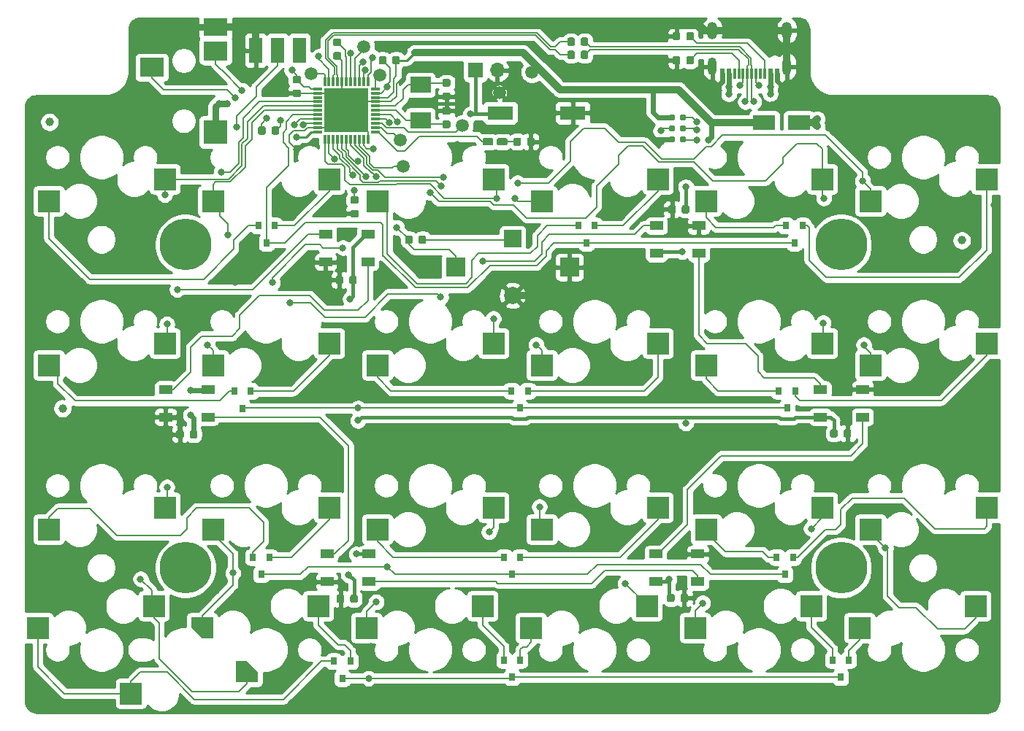
<source format=gbr>
G04 #@! TF.GenerationSoftware,KiCad,Pcbnew,(5.1.2)-2*
G04 #@! TF.CreationDate,2019-10-07T16:49:04+02:00*
G04 #@! TF.ProjectId,vitamins_included,76697461-6d69-46e7-935f-696e636c7564,rev?*
G04 #@! TF.SameCoordinates,Original*
G04 #@! TF.FileFunction,Copper,L2,Bot*
G04 #@! TF.FilePolarity,Positive*
%FSLAX46Y46*%
G04 Gerber Fmt 4.6, Leading zero omitted, Abs format (unit mm)*
G04 Created by KiCad (PCBNEW (5.1.2)-2) date 2019-10-07 16:49:04*
%MOMM*%
%LPD*%
G04 APERTURE LIST*
%ADD10R,2.550000X2.500000*%
%ADD11C,1.000000*%
%ADD12C,0.100000*%
%ADD13R,0.800000X0.900000*%
%ADD14R,1.500000X3.000000*%
%ADD15R,2.500000X1.800000*%
%ADD16C,0.875000*%
%ADD17R,0.299720X0.998220*%
%ADD18R,0.998220X0.299720*%
%ADD19R,5.080000X5.080000*%
%ADD20R,1.500000X1.000000*%
%ADD21C,0.787400*%
%ADD22C,6.000000*%
%ADD23R,2.200000X2.200000*%
%ADD24C,0.850000*%
%ADD25O,1.000000X2.100000*%
%ADD26O,1.200000X2.000000*%
%ADD27R,0.300000X1.160000*%
%ADD28R,0.600000X1.160000*%
%ADD29R,3.000000X1.600000*%
%ADD30R,1.700000X1.700000*%
%ADD31O,1.700000X1.700000*%
%ADD32R,2.000000X2.000000*%
%ADD33C,2.000000*%
%ADD34R,2.400000X1.900000*%
%ADD35C,1.500000*%
%ADD36R,2.800000X2.000000*%
%ADD37R,2.800000X2.200000*%
%ADD38R,2.800000X2.800000*%
%ADD39C,0.800000*%
%ADD40C,0.152400*%
%ADD41C,0.400000*%
%ADD42C,0.200000*%
%ADD43C,0.203200*%
%ADD44C,0.812800*%
%ADD45C,0.609600*%
%ADD46C,0.800000*%
%ADD47C,0.600000*%
%ADD48C,0.254000*%
G04 APERTURE END LIST*
D10*
X12935000Y-79080000D03*
D11*
X26385000Y-76540000D03*
D12*
G36*
X27660000Y-76540000D02*
G01*
X27660000Y-77790000D01*
X25110000Y-77790000D01*
X25110000Y-75290000D01*
X26385000Y-75290000D01*
X27660000Y-76540000D01*
X27660000Y-76540000D01*
G37*
D13*
X37423000Y-77334000D03*
X38373000Y-75334000D03*
X36473000Y-75334000D03*
D11*
X3500000Y-12750000D03*
D10*
X98660000Y-21930000D03*
X112110000Y-19390000D03*
D14*
X27390000Y-4452000D03*
X29930000Y-4452000D03*
X32470000Y-4452000D03*
D15*
X86350000Y-12850000D03*
X90350000Y-12850000D03*
D12*
G36*
X96227691Y-48426053D02*
G01*
X96248926Y-48429203D01*
X96269750Y-48434419D01*
X96289962Y-48441651D01*
X96309368Y-48450830D01*
X96327781Y-48461866D01*
X96345024Y-48474654D01*
X96360930Y-48489070D01*
X96375346Y-48504976D01*
X96388134Y-48522219D01*
X96399170Y-48540632D01*
X96408349Y-48560038D01*
X96415581Y-48580250D01*
X96420797Y-48601074D01*
X96423947Y-48622309D01*
X96425000Y-48643750D01*
X96425000Y-49156250D01*
X96423947Y-49177691D01*
X96420797Y-49198926D01*
X96415581Y-49219750D01*
X96408349Y-49239962D01*
X96399170Y-49259368D01*
X96388134Y-49277781D01*
X96375346Y-49295024D01*
X96360930Y-49310930D01*
X96345024Y-49325346D01*
X96327781Y-49338134D01*
X96309368Y-49349170D01*
X96289962Y-49358349D01*
X96269750Y-49365581D01*
X96248926Y-49370797D01*
X96227691Y-49373947D01*
X96206250Y-49375000D01*
X95768750Y-49375000D01*
X95747309Y-49373947D01*
X95726074Y-49370797D01*
X95705250Y-49365581D01*
X95685038Y-49358349D01*
X95665632Y-49349170D01*
X95647219Y-49338134D01*
X95629976Y-49325346D01*
X95614070Y-49310930D01*
X95599654Y-49295024D01*
X95586866Y-49277781D01*
X95575830Y-49259368D01*
X95566651Y-49239962D01*
X95559419Y-49219750D01*
X95554203Y-49198926D01*
X95551053Y-49177691D01*
X95550000Y-49156250D01*
X95550000Y-48643750D01*
X95551053Y-48622309D01*
X95554203Y-48601074D01*
X95559419Y-48580250D01*
X95566651Y-48560038D01*
X95575830Y-48540632D01*
X95586866Y-48522219D01*
X95599654Y-48504976D01*
X95614070Y-48489070D01*
X95629976Y-48474654D01*
X95647219Y-48461866D01*
X95665632Y-48450830D01*
X95685038Y-48441651D01*
X95705250Y-48434419D01*
X95726074Y-48429203D01*
X95747309Y-48426053D01*
X95768750Y-48425000D01*
X96206250Y-48425000D01*
X96227691Y-48426053D01*
X96227691Y-48426053D01*
G37*
D16*
X95987500Y-48900000D03*
D12*
G36*
X94652691Y-48426053D02*
G01*
X94673926Y-48429203D01*
X94694750Y-48434419D01*
X94714962Y-48441651D01*
X94734368Y-48450830D01*
X94752781Y-48461866D01*
X94770024Y-48474654D01*
X94785930Y-48489070D01*
X94800346Y-48504976D01*
X94813134Y-48522219D01*
X94824170Y-48540632D01*
X94833349Y-48560038D01*
X94840581Y-48580250D01*
X94845797Y-48601074D01*
X94848947Y-48622309D01*
X94850000Y-48643750D01*
X94850000Y-49156250D01*
X94848947Y-49177691D01*
X94845797Y-49198926D01*
X94840581Y-49219750D01*
X94833349Y-49239962D01*
X94824170Y-49259368D01*
X94813134Y-49277781D01*
X94800346Y-49295024D01*
X94785930Y-49310930D01*
X94770024Y-49325346D01*
X94752781Y-49338134D01*
X94734368Y-49349170D01*
X94714962Y-49358349D01*
X94694750Y-49365581D01*
X94673926Y-49370797D01*
X94652691Y-49373947D01*
X94631250Y-49375000D01*
X94193750Y-49375000D01*
X94172309Y-49373947D01*
X94151074Y-49370797D01*
X94130250Y-49365581D01*
X94110038Y-49358349D01*
X94090632Y-49349170D01*
X94072219Y-49338134D01*
X94054976Y-49325346D01*
X94039070Y-49310930D01*
X94024654Y-49295024D01*
X94011866Y-49277781D01*
X94000830Y-49259368D01*
X93991651Y-49239962D01*
X93984419Y-49219750D01*
X93979203Y-49198926D01*
X93976053Y-49177691D01*
X93975000Y-49156250D01*
X93975000Y-48643750D01*
X93976053Y-48622309D01*
X93979203Y-48601074D01*
X93984419Y-48580250D01*
X93991651Y-48560038D01*
X94000830Y-48540632D01*
X94011866Y-48522219D01*
X94024654Y-48504976D01*
X94039070Y-48489070D01*
X94054976Y-48474654D01*
X94072219Y-48461866D01*
X94090632Y-48450830D01*
X94110038Y-48441651D01*
X94130250Y-48434419D01*
X94151074Y-48429203D01*
X94172309Y-48426053D01*
X94193750Y-48425000D01*
X94631250Y-48425000D01*
X94652691Y-48426053D01*
X94652691Y-48426053D01*
G37*
D16*
X94412500Y-48900000D03*
D10*
X110840000Y-68920000D03*
X97390000Y-71460000D03*
D17*
X35393158Y-8063280D03*
X35893538Y-8063280D03*
X36393918Y-8063280D03*
X36894298Y-8063280D03*
X37394678Y-8063280D03*
X37892518Y-8063280D03*
X38390358Y-8063280D03*
X38890738Y-8063280D03*
X39391118Y-8063280D03*
X39891498Y-8063280D03*
X40391878Y-8063280D03*
D18*
X41240238Y-8911640D03*
X41240238Y-9412020D03*
X41240238Y-9912400D03*
X41240238Y-10412780D03*
X41240238Y-10913160D03*
X41240238Y-11411000D03*
X41240238Y-11908840D03*
X41240238Y-12409220D03*
X41240238Y-12909600D03*
X41240238Y-13409980D03*
X41240238Y-13910360D03*
D17*
X40391878Y-14758720D03*
X39891498Y-14758720D03*
X39391118Y-14758720D03*
X38890738Y-14758720D03*
X38390358Y-14758720D03*
X37892518Y-14758720D03*
X37394678Y-14758720D03*
X36894298Y-14758720D03*
X36393918Y-14758720D03*
X35893538Y-14758720D03*
X35393158Y-14758720D03*
D18*
X34544798Y-13910360D03*
X34544798Y-13409980D03*
X34544798Y-12909600D03*
X34544798Y-12409220D03*
X34544798Y-11908840D03*
X34544798Y-11411000D03*
X34544798Y-10913160D03*
X34544798Y-10412780D03*
X34544798Y-9912400D03*
X34544798Y-9412020D03*
X34544798Y-8911640D03*
D19*
X37892518Y-11411000D03*
D12*
G36*
X75890191Y-22426053D02*
G01*
X75911426Y-22429203D01*
X75932250Y-22434419D01*
X75952462Y-22441651D01*
X75971868Y-22450830D01*
X75990281Y-22461866D01*
X76007524Y-22474654D01*
X76023430Y-22489070D01*
X76037846Y-22504976D01*
X76050634Y-22522219D01*
X76061670Y-22540632D01*
X76070849Y-22560038D01*
X76078081Y-22580250D01*
X76083297Y-22601074D01*
X76086447Y-22622309D01*
X76087500Y-22643750D01*
X76087500Y-23156250D01*
X76086447Y-23177691D01*
X76083297Y-23198926D01*
X76078081Y-23219750D01*
X76070849Y-23239962D01*
X76061670Y-23259368D01*
X76050634Y-23277781D01*
X76037846Y-23295024D01*
X76023430Y-23310930D01*
X76007524Y-23325346D01*
X75990281Y-23338134D01*
X75971868Y-23349170D01*
X75952462Y-23358349D01*
X75932250Y-23365581D01*
X75911426Y-23370797D01*
X75890191Y-23373947D01*
X75868750Y-23375000D01*
X75431250Y-23375000D01*
X75409809Y-23373947D01*
X75388574Y-23370797D01*
X75367750Y-23365581D01*
X75347538Y-23358349D01*
X75328132Y-23349170D01*
X75309719Y-23338134D01*
X75292476Y-23325346D01*
X75276570Y-23310930D01*
X75262154Y-23295024D01*
X75249366Y-23277781D01*
X75238330Y-23259368D01*
X75229151Y-23239962D01*
X75221919Y-23219750D01*
X75216703Y-23198926D01*
X75213553Y-23177691D01*
X75212500Y-23156250D01*
X75212500Y-22643750D01*
X75213553Y-22622309D01*
X75216703Y-22601074D01*
X75221919Y-22580250D01*
X75229151Y-22560038D01*
X75238330Y-22540632D01*
X75249366Y-22522219D01*
X75262154Y-22504976D01*
X75276570Y-22489070D01*
X75292476Y-22474654D01*
X75309719Y-22461866D01*
X75328132Y-22450830D01*
X75347538Y-22441651D01*
X75367750Y-22434419D01*
X75388574Y-22429203D01*
X75409809Y-22426053D01*
X75431250Y-22425000D01*
X75868750Y-22425000D01*
X75890191Y-22426053D01*
X75890191Y-22426053D01*
G37*
D16*
X75650000Y-22900000D03*
D12*
G36*
X77465191Y-22426053D02*
G01*
X77486426Y-22429203D01*
X77507250Y-22434419D01*
X77527462Y-22441651D01*
X77546868Y-22450830D01*
X77565281Y-22461866D01*
X77582524Y-22474654D01*
X77598430Y-22489070D01*
X77612846Y-22504976D01*
X77625634Y-22522219D01*
X77636670Y-22540632D01*
X77645849Y-22560038D01*
X77653081Y-22580250D01*
X77658297Y-22601074D01*
X77661447Y-22622309D01*
X77662500Y-22643750D01*
X77662500Y-23156250D01*
X77661447Y-23177691D01*
X77658297Y-23198926D01*
X77653081Y-23219750D01*
X77645849Y-23239962D01*
X77636670Y-23259368D01*
X77625634Y-23277781D01*
X77612846Y-23295024D01*
X77598430Y-23310930D01*
X77582524Y-23325346D01*
X77565281Y-23338134D01*
X77546868Y-23349170D01*
X77527462Y-23358349D01*
X77507250Y-23365581D01*
X77486426Y-23370797D01*
X77465191Y-23373947D01*
X77443750Y-23375000D01*
X77006250Y-23375000D01*
X76984809Y-23373947D01*
X76963574Y-23370797D01*
X76942750Y-23365581D01*
X76922538Y-23358349D01*
X76903132Y-23349170D01*
X76884719Y-23338134D01*
X76867476Y-23325346D01*
X76851570Y-23310930D01*
X76837154Y-23295024D01*
X76824366Y-23277781D01*
X76813330Y-23259368D01*
X76804151Y-23239962D01*
X76796919Y-23219750D01*
X76791703Y-23198926D01*
X76788553Y-23177691D01*
X76787500Y-23156250D01*
X76787500Y-22643750D01*
X76788553Y-22622309D01*
X76791703Y-22601074D01*
X76796919Y-22580250D01*
X76804151Y-22560038D01*
X76813330Y-22540632D01*
X76824366Y-22522219D01*
X76837154Y-22504976D01*
X76851570Y-22489070D01*
X76867476Y-22474654D01*
X76884719Y-22461866D01*
X76903132Y-22450830D01*
X76922538Y-22441651D01*
X76942750Y-22434419D01*
X76963574Y-22429203D01*
X76984809Y-22426053D01*
X77006250Y-22425000D01*
X77443750Y-22425000D01*
X77465191Y-22426053D01*
X77465191Y-22426053D01*
G37*
D16*
X77225000Y-22900000D03*
D20*
X35500000Y-29000000D03*
X35500000Y-25800000D03*
X40400000Y-29000000D03*
X40400000Y-25800000D03*
D12*
G36*
X49777691Y-9351053D02*
G01*
X49798926Y-9354203D01*
X49819750Y-9359419D01*
X49839962Y-9366651D01*
X49859368Y-9375830D01*
X49877781Y-9386866D01*
X49895024Y-9399654D01*
X49910930Y-9414070D01*
X49925346Y-9429976D01*
X49938134Y-9447219D01*
X49949170Y-9465632D01*
X49958349Y-9485038D01*
X49965581Y-9505250D01*
X49970797Y-9526074D01*
X49973947Y-9547309D01*
X49975000Y-9568750D01*
X49975000Y-10006250D01*
X49973947Y-10027691D01*
X49970797Y-10048926D01*
X49965581Y-10069750D01*
X49958349Y-10089962D01*
X49949170Y-10109368D01*
X49938134Y-10127781D01*
X49925346Y-10145024D01*
X49910930Y-10160930D01*
X49895024Y-10175346D01*
X49877781Y-10188134D01*
X49859368Y-10199170D01*
X49839962Y-10208349D01*
X49819750Y-10215581D01*
X49798926Y-10220797D01*
X49777691Y-10223947D01*
X49756250Y-10225000D01*
X49243750Y-10225000D01*
X49222309Y-10223947D01*
X49201074Y-10220797D01*
X49180250Y-10215581D01*
X49160038Y-10208349D01*
X49140632Y-10199170D01*
X49122219Y-10188134D01*
X49104976Y-10175346D01*
X49089070Y-10160930D01*
X49074654Y-10145024D01*
X49061866Y-10127781D01*
X49050830Y-10109368D01*
X49041651Y-10089962D01*
X49034419Y-10069750D01*
X49029203Y-10048926D01*
X49026053Y-10027691D01*
X49025000Y-10006250D01*
X49025000Y-9568750D01*
X49026053Y-9547309D01*
X49029203Y-9526074D01*
X49034419Y-9505250D01*
X49041651Y-9485038D01*
X49050830Y-9465632D01*
X49061866Y-9447219D01*
X49074654Y-9429976D01*
X49089070Y-9414070D01*
X49104976Y-9399654D01*
X49122219Y-9386866D01*
X49140632Y-9375830D01*
X49160038Y-9366651D01*
X49180250Y-9359419D01*
X49201074Y-9354203D01*
X49222309Y-9351053D01*
X49243750Y-9350000D01*
X49756250Y-9350000D01*
X49777691Y-9351053D01*
X49777691Y-9351053D01*
G37*
D16*
X49500000Y-9787500D03*
D12*
G36*
X49777691Y-7776053D02*
G01*
X49798926Y-7779203D01*
X49819750Y-7784419D01*
X49839962Y-7791651D01*
X49859368Y-7800830D01*
X49877781Y-7811866D01*
X49895024Y-7824654D01*
X49910930Y-7839070D01*
X49925346Y-7854976D01*
X49938134Y-7872219D01*
X49949170Y-7890632D01*
X49958349Y-7910038D01*
X49965581Y-7930250D01*
X49970797Y-7951074D01*
X49973947Y-7972309D01*
X49975000Y-7993750D01*
X49975000Y-8431250D01*
X49973947Y-8452691D01*
X49970797Y-8473926D01*
X49965581Y-8494750D01*
X49958349Y-8514962D01*
X49949170Y-8534368D01*
X49938134Y-8552781D01*
X49925346Y-8570024D01*
X49910930Y-8585930D01*
X49895024Y-8600346D01*
X49877781Y-8613134D01*
X49859368Y-8624170D01*
X49839962Y-8633349D01*
X49819750Y-8640581D01*
X49798926Y-8645797D01*
X49777691Y-8648947D01*
X49756250Y-8650000D01*
X49243750Y-8650000D01*
X49222309Y-8648947D01*
X49201074Y-8645797D01*
X49180250Y-8640581D01*
X49160038Y-8633349D01*
X49140632Y-8624170D01*
X49122219Y-8613134D01*
X49104976Y-8600346D01*
X49089070Y-8585930D01*
X49074654Y-8570024D01*
X49061866Y-8552781D01*
X49050830Y-8534368D01*
X49041651Y-8514962D01*
X49034419Y-8494750D01*
X49029203Y-8473926D01*
X49026053Y-8452691D01*
X49025000Y-8431250D01*
X49025000Y-7993750D01*
X49026053Y-7972309D01*
X49029203Y-7951074D01*
X49034419Y-7930250D01*
X49041651Y-7910038D01*
X49050830Y-7890632D01*
X49061866Y-7872219D01*
X49074654Y-7854976D01*
X49089070Y-7839070D01*
X49104976Y-7824654D01*
X49122219Y-7811866D01*
X49140632Y-7800830D01*
X49160038Y-7791651D01*
X49180250Y-7784419D01*
X49201074Y-7779203D01*
X49222309Y-7776053D01*
X49243750Y-7775000D01*
X49756250Y-7775000D01*
X49777691Y-7776053D01*
X49777691Y-7776053D01*
G37*
D16*
X49500000Y-8212500D03*
D10*
X79610000Y-21930000D03*
X93060000Y-19390000D03*
X79610000Y-40980000D03*
X93060000Y-38440000D03*
D21*
X75615000Y-14770000D03*
X76885000Y-14770000D03*
X75615000Y-13500000D03*
X76885000Y-13500000D03*
X75615000Y-12230000D03*
X76885000Y-12230000D03*
D10*
X22460000Y-40980000D03*
X35910000Y-38440000D03*
D12*
G36*
X59527691Y-14576053D02*
G01*
X59548926Y-14579203D01*
X59569750Y-14584419D01*
X59589962Y-14591651D01*
X59609368Y-14600830D01*
X59627781Y-14611866D01*
X59645024Y-14624654D01*
X59660930Y-14639070D01*
X59675346Y-14654976D01*
X59688134Y-14672219D01*
X59699170Y-14690632D01*
X59708349Y-14710038D01*
X59715581Y-14730250D01*
X59720797Y-14751074D01*
X59723947Y-14772309D01*
X59725000Y-14793750D01*
X59725000Y-15306250D01*
X59723947Y-15327691D01*
X59720797Y-15348926D01*
X59715581Y-15369750D01*
X59708349Y-15389962D01*
X59699170Y-15409368D01*
X59688134Y-15427781D01*
X59675346Y-15445024D01*
X59660930Y-15460930D01*
X59645024Y-15475346D01*
X59627781Y-15488134D01*
X59609368Y-15499170D01*
X59589962Y-15508349D01*
X59569750Y-15515581D01*
X59548926Y-15520797D01*
X59527691Y-15523947D01*
X59506250Y-15525000D01*
X59068750Y-15525000D01*
X59047309Y-15523947D01*
X59026074Y-15520797D01*
X59005250Y-15515581D01*
X58985038Y-15508349D01*
X58965632Y-15499170D01*
X58947219Y-15488134D01*
X58929976Y-15475346D01*
X58914070Y-15460930D01*
X58899654Y-15445024D01*
X58886866Y-15427781D01*
X58875830Y-15409368D01*
X58866651Y-15389962D01*
X58859419Y-15369750D01*
X58854203Y-15348926D01*
X58851053Y-15327691D01*
X58850000Y-15306250D01*
X58850000Y-14793750D01*
X58851053Y-14772309D01*
X58854203Y-14751074D01*
X58859419Y-14730250D01*
X58866651Y-14710038D01*
X58875830Y-14690632D01*
X58886866Y-14672219D01*
X58899654Y-14654976D01*
X58914070Y-14639070D01*
X58929976Y-14624654D01*
X58947219Y-14611866D01*
X58965632Y-14600830D01*
X58985038Y-14591651D01*
X59005250Y-14584419D01*
X59026074Y-14579203D01*
X59047309Y-14576053D01*
X59068750Y-14575000D01*
X59506250Y-14575000D01*
X59527691Y-14576053D01*
X59527691Y-14576053D01*
G37*
D16*
X59287500Y-15050000D03*
D12*
G36*
X57952691Y-14576053D02*
G01*
X57973926Y-14579203D01*
X57994750Y-14584419D01*
X58014962Y-14591651D01*
X58034368Y-14600830D01*
X58052781Y-14611866D01*
X58070024Y-14624654D01*
X58085930Y-14639070D01*
X58100346Y-14654976D01*
X58113134Y-14672219D01*
X58124170Y-14690632D01*
X58133349Y-14710038D01*
X58140581Y-14730250D01*
X58145797Y-14751074D01*
X58148947Y-14772309D01*
X58150000Y-14793750D01*
X58150000Y-15306250D01*
X58148947Y-15327691D01*
X58145797Y-15348926D01*
X58140581Y-15369750D01*
X58133349Y-15389962D01*
X58124170Y-15409368D01*
X58113134Y-15427781D01*
X58100346Y-15445024D01*
X58085930Y-15460930D01*
X58070024Y-15475346D01*
X58052781Y-15488134D01*
X58034368Y-15499170D01*
X58014962Y-15508349D01*
X57994750Y-15515581D01*
X57973926Y-15520797D01*
X57952691Y-15523947D01*
X57931250Y-15525000D01*
X57493750Y-15525000D01*
X57472309Y-15523947D01*
X57451074Y-15520797D01*
X57430250Y-15515581D01*
X57410038Y-15508349D01*
X57390632Y-15499170D01*
X57372219Y-15488134D01*
X57354976Y-15475346D01*
X57339070Y-15460930D01*
X57324654Y-15445024D01*
X57311866Y-15427781D01*
X57300830Y-15409368D01*
X57291651Y-15389962D01*
X57284419Y-15369750D01*
X57279203Y-15348926D01*
X57276053Y-15327691D01*
X57275000Y-15306250D01*
X57275000Y-14793750D01*
X57276053Y-14772309D01*
X57279203Y-14751074D01*
X57284419Y-14730250D01*
X57291651Y-14710038D01*
X57300830Y-14690632D01*
X57311866Y-14672219D01*
X57324654Y-14654976D01*
X57339070Y-14639070D01*
X57354976Y-14624654D01*
X57372219Y-14611866D01*
X57390632Y-14600830D01*
X57410038Y-14591651D01*
X57430250Y-14584419D01*
X57451074Y-14579203D01*
X57472309Y-14576053D01*
X57493750Y-14575000D01*
X57931250Y-14575000D01*
X57952691Y-14576053D01*
X57952691Y-14576053D01*
G37*
D16*
X57712500Y-15050000D03*
D22*
X95250000Y-64500000D03*
D10*
X41510000Y-60030000D03*
X54960000Y-57490000D03*
D23*
X50576000Y-29596000D03*
X63776000Y-29596000D03*
D12*
G36*
X20427691Y-48526053D02*
G01*
X20448926Y-48529203D01*
X20469750Y-48534419D01*
X20489962Y-48541651D01*
X20509368Y-48550830D01*
X20527781Y-48561866D01*
X20545024Y-48574654D01*
X20560930Y-48589070D01*
X20575346Y-48604976D01*
X20588134Y-48622219D01*
X20599170Y-48640632D01*
X20608349Y-48660038D01*
X20615581Y-48680250D01*
X20620797Y-48701074D01*
X20623947Y-48722309D01*
X20625000Y-48743750D01*
X20625000Y-49256250D01*
X20623947Y-49277691D01*
X20620797Y-49298926D01*
X20615581Y-49319750D01*
X20608349Y-49339962D01*
X20599170Y-49359368D01*
X20588134Y-49377781D01*
X20575346Y-49395024D01*
X20560930Y-49410930D01*
X20545024Y-49425346D01*
X20527781Y-49438134D01*
X20509368Y-49449170D01*
X20489962Y-49458349D01*
X20469750Y-49465581D01*
X20448926Y-49470797D01*
X20427691Y-49473947D01*
X20406250Y-49475000D01*
X19968750Y-49475000D01*
X19947309Y-49473947D01*
X19926074Y-49470797D01*
X19905250Y-49465581D01*
X19885038Y-49458349D01*
X19865632Y-49449170D01*
X19847219Y-49438134D01*
X19829976Y-49425346D01*
X19814070Y-49410930D01*
X19799654Y-49395024D01*
X19786866Y-49377781D01*
X19775830Y-49359368D01*
X19766651Y-49339962D01*
X19759419Y-49319750D01*
X19754203Y-49298926D01*
X19751053Y-49277691D01*
X19750000Y-49256250D01*
X19750000Y-48743750D01*
X19751053Y-48722309D01*
X19754203Y-48701074D01*
X19759419Y-48680250D01*
X19766651Y-48660038D01*
X19775830Y-48640632D01*
X19786866Y-48622219D01*
X19799654Y-48604976D01*
X19814070Y-48589070D01*
X19829976Y-48574654D01*
X19847219Y-48561866D01*
X19865632Y-48550830D01*
X19885038Y-48541651D01*
X19905250Y-48534419D01*
X19926074Y-48529203D01*
X19947309Y-48526053D01*
X19968750Y-48525000D01*
X20406250Y-48525000D01*
X20427691Y-48526053D01*
X20427691Y-48526053D01*
G37*
D16*
X20187500Y-49000000D03*
D12*
G36*
X18852691Y-48526053D02*
G01*
X18873926Y-48529203D01*
X18894750Y-48534419D01*
X18914962Y-48541651D01*
X18934368Y-48550830D01*
X18952781Y-48561866D01*
X18970024Y-48574654D01*
X18985930Y-48589070D01*
X19000346Y-48604976D01*
X19013134Y-48622219D01*
X19024170Y-48640632D01*
X19033349Y-48660038D01*
X19040581Y-48680250D01*
X19045797Y-48701074D01*
X19048947Y-48722309D01*
X19050000Y-48743750D01*
X19050000Y-49256250D01*
X19048947Y-49277691D01*
X19045797Y-49298926D01*
X19040581Y-49319750D01*
X19033349Y-49339962D01*
X19024170Y-49359368D01*
X19013134Y-49377781D01*
X19000346Y-49395024D01*
X18985930Y-49410930D01*
X18970024Y-49425346D01*
X18952781Y-49438134D01*
X18934368Y-49449170D01*
X18914962Y-49458349D01*
X18894750Y-49465581D01*
X18873926Y-49470797D01*
X18852691Y-49473947D01*
X18831250Y-49475000D01*
X18393750Y-49475000D01*
X18372309Y-49473947D01*
X18351074Y-49470797D01*
X18330250Y-49465581D01*
X18310038Y-49458349D01*
X18290632Y-49449170D01*
X18272219Y-49438134D01*
X18254976Y-49425346D01*
X18239070Y-49410930D01*
X18224654Y-49395024D01*
X18211866Y-49377781D01*
X18200830Y-49359368D01*
X18191651Y-49339962D01*
X18184419Y-49319750D01*
X18179203Y-49298926D01*
X18176053Y-49277691D01*
X18175000Y-49256250D01*
X18175000Y-48743750D01*
X18176053Y-48722309D01*
X18179203Y-48701074D01*
X18184419Y-48680250D01*
X18191651Y-48660038D01*
X18200830Y-48640632D01*
X18211866Y-48622219D01*
X18224654Y-48604976D01*
X18239070Y-48589070D01*
X18254976Y-48574654D01*
X18272219Y-48561866D01*
X18290632Y-48550830D01*
X18310038Y-48541651D01*
X18330250Y-48534419D01*
X18351074Y-48529203D01*
X18372309Y-48526053D01*
X18393750Y-48525000D01*
X18831250Y-48525000D01*
X18852691Y-48526053D01*
X18852691Y-48526053D01*
G37*
D16*
X18612500Y-49000000D03*
D10*
X60560000Y-21930000D03*
X74010000Y-19390000D03*
X60560000Y-60030000D03*
X74010000Y-57490000D03*
D20*
X73750000Y-66100000D03*
X73750000Y-62900000D03*
X78650000Y-66100000D03*
X78650000Y-62900000D03*
D12*
G36*
X56370829Y-14626023D02*
G01*
X56391457Y-14629083D01*
X56411685Y-14634150D01*
X56431320Y-14641176D01*
X56450172Y-14650092D01*
X56468059Y-14660813D01*
X56484809Y-14673235D01*
X56500260Y-14687240D01*
X56514265Y-14702691D01*
X56526687Y-14719441D01*
X56537408Y-14737328D01*
X56546324Y-14756180D01*
X56553350Y-14775815D01*
X56558417Y-14796043D01*
X56561477Y-14816671D01*
X56562500Y-14837500D01*
X56562500Y-15262500D01*
X56561477Y-15283329D01*
X56558417Y-15303957D01*
X56553350Y-15324185D01*
X56546324Y-15343820D01*
X56537408Y-15362672D01*
X56526687Y-15380559D01*
X56514265Y-15397309D01*
X56500260Y-15412760D01*
X56484809Y-15426765D01*
X56468059Y-15439187D01*
X56450172Y-15449908D01*
X56431320Y-15458824D01*
X56411685Y-15465850D01*
X56391457Y-15470917D01*
X56370829Y-15473977D01*
X56350000Y-15475000D01*
X55550000Y-15475000D01*
X55529171Y-15473977D01*
X55508543Y-15470917D01*
X55488315Y-15465850D01*
X55468680Y-15458824D01*
X55449828Y-15449908D01*
X55431941Y-15439187D01*
X55415191Y-15426765D01*
X55399740Y-15412760D01*
X55385735Y-15397309D01*
X55373313Y-15380559D01*
X55362592Y-15362672D01*
X55353676Y-15343820D01*
X55346650Y-15324185D01*
X55341583Y-15303957D01*
X55338523Y-15283329D01*
X55337500Y-15262500D01*
X55337500Y-14837500D01*
X55338523Y-14816671D01*
X55341583Y-14796043D01*
X55346650Y-14775815D01*
X55353676Y-14756180D01*
X55362592Y-14737328D01*
X55373313Y-14719441D01*
X55385735Y-14702691D01*
X55399740Y-14687240D01*
X55415191Y-14673235D01*
X55431941Y-14660813D01*
X55449828Y-14650092D01*
X55468680Y-14641176D01*
X55488315Y-14634150D01*
X55508543Y-14629083D01*
X55529171Y-14626023D01*
X55550000Y-14625000D01*
X56350000Y-14625000D01*
X56370829Y-14626023D01*
X56370829Y-14626023D01*
G37*
D24*
X55950000Y-15050000D03*
D12*
G36*
X54745829Y-14626023D02*
G01*
X54766457Y-14629083D01*
X54786685Y-14634150D01*
X54806320Y-14641176D01*
X54825172Y-14650092D01*
X54843059Y-14660813D01*
X54859809Y-14673235D01*
X54875260Y-14687240D01*
X54889265Y-14702691D01*
X54901687Y-14719441D01*
X54912408Y-14737328D01*
X54921324Y-14756180D01*
X54928350Y-14775815D01*
X54933417Y-14796043D01*
X54936477Y-14816671D01*
X54937500Y-14837500D01*
X54937500Y-15262500D01*
X54936477Y-15283329D01*
X54933417Y-15303957D01*
X54928350Y-15324185D01*
X54921324Y-15343820D01*
X54912408Y-15362672D01*
X54901687Y-15380559D01*
X54889265Y-15397309D01*
X54875260Y-15412760D01*
X54859809Y-15426765D01*
X54843059Y-15439187D01*
X54825172Y-15449908D01*
X54806320Y-15458824D01*
X54786685Y-15465850D01*
X54766457Y-15470917D01*
X54745829Y-15473977D01*
X54725000Y-15475000D01*
X53925000Y-15475000D01*
X53904171Y-15473977D01*
X53883543Y-15470917D01*
X53863315Y-15465850D01*
X53843680Y-15458824D01*
X53824828Y-15449908D01*
X53806941Y-15439187D01*
X53790191Y-15426765D01*
X53774740Y-15412760D01*
X53760735Y-15397309D01*
X53748313Y-15380559D01*
X53737592Y-15362672D01*
X53728676Y-15343820D01*
X53721650Y-15324185D01*
X53716583Y-15303957D01*
X53713523Y-15283329D01*
X53712500Y-15262500D01*
X53712500Y-14837500D01*
X53713523Y-14816671D01*
X53716583Y-14796043D01*
X53721650Y-14775815D01*
X53728676Y-14756180D01*
X53737592Y-14737328D01*
X53748313Y-14719441D01*
X53760735Y-14702691D01*
X53774740Y-14687240D01*
X53790191Y-14673235D01*
X53806941Y-14660813D01*
X53824828Y-14650092D01*
X53843680Y-14641176D01*
X53863315Y-14634150D01*
X53883543Y-14629083D01*
X53904171Y-14626023D01*
X53925000Y-14625000D01*
X54725000Y-14625000D01*
X54745829Y-14626023D01*
X54745829Y-14626023D01*
G37*
D24*
X54325000Y-15050000D03*
D10*
X41510000Y-21930000D03*
X54960000Y-19390000D03*
D13*
X88035000Y-43965000D03*
X89935000Y-43965000D03*
X88985000Y-45965000D03*
D10*
X22460000Y-60030000D03*
X35910000Y-57490000D03*
D22*
X19250000Y-27000000D03*
D13*
X56158000Y-75207000D03*
X58058000Y-75207000D03*
X57108000Y-77207000D03*
D25*
X80330000Y-6310000D03*
X88970000Y-6310000D03*
D26*
X80330000Y-2140000D03*
X88970000Y-2140000D03*
D27*
X83900000Y-7130000D03*
X84400000Y-7130000D03*
X84900000Y-7130000D03*
X82900000Y-7130000D03*
X83400000Y-7130000D03*
X85900000Y-7130000D03*
X85400000Y-7130000D03*
X86400000Y-7130000D03*
D28*
X82250000Y-7130000D03*
X82250000Y-7130000D03*
X81450000Y-7130000D03*
X81450000Y-7130000D03*
X87050000Y-7130000D03*
X87850000Y-7130000D03*
X87050000Y-7130000D03*
X87850000Y-7130000D03*
D20*
X21850000Y-43800000D03*
X21850000Y-47000000D03*
X16950000Y-43800000D03*
X16950000Y-47000000D03*
X92850000Y-47000000D03*
X92850000Y-43800000D03*
X97750000Y-47000000D03*
X97750000Y-43800000D03*
D10*
X72740000Y-68920000D03*
X59290000Y-71460000D03*
X41510000Y-40980000D03*
X54960000Y-38440000D03*
D11*
X109250000Y-26500000D03*
D12*
G36*
X37452691Y-67626053D02*
G01*
X37473926Y-67629203D01*
X37494750Y-67634419D01*
X37514962Y-67641651D01*
X37534368Y-67650830D01*
X37552781Y-67661866D01*
X37570024Y-67674654D01*
X37585930Y-67689070D01*
X37600346Y-67704976D01*
X37613134Y-67722219D01*
X37624170Y-67740632D01*
X37633349Y-67760038D01*
X37640581Y-67780250D01*
X37645797Y-67801074D01*
X37648947Y-67822309D01*
X37650000Y-67843750D01*
X37650000Y-68356250D01*
X37648947Y-68377691D01*
X37645797Y-68398926D01*
X37640581Y-68419750D01*
X37633349Y-68439962D01*
X37624170Y-68459368D01*
X37613134Y-68477781D01*
X37600346Y-68495024D01*
X37585930Y-68510930D01*
X37570024Y-68525346D01*
X37552781Y-68538134D01*
X37534368Y-68549170D01*
X37514962Y-68558349D01*
X37494750Y-68565581D01*
X37473926Y-68570797D01*
X37452691Y-68573947D01*
X37431250Y-68575000D01*
X36993750Y-68575000D01*
X36972309Y-68573947D01*
X36951074Y-68570797D01*
X36930250Y-68565581D01*
X36910038Y-68558349D01*
X36890632Y-68549170D01*
X36872219Y-68538134D01*
X36854976Y-68525346D01*
X36839070Y-68510930D01*
X36824654Y-68495024D01*
X36811866Y-68477781D01*
X36800830Y-68459368D01*
X36791651Y-68439962D01*
X36784419Y-68419750D01*
X36779203Y-68398926D01*
X36776053Y-68377691D01*
X36775000Y-68356250D01*
X36775000Y-67843750D01*
X36776053Y-67822309D01*
X36779203Y-67801074D01*
X36784419Y-67780250D01*
X36791651Y-67760038D01*
X36800830Y-67740632D01*
X36811866Y-67722219D01*
X36824654Y-67704976D01*
X36839070Y-67689070D01*
X36854976Y-67674654D01*
X36872219Y-67661866D01*
X36890632Y-67650830D01*
X36910038Y-67641651D01*
X36930250Y-67634419D01*
X36951074Y-67629203D01*
X36972309Y-67626053D01*
X36993750Y-67625000D01*
X37431250Y-67625000D01*
X37452691Y-67626053D01*
X37452691Y-67626053D01*
G37*
D16*
X37212500Y-68100000D03*
D12*
G36*
X39027691Y-67626053D02*
G01*
X39048926Y-67629203D01*
X39069750Y-67634419D01*
X39089962Y-67641651D01*
X39109368Y-67650830D01*
X39127781Y-67661866D01*
X39145024Y-67674654D01*
X39160930Y-67689070D01*
X39175346Y-67704976D01*
X39188134Y-67722219D01*
X39199170Y-67740632D01*
X39208349Y-67760038D01*
X39215581Y-67780250D01*
X39220797Y-67801074D01*
X39223947Y-67822309D01*
X39225000Y-67843750D01*
X39225000Y-68356250D01*
X39223947Y-68377691D01*
X39220797Y-68398926D01*
X39215581Y-68419750D01*
X39208349Y-68439962D01*
X39199170Y-68459368D01*
X39188134Y-68477781D01*
X39175346Y-68495024D01*
X39160930Y-68510930D01*
X39145024Y-68525346D01*
X39127781Y-68538134D01*
X39109368Y-68549170D01*
X39089962Y-68558349D01*
X39069750Y-68565581D01*
X39048926Y-68570797D01*
X39027691Y-68573947D01*
X39006250Y-68575000D01*
X38568750Y-68575000D01*
X38547309Y-68573947D01*
X38526074Y-68570797D01*
X38505250Y-68565581D01*
X38485038Y-68558349D01*
X38465632Y-68549170D01*
X38447219Y-68538134D01*
X38429976Y-68525346D01*
X38414070Y-68510930D01*
X38399654Y-68495024D01*
X38386866Y-68477781D01*
X38375830Y-68459368D01*
X38366651Y-68439962D01*
X38359419Y-68419750D01*
X38354203Y-68398926D01*
X38351053Y-68377691D01*
X38350000Y-68356250D01*
X38350000Y-67843750D01*
X38351053Y-67822309D01*
X38354203Y-67801074D01*
X38359419Y-67780250D01*
X38366651Y-67760038D01*
X38375830Y-67740632D01*
X38386866Y-67722219D01*
X38399654Y-67704976D01*
X38414070Y-67689070D01*
X38429976Y-67674654D01*
X38447219Y-67661866D01*
X38465632Y-67650830D01*
X38485038Y-67641651D01*
X38505250Y-67634419D01*
X38526074Y-67629203D01*
X38547309Y-67626053D01*
X38568750Y-67625000D01*
X39006250Y-67625000D01*
X39027691Y-67626053D01*
X39027691Y-67626053D01*
G37*
D16*
X38787500Y-68100000D03*
D13*
X94258000Y-75207000D03*
X96158000Y-75207000D03*
X95208000Y-77207000D03*
X87781000Y-63269000D03*
X89681000Y-63269000D03*
X88731000Y-65269000D03*
D10*
X22460000Y-21930000D03*
X35910000Y-19390000D03*
X60560000Y-40980000D03*
X74010000Y-38440000D03*
D22*
X19250000Y-64473000D03*
D13*
X27075000Y-63269000D03*
X28975000Y-63269000D03*
X28025000Y-65269000D03*
D11*
X5000000Y-46000000D03*
D12*
G36*
X38915191Y-30626053D02*
G01*
X38936426Y-30629203D01*
X38957250Y-30634419D01*
X38977462Y-30641651D01*
X38996868Y-30650830D01*
X39015281Y-30661866D01*
X39032524Y-30674654D01*
X39048430Y-30689070D01*
X39062846Y-30704976D01*
X39075634Y-30722219D01*
X39086670Y-30740632D01*
X39095849Y-30760038D01*
X39103081Y-30780250D01*
X39108297Y-30801074D01*
X39111447Y-30822309D01*
X39112500Y-30843750D01*
X39112500Y-31356250D01*
X39111447Y-31377691D01*
X39108297Y-31398926D01*
X39103081Y-31419750D01*
X39095849Y-31439962D01*
X39086670Y-31459368D01*
X39075634Y-31477781D01*
X39062846Y-31495024D01*
X39048430Y-31510930D01*
X39032524Y-31525346D01*
X39015281Y-31538134D01*
X38996868Y-31549170D01*
X38977462Y-31558349D01*
X38957250Y-31565581D01*
X38936426Y-31570797D01*
X38915191Y-31573947D01*
X38893750Y-31575000D01*
X38456250Y-31575000D01*
X38434809Y-31573947D01*
X38413574Y-31570797D01*
X38392750Y-31565581D01*
X38372538Y-31558349D01*
X38353132Y-31549170D01*
X38334719Y-31538134D01*
X38317476Y-31525346D01*
X38301570Y-31510930D01*
X38287154Y-31495024D01*
X38274366Y-31477781D01*
X38263330Y-31459368D01*
X38254151Y-31439962D01*
X38246919Y-31419750D01*
X38241703Y-31398926D01*
X38238553Y-31377691D01*
X38237500Y-31356250D01*
X38237500Y-30843750D01*
X38238553Y-30822309D01*
X38241703Y-30801074D01*
X38246919Y-30780250D01*
X38254151Y-30760038D01*
X38263330Y-30740632D01*
X38274366Y-30722219D01*
X38287154Y-30704976D01*
X38301570Y-30689070D01*
X38317476Y-30674654D01*
X38334719Y-30661866D01*
X38353132Y-30650830D01*
X38372538Y-30641651D01*
X38392750Y-30634419D01*
X38413574Y-30629203D01*
X38434809Y-30626053D01*
X38456250Y-30625000D01*
X38893750Y-30625000D01*
X38915191Y-30626053D01*
X38915191Y-30626053D01*
G37*
D16*
X38675000Y-31100000D03*
D12*
G36*
X37340191Y-30626053D02*
G01*
X37361426Y-30629203D01*
X37382250Y-30634419D01*
X37402462Y-30641651D01*
X37421868Y-30650830D01*
X37440281Y-30661866D01*
X37457524Y-30674654D01*
X37473430Y-30689070D01*
X37487846Y-30704976D01*
X37500634Y-30722219D01*
X37511670Y-30740632D01*
X37520849Y-30760038D01*
X37528081Y-30780250D01*
X37533297Y-30801074D01*
X37536447Y-30822309D01*
X37537500Y-30843750D01*
X37537500Y-31356250D01*
X37536447Y-31377691D01*
X37533297Y-31398926D01*
X37528081Y-31419750D01*
X37520849Y-31439962D01*
X37511670Y-31459368D01*
X37500634Y-31477781D01*
X37487846Y-31495024D01*
X37473430Y-31510930D01*
X37457524Y-31525346D01*
X37440281Y-31538134D01*
X37421868Y-31549170D01*
X37402462Y-31558349D01*
X37382250Y-31565581D01*
X37361426Y-31570797D01*
X37340191Y-31573947D01*
X37318750Y-31575000D01*
X36881250Y-31575000D01*
X36859809Y-31573947D01*
X36838574Y-31570797D01*
X36817750Y-31565581D01*
X36797538Y-31558349D01*
X36778132Y-31549170D01*
X36759719Y-31538134D01*
X36742476Y-31525346D01*
X36726570Y-31510930D01*
X36712154Y-31495024D01*
X36699366Y-31477781D01*
X36688330Y-31459368D01*
X36679151Y-31439962D01*
X36671919Y-31419750D01*
X36666703Y-31398926D01*
X36663553Y-31377691D01*
X36662500Y-31356250D01*
X36662500Y-30843750D01*
X36663553Y-30822309D01*
X36666703Y-30801074D01*
X36671919Y-30780250D01*
X36679151Y-30760038D01*
X36688330Y-30740632D01*
X36699366Y-30722219D01*
X36712154Y-30704976D01*
X36726570Y-30689070D01*
X36742476Y-30674654D01*
X36759719Y-30661866D01*
X36778132Y-30650830D01*
X36797538Y-30641651D01*
X36817750Y-30634419D01*
X36838574Y-30629203D01*
X36859809Y-30626053D01*
X36881250Y-30625000D01*
X37318750Y-30625000D01*
X37340191Y-30626053D01*
X37340191Y-30626053D01*
G37*
D16*
X37100000Y-31100000D03*
D10*
X98660000Y-40980000D03*
X112110000Y-38440000D03*
D12*
G36*
X75752691Y-67526053D02*
G01*
X75773926Y-67529203D01*
X75794750Y-67534419D01*
X75814962Y-67541651D01*
X75834368Y-67550830D01*
X75852781Y-67561866D01*
X75870024Y-67574654D01*
X75885930Y-67589070D01*
X75900346Y-67604976D01*
X75913134Y-67622219D01*
X75924170Y-67640632D01*
X75933349Y-67660038D01*
X75940581Y-67680250D01*
X75945797Y-67701074D01*
X75948947Y-67722309D01*
X75950000Y-67743750D01*
X75950000Y-68256250D01*
X75948947Y-68277691D01*
X75945797Y-68298926D01*
X75940581Y-68319750D01*
X75933349Y-68339962D01*
X75924170Y-68359368D01*
X75913134Y-68377781D01*
X75900346Y-68395024D01*
X75885930Y-68410930D01*
X75870024Y-68425346D01*
X75852781Y-68438134D01*
X75834368Y-68449170D01*
X75814962Y-68458349D01*
X75794750Y-68465581D01*
X75773926Y-68470797D01*
X75752691Y-68473947D01*
X75731250Y-68475000D01*
X75293750Y-68475000D01*
X75272309Y-68473947D01*
X75251074Y-68470797D01*
X75230250Y-68465581D01*
X75210038Y-68458349D01*
X75190632Y-68449170D01*
X75172219Y-68438134D01*
X75154976Y-68425346D01*
X75139070Y-68410930D01*
X75124654Y-68395024D01*
X75111866Y-68377781D01*
X75100830Y-68359368D01*
X75091651Y-68339962D01*
X75084419Y-68319750D01*
X75079203Y-68298926D01*
X75076053Y-68277691D01*
X75075000Y-68256250D01*
X75075000Y-67743750D01*
X75076053Y-67722309D01*
X75079203Y-67701074D01*
X75084419Y-67680250D01*
X75091651Y-67660038D01*
X75100830Y-67640632D01*
X75111866Y-67622219D01*
X75124654Y-67604976D01*
X75139070Y-67589070D01*
X75154976Y-67574654D01*
X75172219Y-67561866D01*
X75190632Y-67550830D01*
X75210038Y-67541651D01*
X75230250Y-67534419D01*
X75251074Y-67529203D01*
X75272309Y-67526053D01*
X75293750Y-67525000D01*
X75731250Y-67525000D01*
X75752691Y-67526053D01*
X75752691Y-67526053D01*
G37*
D16*
X75512500Y-68000000D03*
D12*
G36*
X77327691Y-67526053D02*
G01*
X77348926Y-67529203D01*
X77369750Y-67534419D01*
X77389962Y-67541651D01*
X77409368Y-67550830D01*
X77427781Y-67561866D01*
X77445024Y-67574654D01*
X77460930Y-67589070D01*
X77475346Y-67604976D01*
X77488134Y-67622219D01*
X77499170Y-67640632D01*
X77508349Y-67660038D01*
X77515581Y-67680250D01*
X77520797Y-67701074D01*
X77523947Y-67722309D01*
X77525000Y-67743750D01*
X77525000Y-68256250D01*
X77523947Y-68277691D01*
X77520797Y-68298926D01*
X77515581Y-68319750D01*
X77508349Y-68339962D01*
X77499170Y-68359368D01*
X77488134Y-68377781D01*
X77475346Y-68395024D01*
X77460930Y-68410930D01*
X77445024Y-68425346D01*
X77427781Y-68438134D01*
X77409368Y-68449170D01*
X77389962Y-68458349D01*
X77369750Y-68465581D01*
X77348926Y-68470797D01*
X77327691Y-68473947D01*
X77306250Y-68475000D01*
X76868750Y-68475000D01*
X76847309Y-68473947D01*
X76826074Y-68470797D01*
X76805250Y-68465581D01*
X76785038Y-68458349D01*
X76765632Y-68449170D01*
X76747219Y-68438134D01*
X76729976Y-68425346D01*
X76714070Y-68410930D01*
X76699654Y-68395024D01*
X76686866Y-68377781D01*
X76675830Y-68359368D01*
X76666651Y-68339962D01*
X76659419Y-68319750D01*
X76654203Y-68298926D01*
X76651053Y-68277691D01*
X76650000Y-68256250D01*
X76650000Y-67743750D01*
X76651053Y-67722309D01*
X76654203Y-67701074D01*
X76659419Y-67680250D01*
X76666651Y-67660038D01*
X76675830Y-67640632D01*
X76686866Y-67622219D01*
X76699654Y-67604976D01*
X76714070Y-67589070D01*
X76729976Y-67574654D01*
X76747219Y-67561866D01*
X76765632Y-67550830D01*
X76785038Y-67541651D01*
X76805250Y-67534419D01*
X76826074Y-67529203D01*
X76847309Y-67526053D01*
X76868750Y-67525000D01*
X77306250Y-67525000D01*
X77327691Y-67526053D01*
X77327691Y-67526053D01*
G37*
D16*
X77087500Y-68000000D03*
D10*
X15590000Y-68920000D03*
X2140000Y-71460000D03*
D22*
X95250000Y-27000000D03*
D10*
X34640000Y-68920000D03*
D11*
X21190000Y-71460000D03*
D12*
G36*
X19915000Y-71460000D02*
G01*
X19915000Y-70210000D01*
X22465000Y-70210000D01*
X22465000Y-72710000D01*
X21190000Y-72710000D01*
X19915000Y-71460000D01*
X19915000Y-71460000D01*
G37*
D13*
X88885000Y-24788000D03*
X90785000Y-24788000D03*
X89835000Y-26788000D03*
D29*
X55760000Y-11700000D03*
X64140000Y-11700000D03*
D12*
G36*
X65755691Y-2962053D02*
G01*
X65776926Y-2965203D01*
X65797750Y-2970419D01*
X65817962Y-2977651D01*
X65837368Y-2986830D01*
X65855781Y-2997866D01*
X65873024Y-3010654D01*
X65888930Y-3025070D01*
X65903346Y-3040976D01*
X65916134Y-3058219D01*
X65927170Y-3076632D01*
X65936349Y-3096038D01*
X65943581Y-3116250D01*
X65948797Y-3137074D01*
X65951947Y-3158309D01*
X65953000Y-3179750D01*
X65953000Y-3692250D01*
X65951947Y-3713691D01*
X65948797Y-3734926D01*
X65943581Y-3755750D01*
X65936349Y-3775962D01*
X65927170Y-3795368D01*
X65916134Y-3813781D01*
X65903346Y-3831024D01*
X65888930Y-3846930D01*
X65873024Y-3861346D01*
X65855781Y-3874134D01*
X65837368Y-3885170D01*
X65817962Y-3894349D01*
X65797750Y-3901581D01*
X65776926Y-3906797D01*
X65755691Y-3909947D01*
X65734250Y-3911000D01*
X65296750Y-3911000D01*
X65275309Y-3909947D01*
X65254074Y-3906797D01*
X65233250Y-3901581D01*
X65213038Y-3894349D01*
X65193632Y-3885170D01*
X65175219Y-3874134D01*
X65157976Y-3861346D01*
X65142070Y-3846930D01*
X65127654Y-3831024D01*
X65114866Y-3813781D01*
X65103830Y-3795368D01*
X65094651Y-3775962D01*
X65087419Y-3755750D01*
X65082203Y-3734926D01*
X65079053Y-3713691D01*
X65078000Y-3692250D01*
X65078000Y-3179750D01*
X65079053Y-3158309D01*
X65082203Y-3137074D01*
X65087419Y-3116250D01*
X65094651Y-3096038D01*
X65103830Y-3076632D01*
X65114866Y-3058219D01*
X65127654Y-3040976D01*
X65142070Y-3025070D01*
X65157976Y-3010654D01*
X65175219Y-2997866D01*
X65193632Y-2986830D01*
X65213038Y-2977651D01*
X65233250Y-2970419D01*
X65254074Y-2965203D01*
X65275309Y-2962053D01*
X65296750Y-2961000D01*
X65734250Y-2961000D01*
X65755691Y-2962053D01*
X65755691Y-2962053D01*
G37*
D16*
X65515500Y-3436000D03*
D12*
G36*
X64180691Y-2962053D02*
G01*
X64201926Y-2965203D01*
X64222750Y-2970419D01*
X64242962Y-2977651D01*
X64262368Y-2986830D01*
X64280781Y-2997866D01*
X64298024Y-3010654D01*
X64313930Y-3025070D01*
X64328346Y-3040976D01*
X64341134Y-3058219D01*
X64352170Y-3076632D01*
X64361349Y-3096038D01*
X64368581Y-3116250D01*
X64373797Y-3137074D01*
X64376947Y-3158309D01*
X64378000Y-3179750D01*
X64378000Y-3692250D01*
X64376947Y-3713691D01*
X64373797Y-3734926D01*
X64368581Y-3755750D01*
X64361349Y-3775962D01*
X64352170Y-3795368D01*
X64341134Y-3813781D01*
X64328346Y-3831024D01*
X64313930Y-3846930D01*
X64298024Y-3861346D01*
X64280781Y-3874134D01*
X64262368Y-3885170D01*
X64242962Y-3894349D01*
X64222750Y-3901581D01*
X64201926Y-3906797D01*
X64180691Y-3909947D01*
X64159250Y-3911000D01*
X63721750Y-3911000D01*
X63700309Y-3909947D01*
X63679074Y-3906797D01*
X63658250Y-3901581D01*
X63638038Y-3894349D01*
X63618632Y-3885170D01*
X63600219Y-3874134D01*
X63582976Y-3861346D01*
X63567070Y-3846930D01*
X63552654Y-3831024D01*
X63539866Y-3813781D01*
X63528830Y-3795368D01*
X63519651Y-3775962D01*
X63512419Y-3755750D01*
X63507203Y-3734926D01*
X63504053Y-3713691D01*
X63503000Y-3692250D01*
X63503000Y-3179750D01*
X63504053Y-3158309D01*
X63507203Y-3137074D01*
X63512419Y-3116250D01*
X63519651Y-3096038D01*
X63528830Y-3076632D01*
X63539866Y-3058219D01*
X63552654Y-3040976D01*
X63567070Y-3025070D01*
X63582976Y-3010654D01*
X63600219Y-2997866D01*
X63618632Y-2986830D01*
X63638038Y-2977651D01*
X63658250Y-2970419D01*
X63679074Y-2965203D01*
X63700309Y-2962053D01*
X63721750Y-2961000D01*
X64159250Y-2961000D01*
X64180691Y-2962053D01*
X64180691Y-2962053D01*
G37*
D16*
X63940500Y-3436000D03*
D12*
G36*
X77977691Y-2326053D02*
G01*
X77998926Y-2329203D01*
X78019750Y-2334419D01*
X78039962Y-2341651D01*
X78059368Y-2350830D01*
X78077781Y-2361866D01*
X78095024Y-2374654D01*
X78110930Y-2389070D01*
X78125346Y-2404976D01*
X78138134Y-2422219D01*
X78149170Y-2440632D01*
X78158349Y-2460038D01*
X78165581Y-2480250D01*
X78170797Y-2501074D01*
X78173947Y-2522309D01*
X78175000Y-2543750D01*
X78175000Y-3056250D01*
X78173947Y-3077691D01*
X78170797Y-3098926D01*
X78165581Y-3119750D01*
X78158349Y-3139962D01*
X78149170Y-3159368D01*
X78138134Y-3177781D01*
X78125346Y-3195024D01*
X78110930Y-3210930D01*
X78095024Y-3225346D01*
X78077781Y-3238134D01*
X78059368Y-3249170D01*
X78039962Y-3258349D01*
X78019750Y-3265581D01*
X77998926Y-3270797D01*
X77977691Y-3273947D01*
X77956250Y-3275000D01*
X77518750Y-3275000D01*
X77497309Y-3273947D01*
X77476074Y-3270797D01*
X77455250Y-3265581D01*
X77435038Y-3258349D01*
X77415632Y-3249170D01*
X77397219Y-3238134D01*
X77379976Y-3225346D01*
X77364070Y-3210930D01*
X77349654Y-3195024D01*
X77336866Y-3177781D01*
X77325830Y-3159368D01*
X77316651Y-3139962D01*
X77309419Y-3119750D01*
X77304203Y-3098926D01*
X77301053Y-3077691D01*
X77300000Y-3056250D01*
X77300000Y-2543750D01*
X77301053Y-2522309D01*
X77304203Y-2501074D01*
X77309419Y-2480250D01*
X77316651Y-2460038D01*
X77325830Y-2440632D01*
X77336866Y-2422219D01*
X77349654Y-2404976D01*
X77364070Y-2389070D01*
X77379976Y-2374654D01*
X77397219Y-2361866D01*
X77415632Y-2350830D01*
X77435038Y-2341651D01*
X77455250Y-2334419D01*
X77476074Y-2329203D01*
X77497309Y-2326053D01*
X77518750Y-2325000D01*
X77956250Y-2325000D01*
X77977691Y-2326053D01*
X77977691Y-2326053D01*
G37*
D16*
X77737500Y-2800000D03*
D12*
G36*
X76402691Y-2326053D02*
G01*
X76423926Y-2329203D01*
X76444750Y-2334419D01*
X76464962Y-2341651D01*
X76484368Y-2350830D01*
X76502781Y-2361866D01*
X76520024Y-2374654D01*
X76535930Y-2389070D01*
X76550346Y-2404976D01*
X76563134Y-2422219D01*
X76574170Y-2440632D01*
X76583349Y-2460038D01*
X76590581Y-2480250D01*
X76595797Y-2501074D01*
X76598947Y-2522309D01*
X76600000Y-2543750D01*
X76600000Y-3056250D01*
X76598947Y-3077691D01*
X76595797Y-3098926D01*
X76590581Y-3119750D01*
X76583349Y-3139962D01*
X76574170Y-3159368D01*
X76563134Y-3177781D01*
X76550346Y-3195024D01*
X76535930Y-3210930D01*
X76520024Y-3225346D01*
X76502781Y-3238134D01*
X76484368Y-3249170D01*
X76464962Y-3258349D01*
X76444750Y-3265581D01*
X76423926Y-3270797D01*
X76402691Y-3273947D01*
X76381250Y-3275000D01*
X75943750Y-3275000D01*
X75922309Y-3273947D01*
X75901074Y-3270797D01*
X75880250Y-3265581D01*
X75860038Y-3258349D01*
X75840632Y-3249170D01*
X75822219Y-3238134D01*
X75804976Y-3225346D01*
X75789070Y-3210930D01*
X75774654Y-3195024D01*
X75761866Y-3177781D01*
X75750830Y-3159368D01*
X75741651Y-3139962D01*
X75734419Y-3119750D01*
X75729203Y-3098926D01*
X75726053Y-3077691D01*
X75725000Y-3056250D01*
X75725000Y-2543750D01*
X75726053Y-2522309D01*
X75729203Y-2501074D01*
X75734419Y-2480250D01*
X75741651Y-2460038D01*
X75750830Y-2440632D01*
X75761866Y-2422219D01*
X75774654Y-2404976D01*
X75789070Y-2389070D01*
X75804976Y-2374654D01*
X75822219Y-2361866D01*
X75840632Y-2350830D01*
X75860038Y-2341651D01*
X75880250Y-2334419D01*
X75901074Y-2329203D01*
X75922309Y-2326053D01*
X75943750Y-2325000D01*
X76381250Y-2325000D01*
X76402691Y-2326053D01*
X76402691Y-2326053D01*
G37*
D16*
X76162500Y-2800000D03*
D12*
G36*
X49777691Y-11026053D02*
G01*
X49798926Y-11029203D01*
X49819750Y-11034419D01*
X49839962Y-11041651D01*
X49859368Y-11050830D01*
X49877781Y-11061866D01*
X49895024Y-11074654D01*
X49910930Y-11089070D01*
X49925346Y-11104976D01*
X49938134Y-11122219D01*
X49949170Y-11140632D01*
X49958349Y-11160038D01*
X49965581Y-11180250D01*
X49970797Y-11201074D01*
X49973947Y-11222309D01*
X49975000Y-11243750D01*
X49975000Y-11681250D01*
X49973947Y-11702691D01*
X49970797Y-11723926D01*
X49965581Y-11744750D01*
X49958349Y-11764962D01*
X49949170Y-11784368D01*
X49938134Y-11802781D01*
X49925346Y-11820024D01*
X49910930Y-11835930D01*
X49895024Y-11850346D01*
X49877781Y-11863134D01*
X49859368Y-11874170D01*
X49839962Y-11883349D01*
X49819750Y-11890581D01*
X49798926Y-11895797D01*
X49777691Y-11898947D01*
X49756250Y-11900000D01*
X49243750Y-11900000D01*
X49222309Y-11898947D01*
X49201074Y-11895797D01*
X49180250Y-11890581D01*
X49160038Y-11883349D01*
X49140632Y-11874170D01*
X49122219Y-11863134D01*
X49104976Y-11850346D01*
X49089070Y-11835930D01*
X49074654Y-11820024D01*
X49061866Y-11802781D01*
X49050830Y-11784368D01*
X49041651Y-11764962D01*
X49034419Y-11744750D01*
X49029203Y-11723926D01*
X49026053Y-11702691D01*
X49025000Y-11681250D01*
X49025000Y-11243750D01*
X49026053Y-11222309D01*
X49029203Y-11201074D01*
X49034419Y-11180250D01*
X49041651Y-11160038D01*
X49050830Y-11140632D01*
X49061866Y-11122219D01*
X49074654Y-11104976D01*
X49089070Y-11089070D01*
X49104976Y-11074654D01*
X49122219Y-11061866D01*
X49140632Y-11050830D01*
X49160038Y-11041651D01*
X49180250Y-11034419D01*
X49201074Y-11029203D01*
X49222309Y-11026053D01*
X49243750Y-11025000D01*
X49756250Y-11025000D01*
X49777691Y-11026053D01*
X49777691Y-11026053D01*
G37*
D16*
X49500000Y-11462500D03*
D12*
G36*
X49777691Y-12601053D02*
G01*
X49798926Y-12604203D01*
X49819750Y-12609419D01*
X49839962Y-12616651D01*
X49859368Y-12625830D01*
X49877781Y-12636866D01*
X49895024Y-12649654D01*
X49910930Y-12664070D01*
X49925346Y-12679976D01*
X49938134Y-12697219D01*
X49949170Y-12715632D01*
X49958349Y-12735038D01*
X49965581Y-12755250D01*
X49970797Y-12776074D01*
X49973947Y-12797309D01*
X49975000Y-12818750D01*
X49975000Y-13256250D01*
X49973947Y-13277691D01*
X49970797Y-13298926D01*
X49965581Y-13319750D01*
X49958349Y-13339962D01*
X49949170Y-13359368D01*
X49938134Y-13377781D01*
X49925346Y-13395024D01*
X49910930Y-13410930D01*
X49895024Y-13425346D01*
X49877781Y-13438134D01*
X49859368Y-13449170D01*
X49839962Y-13458349D01*
X49819750Y-13465581D01*
X49798926Y-13470797D01*
X49777691Y-13473947D01*
X49756250Y-13475000D01*
X49243750Y-13475000D01*
X49222309Y-13473947D01*
X49201074Y-13470797D01*
X49180250Y-13465581D01*
X49160038Y-13458349D01*
X49140632Y-13449170D01*
X49122219Y-13438134D01*
X49104976Y-13425346D01*
X49089070Y-13410930D01*
X49074654Y-13395024D01*
X49061866Y-13377781D01*
X49050830Y-13359368D01*
X49041651Y-13339962D01*
X49034419Y-13319750D01*
X49029203Y-13298926D01*
X49026053Y-13277691D01*
X49025000Y-13256250D01*
X49025000Y-12818750D01*
X49026053Y-12797309D01*
X49029203Y-12776074D01*
X49034419Y-12755250D01*
X49041651Y-12735038D01*
X49050830Y-12715632D01*
X49061866Y-12697219D01*
X49074654Y-12679976D01*
X49089070Y-12664070D01*
X49104976Y-12649654D01*
X49122219Y-12636866D01*
X49140632Y-12625830D01*
X49160038Y-12616651D01*
X49180250Y-12609419D01*
X49201074Y-12604203D01*
X49222309Y-12601053D01*
X49243750Y-12600000D01*
X49756250Y-12600000D01*
X49777691Y-12601053D01*
X49777691Y-12601053D01*
G37*
D16*
X49500000Y-13037500D03*
D12*
G36*
X77977691Y-5126053D02*
G01*
X77998926Y-5129203D01*
X78019750Y-5134419D01*
X78039962Y-5141651D01*
X78059368Y-5150830D01*
X78077781Y-5161866D01*
X78095024Y-5174654D01*
X78110930Y-5189070D01*
X78125346Y-5204976D01*
X78138134Y-5222219D01*
X78149170Y-5240632D01*
X78158349Y-5260038D01*
X78165581Y-5280250D01*
X78170797Y-5301074D01*
X78173947Y-5322309D01*
X78175000Y-5343750D01*
X78175000Y-5856250D01*
X78173947Y-5877691D01*
X78170797Y-5898926D01*
X78165581Y-5919750D01*
X78158349Y-5939962D01*
X78149170Y-5959368D01*
X78138134Y-5977781D01*
X78125346Y-5995024D01*
X78110930Y-6010930D01*
X78095024Y-6025346D01*
X78077781Y-6038134D01*
X78059368Y-6049170D01*
X78039962Y-6058349D01*
X78019750Y-6065581D01*
X77998926Y-6070797D01*
X77977691Y-6073947D01*
X77956250Y-6075000D01*
X77518750Y-6075000D01*
X77497309Y-6073947D01*
X77476074Y-6070797D01*
X77455250Y-6065581D01*
X77435038Y-6058349D01*
X77415632Y-6049170D01*
X77397219Y-6038134D01*
X77379976Y-6025346D01*
X77364070Y-6010930D01*
X77349654Y-5995024D01*
X77336866Y-5977781D01*
X77325830Y-5959368D01*
X77316651Y-5939962D01*
X77309419Y-5919750D01*
X77304203Y-5898926D01*
X77301053Y-5877691D01*
X77300000Y-5856250D01*
X77300000Y-5343750D01*
X77301053Y-5322309D01*
X77304203Y-5301074D01*
X77309419Y-5280250D01*
X77316651Y-5260038D01*
X77325830Y-5240632D01*
X77336866Y-5222219D01*
X77349654Y-5204976D01*
X77364070Y-5189070D01*
X77379976Y-5174654D01*
X77397219Y-5161866D01*
X77415632Y-5150830D01*
X77435038Y-5141651D01*
X77455250Y-5134419D01*
X77476074Y-5129203D01*
X77497309Y-5126053D01*
X77518750Y-5125000D01*
X77956250Y-5125000D01*
X77977691Y-5126053D01*
X77977691Y-5126053D01*
G37*
D16*
X77737500Y-5600000D03*
D12*
G36*
X76402691Y-5126053D02*
G01*
X76423926Y-5129203D01*
X76444750Y-5134419D01*
X76464962Y-5141651D01*
X76484368Y-5150830D01*
X76502781Y-5161866D01*
X76520024Y-5174654D01*
X76535930Y-5189070D01*
X76550346Y-5204976D01*
X76563134Y-5222219D01*
X76574170Y-5240632D01*
X76583349Y-5260038D01*
X76590581Y-5280250D01*
X76595797Y-5301074D01*
X76598947Y-5322309D01*
X76600000Y-5343750D01*
X76600000Y-5856250D01*
X76598947Y-5877691D01*
X76595797Y-5898926D01*
X76590581Y-5919750D01*
X76583349Y-5939962D01*
X76574170Y-5959368D01*
X76563134Y-5977781D01*
X76550346Y-5995024D01*
X76535930Y-6010930D01*
X76520024Y-6025346D01*
X76502781Y-6038134D01*
X76484368Y-6049170D01*
X76464962Y-6058349D01*
X76444750Y-6065581D01*
X76423926Y-6070797D01*
X76402691Y-6073947D01*
X76381250Y-6075000D01*
X75943750Y-6075000D01*
X75922309Y-6073947D01*
X75901074Y-6070797D01*
X75880250Y-6065581D01*
X75860038Y-6058349D01*
X75840632Y-6049170D01*
X75822219Y-6038134D01*
X75804976Y-6025346D01*
X75789070Y-6010930D01*
X75774654Y-5995024D01*
X75761866Y-5977781D01*
X75750830Y-5959368D01*
X75741651Y-5939962D01*
X75734419Y-5919750D01*
X75729203Y-5898926D01*
X75726053Y-5877691D01*
X75725000Y-5856250D01*
X75725000Y-5343750D01*
X75726053Y-5322309D01*
X75729203Y-5301074D01*
X75734419Y-5280250D01*
X75741651Y-5260038D01*
X75750830Y-5240632D01*
X75761866Y-5222219D01*
X75774654Y-5204976D01*
X75789070Y-5189070D01*
X75804976Y-5174654D01*
X75822219Y-5161866D01*
X75840632Y-5150830D01*
X75860038Y-5141651D01*
X75880250Y-5134419D01*
X75901074Y-5129203D01*
X75922309Y-5126053D01*
X75943750Y-5125000D01*
X76381250Y-5125000D01*
X76402691Y-5126053D01*
X76402691Y-5126053D01*
G37*
D16*
X76162500Y-5600000D03*
D12*
G36*
X65755691Y-4486053D02*
G01*
X65776926Y-4489203D01*
X65797750Y-4494419D01*
X65817962Y-4501651D01*
X65837368Y-4510830D01*
X65855781Y-4521866D01*
X65873024Y-4534654D01*
X65888930Y-4549070D01*
X65903346Y-4564976D01*
X65916134Y-4582219D01*
X65927170Y-4600632D01*
X65936349Y-4620038D01*
X65943581Y-4640250D01*
X65948797Y-4661074D01*
X65951947Y-4682309D01*
X65953000Y-4703750D01*
X65953000Y-5216250D01*
X65951947Y-5237691D01*
X65948797Y-5258926D01*
X65943581Y-5279750D01*
X65936349Y-5299962D01*
X65927170Y-5319368D01*
X65916134Y-5337781D01*
X65903346Y-5355024D01*
X65888930Y-5370930D01*
X65873024Y-5385346D01*
X65855781Y-5398134D01*
X65837368Y-5409170D01*
X65817962Y-5418349D01*
X65797750Y-5425581D01*
X65776926Y-5430797D01*
X65755691Y-5433947D01*
X65734250Y-5435000D01*
X65296750Y-5435000D01*
X65275309Y-5433947D01*
X65254074Y-5430797D01*
X65233250Y-5425581D01*
X65213038Y-5418349D01*
X65193632Y-5409170D01*
X65175219Y-5398134D01*
X65157976Y-5385346D01*
X65142070Y-5370930D01*
X65127654Y-5355024D01*
X65114866Y-5337781D01*
X65103830Y-5319368D01*
X65094651Y-5299962D01*
X65087419Y-5279750D01*
X65082203Y-5258926D01*
X65079053Y-5237691D01*
X65078000Y-5216250D01*
X65078000Y-4703750D01*
X65079053Y-4682309D01*
X65082203Y-4661074D01*
X65087419Y-4640250D01*
X65094651Y-4620038D01*
X65103830Y-4600632D01*
X65114866Y-4582219D01*
X65127654Y-4564976D01*
X65142070Y-4549070D01*
X65157976Y-4534654D01*
X65175219Y-4521866D01*
X65193632Y-4510830D01*
X65213038Y-4501651D01*
X65233250Y-4494419D01*
X65254074Y-4489203D01*
X65275309Y-4486053D01*
X65296750Y-4485000D01*
X65734250Y-4485000D01*
X65755691Y-4486053D01*
X65755691Y-4486053D01*
G37*
D16*
X65515500Y-4960000D03*
D12*
G36*
X64180691Y-4486053D02*
G01*
X64201926Y-4489203D01*
X64222750Y-4494419D01*
X64242962Y-4501651D01*
X64262368Y-4510830D01*
X64280781Y-4521866D01*
X64298024Y-4534654D01*
X64313930Y-4549070D01*
X64328346Y-4564976D01*
X64341134Y-4582219D01*
X64352170Y-4600632D01*
X64361349Y-4620038D01*
X64368581Y-4640250D01*
X64373797Y-4661074D01*
X64376947Y-4682309D01*
X64378000Y-4703750D01*
X64378000Y-5216250D01*
X64376947Y-5237691D01*
X64373797Y-5258926D01*
X64368581Y-5279750D01*
X64361349Y-5299962D01*
X64352170Y-5319368D01*
X64341134Y-5337781D01*
X64328346Y-5355024D01*
X64313930Y-5370930D01*
X64298024Y-5385346D01*
X64280781Y-5398134D01*
X64262368Y-5409170D01*
X64242962Y-5418349D01*
X64222750Y-5425581D01*
X64201926Y-5430797D01*
X64180691Y-5433947D01*
X64159250Y-5435000D01*
X63721750Y-5435000D01*
X63700309Y-5433947D01*
X63679074Y-5430797D01*
X63658250Y-5425581D01*
X63638038Y-5418349D01*
X63618632Y-5409170D01*
X63600219Y-5398134D01*
X63582976Y-5385346D01*
X63567070Y-5370930D01*
X63552654Y-5355024D01*
X63539866Y-5337781D01*
X63528830Y-5319368D01*
X63519651Y-5299962D01*
X63512419Y-5279750D01*
X63507203Y-5258926D01*
X63504053Y-5237691D01*
X63503000Y-5216250D01*
X63503000Y-4703750D01*
X63504053Y-4682309D01*
X63507203Y-4661074D01*
X63512419Y-4640250D01*
X63519651Y-4620038D01*
X63528830Y-4600632D01*
X63539866Y-4582219D01*
X63552654Y-4564976D01*
X63567070Y-4549070D01*
X63582976Y-4534654D01*
X63600219Y-4521866D01*
X63618632Y-4510830D01*
X63638038Y-4501651D01*
X63658250Y-4494419D01*
X63679074Y-4489203D01*
X63700309Y-4486053D01*
X63721750Y-4485000D01*
X64159250Y-4485000D01*
X64180691Y-4486053D01*
X64180691Y-4486053D01*
G37*
D16*
X63940500Y-4960000D03*
D30*
X52860000Y-6750000D03*
D31*
X55400000Y-6750000D03*
D13*
X65744000Y-26788000D03*
X66694000Y-24788000D03*
X64794000Y-24788000D03*
D10*
X98660000Y-60030000D03*
X112110000Y-57490000D03*
X3410000Y-60030000D03*
X16860000Y-57490000D03*
D12*
G36*
X42336691Y-5121053D02*
G01*
X42357926Y-5124203D01*
X42378750Y-5129419D01*
X42398962Y-5136651D01*
X42418368Y-5145830D01*
X42436781Y-5156866D01*
X42454024Y-5169654D01*
X42469930Y-5184070D01*
X42484346Y-5199976D01*
X42497134Y-5217219D01*
X42508170Y-5235632D01*
X42517349Y-5255038D01*
X42524581Y-5275250D01*
X42529797Y-5296074D01*
X42532947Y-5317309D01*
X42534000Y-5338750D01*
X42534000Y-5851250D01*
X42532947Y-5872691D01*
X42529797Y-5893926D01*
X42524581Y-5914750D01*
X42517349Y-5934962D01*
X42508170Y-5954368D01*
X42497134Y-5972781D01*
X42484346Y-5990024D01*
X42469930Y-6005930D01*
X42454024Y-6020346D01*
X42436781Y-6033134D01*
X42418368Y-6044170D01*
X42398962Y-6053349D01*
X42378750Y-6060581D01*
X42357926Y-6065797D01*
X42336691Y-6068947D01*
X42315250Y-6070000D01*
X41877750Y-6070000D01*
X41856309Y-6068947D01*
X41835074Y-6065797D01*
X41814250Y-6060581D01*
X41794038Y-6053349D01*
X41774632Y-6044170D01*
X41756219Y-6033134D01*
X41738976Y-6020346D01*
X41723070Y-6005930D01*
X41708654Y-5990024D01*
X41695866Y-5972781D01*
X41684830Y-5954368D01*
X41675651Y-5934962D01*
X41668419Y-5914750D01*
X41663203Y-5893926D01*
X41660053Y-5872691D01*
X41659000Y-5851250D01*
X41659000Y-5338750D01*
X41660053Y-5317309D01*
X41663203Y-5296074D01*
X41668419Y-5275250D01*
X41675651Y-5255038D01*
X41684830Y-5235632D01*
X41695866Y-5217219D01*
X41708654Y-5199976D01*
X41723070Y-5184070D01*
X41738976Y-5169654D01*
X41756219Y-5156866D01*
X41774632Y-5145830D01*
X41794038Y-5136651D01*
X41814250Y-5129419D01*
X41835074Y-5124203D01*
X41856309Y-5121053D01*
X41877750Y-5120000D01*
X42315250Y-5120000D01*
X42336691Y-5121053D01*
X42336691Y-5121053D01*
G37*
D16*
X42096500Y-5595000D03*
D12*
G36*
X43911691Y-5121053D02*
G01*
X43932926Y-5124203D01*
X43953750Y-5129419D01*
X43973962Y-5136651D01*
X43993368Y-5145830D01*
X44011781Y-5156866D01*
X44029024Y-5169654D01*
X44044930Y-5184070D01*
X44059346Y-5199976D01*
X44072134Y-5217219D01*
X44083170Y-5235632D01*
X44092349Y-5255038D01*
X44099581Y-5275250D01*
X44104797Y-5296074D01*
X44107947Y-5317309D01*
X44109000Y-5338750D01*
X44109000Y-5851250D01*
X44107947Y-5872691D01*
X44104797Y-5893926D01*
X44099581Y-5914750D01*
X44092349Y-5934962D01*
X44083170Y-5954368D01*
X44072134Y-5972781D01*
X44059346Y-5990024D01*
X44044930Y-6005930D01*
X44029024Y-6020346D01*
X44011781Y-6033134D01*
X43993368Y-6044170D01*
X43973962Y-6053349D01*
X43953750Y-6060581D01*
X43932926Y-6065797D01*
X43911691Y-6068947D01*
X43890250Y-6070000D01*
X43452750Y-6070000D01*
X43431309Y-6068947D01*
X43410074Y-6065797D01*
X43389250Y-6060581D01*
X43369038Y-6053349D01*
X43349632Y-6044170D01*
X43331219Y-6033134D01*
X43313976Y-6020346D01*
X43298070Y-6005930D01*
X43283654Y-5990024D01*
X43270866Y-5972781D01*
X43259830Y-5954368D01*
X43250651Y-5934962D01*
X43243419Y-5914750D01*
X43238203Y-5893926D01*
X43235053Y-5872691D01*
X43234000Y-5851250D01*
X43234000Y-5338750D01*
X43235053Y-5317309D01*
X43238203Y-5296074D01*
X43243419Y-5275250D01*
X43250651Y-5255038D01*
X43259830Y-5235632D01*
X43270866Y-5217219D01*
X43283654Y-5199976D01*
X43298070Y-5184070D01*
X43313976Y-5169654D01*
X43331219Y-5156866D01*
X43349632Y-5145830D01*
X43369038Y-5136651D01*
X43389250Y-5129419D01*
X43410074Y-5124203D01*
X43431309Y-5121053D01*
X43452750Y-5120000D01*
X43890250Y-5120000D01*
X43911691Y-5121053D01*
X43911691Y-5121053D01*
G37*
D16*
X43671500Y-5595000D03*
D10*
X79610000Y-60030000D03*
X93060000Y-57490000D03*
X91790000Y-68920000D03*
X78340000Y-71460000D03*
D13*
X27710000Y-24788000D03*
X29610000Y-24788000D03*
X28660000Y-26788000D03*
D12*
G36*
X32436691Y-7403053D02*
G01*
X32457926Y-7406203D01*
X32478750Y-7411419D01*
X32498962Y-7418651D01*
X32518368Y-7427830D01*
X32536781Y-7438866D01*
X32554024Y-7451654D01*
X32569930Y-7466070D01*
X32584346Y-7481976D01*
X32597134Y-7499219D01*
X32608170Y-7517632D01*
X32617349Y-7537038D01*
X32624581Y-7557250D01*
X32629797Y-7578074D01*
X32632947Y-7599309D01*
X32634000Y-7620750D01*
X32634000Y-8058250D01*
X32632947Y-8079691D01*
X32629797Y-8100926D01*
X32624581Y-8121750D01*
X32617349Y-8141962D01*
X32608170Y-8161368D01*
X32597134Y-8179781D01*
X32584346Y-8197024D01*
X32569930Y-8212930D01*
X32554024Y-8227346D01*
X32536781Y-8240134D01*
X32518368Y-8251170D01*
X32498962Y-8260349D01*
X32478750Y-8267581D01*
X32457926Y-8272797D01*
X32436691Y-8275947D01*
X32415250Y-8277000D01*
X31902750Y-8277000D01*
X31881309Y-8275947D01*
X31860074Y-8272797D01*
X31839250Y-8267581D01*
X31819038Y-8260349D01*
X31799632Y-8251170D01*
X31781219Y-8240134D01*
X31763976Y-8227346D01*
X31748070Y-8212930D01*
X31733654Y-8197024D01*
X31720866Y-8179781D01*
X31709830Y-8161368D01*
X31700651Y-8141962D01*
X31693419Y-8121750D01*
X31688203Y-8100926D01*
X31685053Y-8079691D01*
X31684000Y-8058250D01*
X31684000Y-7620750D01*
X31685053Y-7599309D01*
X31688203Y-7578074D01*
X31693419Y-7557250D01*
X31700651Y-7537038D01*
X31709830Y-7517632D01*
X31720866Y-7499219D01*
X31733654Y-7481976D01*
X31748070Y-7466070D01*
X31763976Y-7451654D01*
X31781219Y-7438866D01*
X31799632Y-7427830D01*
X31819038Y-7418651D01*
X31839250Y-7411419D01*
X31860074Y-7406203D01*
X31881309Y-7403053D01*
X31902750Y-7402000D01*
X32415250Y-7402000D01*
X32436691Y-7403053D01*
X32436691Y-7403053D01*
G37*
D16*
X32159000Y-7839500D03*
D12*
G36*
X32436691Y-8978053D02*
G01*
X32457926Y-8981203D01*
X32478750Y-8986419D01*
X32498962Y-8993651D01*
X32518368Y-9002830D01*
X32536781Y-9013866D01*
X32554024Y-9026654D01*
X32569930Y-9041070D01*
X32584346Y-9056976D01*
X32597134Y-9074219D01*
X32608170Y-9092632D01*
X32617349Y-9112038D01*
X32624581Y-9132250D01*
X32629797Y-9153074D01*
X32632947Y-9174309D01*
X32634000Y-9195750D01*
X32634000Y-9633250D01*
X32632947Y-9654691D01*
X32629797Y-9675926D01*
X32624581Y-9696750D01*
X32617349Y-9716962D01*
X32608170Y-9736368D01*
X32597134Y-9754781D01*
X32584346Y-9772024D01*
X32569930Y-9787930D01*
X32554024Y-9802346D01*
X32536781Y-9815134D01*
X32518368Y-9826170D01*
X32498962Y-9835349D01*
X32478750Y-9842581D01*
X32457926Y-9847797D01*
X32436691Y-9850947D01*
X32415250Y-9852000D01*
X31902750Y-9852000D01*
X31881309Y-9850947D01*
X31860074Y-9847797D01*
X31839250Y-9842581D01*
X31819038Y-9835349D01*
X31799632Y-9826170D01*
X31781219Y-9815134D01*
X31763976Y-9802346D01*
X31748070Y-9787930D01*
X31733654Y-9772024D01*
X31720866Y-9754781D01*
X31709830Y-9736368D01*
X31700651Y-9716962D01*
X31693419Y-9696750D01*
X31688203Y-9675926D01*
X31685053Y-9654691D01*
X31684000Y-9633250D01*
X31684000Y-9195750D01*
X31685053Y-9174309D01*
X31688203Y-9153074D01*
X31693419Y-9132250D01*
X31700651Y-9112038D01*
X31709830Y-9092632D01*
X31720866Y-9074219D01*
X31733654Y-9056976D01*
X31748070Y-9041070D01*
X31763976Y-9026654D01*
X31781219Y-9013866D01*
X31799632Y-9002830D01*
X31819038Y-8993651D01*
X31839250Y-8986419D01*
X31860074Y-8981203D01*
X31881309Y-8978053D01*
X31902750Y-8977000D01*
X32415250Y-8977000D01*
X32436691Y-8978053D01*
X32436691Y-8978053D01*
G37*
D16*
X32159000Y-9414500D03*
D12*
G36*
X45384691Y-25949053D02*
G01*
X45405926Y-25952203D01*
X45426750Y-25957419D01*
X45446962Y-25964651D01*
X45466368Y-25973830D01*
X45484781Y-25984866D01*
X45502024Y-25997654D01*
X45517930Y-26012070D01*
X45532346Y-26027976D01*
X45545134Y-26045219D01*
X45556170Y-26063632D01*
X45565349Y-26083038D01*
X45572581Y-26103250D01*
X45577797Y-26124074D01*
X45580947Y-26145309D01*
X45582000Y-26166750D01*
X45582000Y-26679250D01*
X45580947Y-26700691D01*
X45577797Y-26721926D01*
X45572581Y-26742750D01*
X45565349Y-26762962D01*
X45556170Y-26782368D01*
X45545134Y-26800781D01*
X45532346Y-26818024D01*
X45517930Y-26833930D01*
X45502024Y-26848346D01*
X45484781Y-26861134D01*
X45466368Y-26872170D01*
X45446962Y-26881349D01*
X45426750Y-26888581D01*
X45405926Y-26893797D01*
X45384691Y-26896947D01*
X45363250Y-26898000D01*
X44925750Y-26898000D01*
X44904309Y-26896947D01*
X44883074Y-26893797D01*
X44862250Y-26888581D01*
X44842038Y-26881349D01*
X44822632Y-26872170D01*
X44804219Y-26861134D01*
X44786976Y-26848346D01*
X44771070Y-26833930D01*
X44756654Y-26818024D01*
X44743866Y-26800781D01*
X44732830Y-26782368D01*
X44723651Y-26762962D01*
X44716419Y-26742750D01*
X44711203Y-26721926D01*
X44708053Y-26700691D01*
X44707000Y-26679250D01*
X44707000Y-26166750D01*
X44708053Y-26145309D01*
X44711203Y-26124074D01*
X44716419Y-26103250D01*
X44723651Y-26083038D01*
X44732830Y-26063632D01*
X44743866Y-26045219D01*
X44756654Y-26027976D01*
X44771070Y-26012070D01*
X44786976Y-25997654D01*
X44804219Y-25984866D01*
X44822632Y-25973830D01*
X44842038Y-25964651D01*
X44862250Y-25957419D01*
X44883074Y-25952203D01*
X44904309Y-25949053D01*
X44925750Y-25948000D01*
X45363250Y-25948000D01*
X45384691Y-25949053D01*
X45384691Y-25949053D01*
G37*
D16*
X45144500Y-26423000D03*
D12*
G36*
X46959691Y-25949053D02*
G01*
X46980926Y-25952203D01*
X47001750Y-25957419D01*
X47021962Y-25964651D01*
X47041368Y-25973830D01*
X47059781Y-25984866D01*
X47077024Y-25997654D01*
X47092930Y-26012070D01*
X47107346Y-26027976D01*
X47120134Y-26045219D01*
X47131170Y-26063632D01*
X47140349Y-26083038D01*
X47147581Y-26103250D01*
X47152797Y-26124074D01*
X47155947Y-26145309D01*
X47157000Y-26166750D01*
X47157000Y-26679250D01*
X47155947Y-26700691D01*
X47152797Y-26721926D01*
X47147581Y-26742750D01*
X47140349Y-26762962D01*
X47131170Y-26782368D01*
X47120134Y-26800781D01*
X47107346Y-26818024D01*
X47092930Y-26833930D01*
X47077024Y-26848346D01*
X47059781Y-26861134D01*
X47041368Y-26872170D01*
X47021962Y-26881349D01*
X47001750Y-26888581D01*
X46980926Y-26893797D01*
X46959691Y-26896947D01*
X46938250Y-26898000D01*
X46500750Y-26898000D01*
X46479309Y-26896947D01*
X46458074Y-26893797D01*
X46437250Y-26888581D01*
X46417038Y-26881349D01*
X46397632Y-26872170D01*
X46379219Y-26861134D01*
X46361976Y-26848346D01*
X46346070Y-26833930D01*
X46331654Y-26818024D01*
X46318866Y-26800781D01*
X46307830Y-26782368D01*
X46298651Y-26762962D01*
X46291419Y-26742750D01*
X46286203Y-26721926D01*
X46283053Y-26700691D01*
X46282000Y-26679250D01*
X46282000Y-26166750D01*
X46283053Y-26145309D01*
X46286203Y-26124074D01*
X46291419Y-26103250D01*
X46298651Y-26083038D01*
X46307830Y-26063632D01*
X46318866Y-26045219D01*
X46331654Y-26027976D01*
X46346070Y-26012070D01*
X46361976Y-25997654D01*
X46379219Y-25984866D01*
X46397632Y-25973830D01*
X46417038Y-25964651D01*
X46437250Y-25957419D01*
X46458074Y-25952203D01*
X46479309Y-25949053D01*
X46500750Y-25948000D01*
X46938250Y-25948000D01*
X46959691Y-25949053D01*
X46959691Y-25949053D01*
G37*
D16*
X46719500Y-26423000D03*
D32*
X57176000Y-26296000D03*
D33*
X57176000Y-32896000D03*
D20*
X35650000Y-66100000D03*
X35650000Y-62900000D03*
X40550000Y-66100000D03*
X40550000Y-62900000D03*
D13*
X57108000Y-65269000D03*
X58058000Y-63269000D03*
X56158000Y-63269000D03*
D34*
X46500000Y-12550000D03*
X46500000Y-8450000D03*
D12*
G36*
X37127691Y-3076053D02*
G01*
X37148926Y-3079203D01*
X37169750Y-3084419D01*
X37189962Y-3091651D01*
X37209368Y-3100830D01*
X37227781Y-3111866D01*
X37245024Y-3124654D01*
X37260930Y-3139070D01*
X37275346Y-3154976D01*
X37288134Y-3172219D01*
X37299170Y-3190632D01*
X37308349Y-3210038D01*
X37315581Y-3230250D01*
X37320797Y-3251074D01*
X37323947Y-3272309D01*
X37325000Y-3293750D01*
X37325000Y-3731250D01*
X37323947Y-3752691D01*
X37320797Y-3773926D01*
X37315581Y-3794750D01*
X37308349Y-3814962D01*
X37299170Y-3834368D01*
X37288134Y-3852781D01*
X37275346Y-3870024D01*
X37260930Y-3885930D01*
X37245024Y-3900346D01*
X37227781Y-3913134D01*
X37209368Y-3924170D01*
X37189962Y-3933349D01*
X37169750Y-3940581D01*
X37148926Y-3945797D01*
X37127691Y-3948947D01*
X37106250Y-3950000D01*
X36593750Y-3950000D01*
X36572309Y-3948947D01*
X36551074Y-3945797D01*
X36530250Y-3940581D01*
X36510038Y-3933349D01*
X36490632Y-3924170D01*
X36472219Y-3913134D01*
X36454976Y-3900346D01*
X36439070Y-3885930D01*
X36424654Y-3870024D01*
X36411866Y-3852781D01*
X36400830Y-3834368D01*
X36391651Y-3814962D01*
X36384419Y-3794750D01*
X36379203Y-3773926D01*
X36376053Y-3752691D01*
X36375000Y-3731250D01*
X36375000Y-3293750D01*
X36376053Y-3272309D01*
X36379203Y-3251074D01*
X36384419Y-3230250D01*
X36391651Y-3210038D01*
X36400830Y-3190632D01*
X36411866Y-3172219D01*
X36424654Y-3154976D01*
X36439070Y-3139070D01*
X36454976Y-3124654D01*
X36472219Y-3111866D01*
X36490632Y-3100830D01*
X36510038Y-3091651D01*
X36530250Y-3084419D01*
X36551074Y-3079203D01*
X36572309Y-3076053D01*
X36593750Y-3075000D01*
X37106250Y-3075000D01*
X37127691Y-3076053D01*
X37127691Y-3076053D01*
G37*
D16*
X36850000Y-3512500D03*
D12*
G36*
X37127691Y-4651053D02*
G01*
X37148926Y-4654203D01*
X37169750Y-4659419D01*
X37189962Y-4666651D01*
X37209368Y-4675830D01*
X37227781Y-4686866D01*
X37245024Y-4699654D01*
X37260930Y-4714070D01*
X37275346Y-4729976D01*
X37288134Y-4747219D01*
X37299170Y-4765632D01*
X37308349Y-4785038D01*
X37315581Y-4805250D01*
X37320797Y-4826074D01*
X37323947Y-4847309D01*
X37325000Y-4868750D01*
X37325000Y-5306250D01*
X37323947Y-5327691D01*
X37320797Y-5348926D01*
X37315581Y-5369750D01*
X37308349Y-5389962D01*
X37299170Y-5409368D01*
X37288134Y-5427781D01*
X37275346Y-5445024D01*
X37260930Y-5460930D01*
X37245024Y-5475346D01*
X37227781Y-5488134D01*
X37209368Y-5499170D01*
X37189962Y-5508349D01*
X37169750Y-5515581D01*
X37148926Y-5520797D01*
X37127691Y-5523947D01*
X37106250Y-5525000D01*
X36593750Y-5525000D01*
X36572309Y-5523947D01*
X36551074Y-5520797D01*
X36530250Y-5515581D01*
X36510038Y-5508349D01*
X36490632Y-5499170D01*
X36472219Y-5488134D01*
X36454976Y-5475346D01*
X36439070Y-5460930D01*
X36424654Y-5445024D01*
X36411866Y-5427781D01*
X36400830Y-5409368D01*
X36391651Y-5389962D01*
X36384419Y-5369750D01*
X36379203Y-5348926D01*
X36376053Y-5327691D01*
X36375000Y-5306250D01*
X36375000Y-4868750D01*
X36376053Y-4847309D01*
X36379203Y-4826074D01*
X36384419Y-4805250D01*
X36391651Y-4785038D01*
X36400830Y-4765632D01*
X36411866Y-4747219D01*
X36424654Y-4729976D01*
X36439070Y-4714070D01*
X36454976Y-4699654D01*
X36472219Y-4686866D01*
X36490632Y-4675830D01*
X36510038Y-4666651D01*
X36530250Y-4659419D01*
X36551074Y-4654203D01*
X36572309Y-4651053D01*
X36593750Y-4650000D01*
X37106250Y-4650000D01*
X37127691Y-4651053D01*
X37127691Y-4651053D01*
G37*
D16*
X36850000Y-5087500D03*
D20*
X73850000Y-28000000D03*
X73850000Y-24800000D03*
X78750000Y-28000000D03*
X78750000Y-24800000D03*
D10*
X3410000Y-40980000D03*
X16860000Y-38440000D03*
D13*
X57997000Y-45965000D03*
X58947000Y-43965000D03*
X57047000Y-43965000D03*
D10*
X3410000Y-21930000D03*
X16860000Y-19390000D03*
X53690000Y-68920000D03*
X40240000Y-71460000D03*
D12*
G36*
X29927691Y-13276053D02*
G01*
X29948926Y-13279203D01*
X29969750Y-13284419D01*
X29989962Y-13291651D01*
X30009368Y-13300830D01*
X30027781Y-13311866D01*
X30045024Y-13324654D01*
X30060930Y-13339070D01*
X30075346Y-13354976D01*
X30088134Y-13372219D01*
X30099170Y-13390632D01*
X30108349Y-13410038D01*
X30115581Y-13430250D01*
X30120797Y-13451074D01*
X30123947Y-13472309D01*
X30125000Y-13493750D01*
X30125000Y-14006250D01*
X30123947Y-14027691D01*
X30120797Y-14048926D01*
X30115581Y-14069750D01*
X30108349Y-14089962D01*
X30099170Y-14109368D01*
X30088134Y-14127781D01*
X30075346Y-14145024D01*
X30060930Y-14160930D01*
X30045024Y-14175346D01*
X30027781Y-14188134D01*
X30009368Y-14199170D01*
X29989962Y-14208349D01*
X29969750Y-14215581D01*
X29948926Y-14220797D01*
X29927691Y-14223947D01*
X29906250Y-14225000D01*
X29468750Y-14225000D01*
X29447309Y-14223947D01*
X29426074Y-14220797D01*
X29405250Y-14215581D01*
X29385038Y-14208349D01*
X29365632Y-14199170D01*
X29347219Y-14188134D01*
X29329976Y-14175346D01*
X29314070Y-14160930D01*
X29299654Y-14145024D01*
X29286866Y-14127781D01*
X29275830Y-14109368D01*
X29266651Y-14089962D01*
X29259419Y-14069750D01*
X29254203Y-14048926D01*
X29251053Y-14027691D01*
X29250000Y-14006250D01*
X29250000Y-13493750D01*
X29251053Y-13472309D01*
X29254203Y-13451074D01*
X29259419Y-13430250D01*
X29266651Y-13410038D01*
X29275830Y-13390632D01*
X29286866Y-13372219D01*
X29299654Y-13354976D01*
X29314070Y-13339070D01*
X29329976Y-13324654D01*
X29347219Y-13311866D01*
X29365632Y-13300830D01*
X29385038Y-13291651D01*
X29405250Y-13284419D01*
X29426074Y-13279203D01*
X29447309Y-13276053D01*
X29468750Y-13275000D01*
X29906250Y-13275000D01*
X29927691Y-13276053D01*
X29927691Y-13276053D01*
G37*
D16*
X29687500Y-13750000D03*
D12*
G36*
X28352691Y-13276053D02*
G01*
X28373926Y-13279203D01*
X28394750Y-13284419D01*
X28414962Y-13291651D01*
X28434368Y-13300830D01*
X28452781Y-13311866D01*
X28470024Y-13324654D01*
X28485930Y-13339070D01*
X28500346Y-13354976D01*
X28513134Y-13372219D01*
X28524170Y-13390632D01*
X28533349Y-13410038D01*
X28540581Y-13430250D01*
X28545797Y-13451074D01*
X28548947Y-13472309D01*
X28550000Y-13493750D01*
X28550000Y-14006250D01*
X28548947Y-14027691D01*
X28545797Y-14048926D01*
X28540581Y-14069750D01*
X28533349Y-14089962D01*
X28524170Y-14109368D01*
X28513134Y-14127781D01*
X28500346Y-14145024D01*
X28485930Y-14160930D01*
X28470024Y-14175346D01*
X28452781Y-14188134D01*
X28434368Y-14199170D01*
X28414962Y-14208349D01*
X28394750Y-14215581D01*
X28373926Y-14220797D01*
X28352691Y-14223947D01*
X28331250Y-14225000D01*
X27893750Y-14225000D01*
X27872309Y-14223947D01*
X27851074Y-14220797D01*
X27830250Y-14215581D01*
X27810038Y-14208349D01*
X27790632Y-14199170D01*
X27772219Y-14188134D01*
X27754976Y-14175346D01*
X27739070Y-14160930D01*
X27724654Y-14145024D01*
X27711866Y-14127781D01*
X27700830Y-14109368D01*
X27691651Y-14089962D01*
X27684419Y-14069750D01*
X27679203Y-14048926D01*
X27676053Y-14027691D01*
X27675000Y-14006250D01*
X27675000Y-13493750D01*
X27676053Y-13472309D01*
X27679203Y-13451074D01*
X27684419Y-13430250D01*
X27691651Y-13410038D01*
X27700830Y-13390632D01*
X27711866Y-13372219D01*
X27724654Y-13354976D01*
X27739070Y-13339070D01*
X27754976Y-13324654D01*
X27772219Y-13311866D01*
X27790632Y-13300830D01*
X27810038Y-13291651D01*
X27830250Y-13284419D01*
X27851074Y-13279203D01*
X27872309Y-13276053D01*
X27893750Y-13275000D01*
X28331250Y-13275000D01*
X28352691Y-13276053D01*
X28352691Y-13276053D01*
G37*
D16*
X28112500Y-13750000D03*
D13*
X24900000Y-44000000D03*
X26800000Y-44000000D03*
X25850000Y-46000000D03*
D12*
G36*
X39127691Y-21376053D02*
G01*
X39148926Y-21379203D01*
X39169750Y-21384419D01*
X39189962Y-21391651D01*
X39209368Y-21400830D01*
X39227781Y-21411866D01*
X39245024Y-21424654D01*
X39260930Y-21439070D01*
X39275346Y-21454976D01*
X39288134Y-21472219D01*
X39299170Y-21490632D01*
X39308349Y-21510038D01*
X39315581Y-21530250D01*
X39320797Y-21551074D01*
X39323947Y-21572309D01*
X39325000Y-21593750D01*
X39325000Y-22031250D01*
X39323947Y-22052691D01*
X39320797Y-22073926D01*
X39315581Y-22094750D01*
X39308349Y-22114962D01*
X39299170Y-22134368D01*
X39288134Y-22152781D01*
X39275346Y-22170024D01*
X39260930Y-22185930D01*
X39245024Y-22200346D01*
X39227781Y-22213134D01*
X39209368Y-22224170D01*
X39189962Y-22233349D01*
X39169750Y-22240581D01*
X39148926Y-22245797D01*
X39127691Y-22248947D01*
X39106250Y-22250000D01*
X38593750Y-22250000D01*
X38572309Y-22248947D01*
X38551074Y-22245797D01*
X38530250Y-22240581D01*
X38510038Y-22233349D01*
X38490632Y-22224170D01*
X38472219Y-22213134D01*
X38454976Y-22200346D01*
X38439070Y-22185930D01*
X38424654Y-22170024D01*
X38411866Y-22152781D01*
X38400830Y-22134368D01*
X38391651Y-22114962D01*
X38384419Y-22094750D01*
X38379203Y-22073926D01*
X38376053Y-22052691D01*
X38375000Y-22031250D01*
X38375000Y-21593750D01*
X38376053Y-21572309D01*
X38379203Y-21551074D01*
X38384419Y-21530250D01*
X38391651Y-21510038D01*
X38400830Y-21490632D01*
X38411866Y-21472219D01*
X38424654Y-21454976D01*
X38439070Y-21439070D01*
X38454976Y-21424654D01*
X38472219Y-21411866D01*
X38490632Y-21400830D01*
X38510038Y-21391651D01*
X38530250Y-21384419D01*
X38551074Y-21379203D01*
X38572309Y-21376053D01*
X38593750Y-21375000D01*
X39106250Y-21375000D01*
X39127691Y-21376053D01*
X39127691Y-21376053D01*
G37*
D16*
X38850000Y-21812500D03*
D12*
G36*
X39127691Y-22951053D02*
G01*
X39148926Y-22954203D01*
X39169750Y-22959419D01*
X39189962Y-22966651D01*
X39209368Y-22975830D01*
X39227781Y-22986866D01*
X39245024Y-22999654D01*
X39260930Y-23014070D01*
X39275346Y-23029976D01*
X39288134Y-23047219D01*
X39299170Y-23065632D01*
X39308349Y-23085038D01*
X39315581Y-23105250D01*
X39320797Y-23126074D01*
X39323947Y-23147309D01*
X39325000Y-23168750D01*
X39325000Y-23606250D01*
X39323947Y-23627691D01*
X39320797Y-23648926D01*
X39315581Y-23669750D01*
X39308349Y-23689962D01*
X39299170Y-23709368D01*
X39288134Y-23727781D01*
X39275346Y-23745024D01*
X39260930Y-23760930D01*
X39245024Y-23775346D01*
X39227781Y-23788134D01*
X39209368Y-23799170D01*
X39189962Y-23808349D01*
X39169750Y-23815581D01*
X39148926Y-23820797D01*
X39127691Y-23823947D01*
X39106250Y-23825000D01*
X38593750Y-23825000D01*
X38572309Y-23823947D01*
X38551074Y-23820797D01*
X38530250Y-23815581D01*
X38510038Y-23808349D01*
X38490632Y-23799170D01*
X38472219Y-23788134D01*
X38454976Y-23775346D01*
X38439070Y-23760930D01*
X38424654Y-23745024D01*
X38411866Y-23727781D01*
X38400830Y-23709368D01*
X38391651Y-23689962D01*
X38384419Y-23669750D01*
X38379203Y-23648926D01*
X38376053Y-23627691D01*
X38375000Y-23606250D01*
X38375000Y-23168750D01*
X38376053Y-23147309D01*
X38379203Y-23126074D01*
X38384419Y-23105250D01*
X38391651Y-23085038D01*
X38400830Y-23065632D01*
X38411866Y-23047219D01*
X38424654Y-23029976D01*
X38439070Y-23014070D01*
X38454976Y-22999654D01*
X38472219Y-22986866D01*
X38490632Y-22975830D01*
X38510038Y-22966651D01*
X38530250Y-22959419D01*
X38551074Y-22954203D01*
X38572309Y-22951053D01*
X38593750Y-22950000D01*
X39106250Y-22950000D01*
X39127691Y-22951053D01*
X39127691Y-22951053D01*
G37*
D16*
X38850000Y-23387500D03*
D35*
X41800000Y-7300000D03*
X44450000Y-17900000D03*
X59400000Y-6950000D03*
X51350000Y-13200000D03*
X39900000Y-4000000D03*
X44150000Y-14850000D03*
D36*
X22757500Y-1728000D03*
D37*
X15357500Y-6428000D03*
X22757500Y-4528000D03*
D38*
X22757500Y-13928000D03*
D35*
X33800000Y-7150000D03*
X55650000Y-9350000D03*
D39*
X96150000Y-60300000D03*
X48750000Y-45000000D03*
X89750000Y-10800000D03*
X37892518Y-11411000D03*
X61250000Y-45000000D03*
X30311000Y-60586000D03*
X26450000Y-28250000D03*
X30650000Y-21600000D03*
X35550000Y-77100000D03*
X63350000Y-51000000D03*
X28533000Y-9278000D03*
X104950000Y-23400000D03*
X18373000Y-69476000D03*
X57108000Y-67698000D03*
X95050000Y-46200000D03*
X74150000Y-22900000D03*
X78000000Y-76000000D03*
X88950000Y-61300000D03*
X12050000Y-62000000D03*
X15250000Y-64800000D03*
X55850000Y-45000000D03*
X105050000Y-43700000D03*
X99350000Y-63300000D03*
X47350000Y-10500000D03*
X95650000Y-20000000D03*
X60080000Y-18750000D03*
X76750000Y-66200000D03*
X112950000Y-16600000D03*
X19516000Y-34551000D03*
X69850000Y-52000000D03*
X73450000Y-44900000D03*
X99150000Y-57600000D03*
X82550000Y-76000000D03*
X5650000Y-78000000D03*
X82550000Y-16200000D03*
X82550000Y-17200000D03*
X82050000Y-11300000D03*
X85350000Y-64300000D03*
X25050000Y-31400000D03*
X12550000Y-75800000D03*
X112950000Y-22400000D03*
X47250000Y-50600000D03*
X32150000Y-16000000D03*
X94750000Y-72500000D03*
X28750000Y-78500000D03*
X53950000Y-76100000D03*
X73250000Y-76000000D03*
X87150000Y-10800000D03*
X102350000Y-67300000D03*
X1350000Y-68200000D03*
X31150000Y-50600000D03*
X50750000Y-16600000D03*
X66550000Y-31600000D03*
X63077000Y-75953000D03*
X46550000Y-70800000D03*
X63585000Y-18930000D03*
X69850000Y-7000000D03*
X112950000Y-55000000D03*
X112750000Y-60800000D03*
X95500000Y-53600000D03*
X55750000Y-16500000D03*
X76450000Y-18600000D03*
X79450000Y-49600000D03*
X29550000Y-40500000D03*
X58750000Y-9700000D03*
X53150000Y-24300000D03*
X23450000Y-63500000D03*
X45650000Y-10500000D03*
X80950000Y-63500000D03*
X69173000Y-22359000D03*
X109940000Y-79128000D03*
X95650000Y-19100000D03*
X35050000Y-23200000D03*
X84150000Y-68400000D03*
X19262000Y-51600000D03*
X104950000Y-60400000D03*
X95650000Y-33900000D03*
X31650000Y-41900000D03*
X95000000Y-44050000D03*
X55650000Y-9350000D03*
X89150000Y-72200000D03*
X33740000Y-28074000D03*
X1050000Y-73900000D03*
X26250000Y-66400000D03*
X63950000Y-68100000D03*
X23150000Y-66400000D03*
X82550000Y-56700000D03*
X82750000Y-31800000D03*
X103850000Y-48800000D03*
X25750000Y-62500000D03*
X112950000Y-41200000D03*
X69800000Y-10750000D03*
X50200000Y-24050000D03*
X50750000Y-15400000D03*
X102150000Y-57600000D03*
X82550000Y-18100000D03*
X24450000Y-68600000D03*
X40750000Y-73600000D03*
X107550000Y-23400000D03*
X95650000Y-20900000D03*
X49850000Y-76200000D03*
X42950000Y-31500000D03*
X45050000Y-76200000D03*
X112950000Y-36000000D03*
X38600000Y-25400000D03*
X43700000Y-26350000D03*
X52100000Y-23000000D03*
X37600000Y-25850000D03*
X53550000Y-32200000D03*
X49400000Y-23250000D03*
X50750000Y-35900000D03*
X45250000Y-24550000D03*
X47400000Y-22550000D03*
X92500000Y-12400000D03*
X92500000Y-13250000D03*
X87050000Y-9500000D03*
X38400000Y-4800000D03*
X87050000Y-8650000D03*
X82250000Y-8650000D03*
X34700000Y-5150000D03*
X82250000Y-9500000D03*
X39250000Y-45965000D03*
X31835000Y-13088000D03*
X42650000Y-64400000D03*
X36516211Y-17027126D03*
X32851000Y-13088000D03*
X40471000Y-77334000D03*
X40050000Y-6700000D03*
X74350000Y-13800000D03*
X78500000Y-13700000D03*
X39842500Y-5769500D03*
X78500000Y-12700000D03*
X40950000Y-5250000D03*
X29350000Y-31400000D03*
X37500000Y-27350000D03*
X42850000Y-12800000D03*
X25815000Y-9100000D03*
X43850000Y-12700000D03*
X25050000Y-9986000D03*
X38682634Y-18952689D03*
X43750000Y-25000000D03*
X17103000Y-36202000D03*
X17103000Y-55125000D03*
X14050000Y-65800000D03*
X16850000Y-21200000D03*
X24150000Y-25900000D03*
X21802000Y-38615000D03*
X24750000Y-65100000D03*
X55330000Y-21597000D03*
X54441000Y-60332000D03*
X41360000Y-68460000D03*
X54949000Y-35567000D03*
X70250000Y-66300000D03*
X59902000Y-38615000D03*
X57450000Y-21600000D03*
X48853000Y-20200000D03*
X60283000Y-57411000D03*
X91779000Y-59951000D03*
X93176000Y-36075000D03*
X93250000Y-21600000D03*
X79206000Y-68587000D03*
X47583000Y-20962000D03*
X41350000Y-19100000D03*
X97875000Y-38615000D03*
X100397000Y-62200000D03*
X49107000Y-19184000D03*
X57743000Y-19819000D03*
X97748000Y-19615600D03*
X85750000Y-8500000D03*
X84150000Y-10400000D03*
X83550000Y-8500000D03*
X85150000Y-10400000D03*
X38350000Y-33300000D03*
X19850000Y-46800000D03*
X41050000Y-15850000D03*
X31598000Y-6752000D03*
X45823999Y-4724999D03*
X38150000Y-65300000D03*
X32150000Y-14500000D03*
X32470000Y-4452000D03*
X28650000Y-12350000D03*
X76850000Y-27800000D03*
X23150000Y-10600000D03*
X75300000Y-65850000D03*
X19850000Y-43900000D03*
X24050000Y-10600000D03*
X46650000Y-4724999D03*
X39250000Y-47400000D03*
X39050000Y-62900000D03*
X77250000Y-47700000D03*
X77250000Y-20300000D03*
X79850000Y-14900000D03*
X39250000Y-17300000D03*
X30250000Y-12600000D03*
X40150000Y-19100000D03*
X38850000Y-20700000D03*
X53750000Y-28900000D03*
X18300000Y-32200000D03*
X78500000Y-14850000D03*
X52300000Y-11850000D03*
X42650000Y-8700000D03*
X23400000Y-18600000D03*
X25150000Y-13300000D03*
X48850000Y-33100000D03*
X31350000Y-33700000D03*
D40*
X35910000Y-19390000D02*
X35910000Y-20792400D01*
X35910000Y-20792400D02*
X31914400Y-24788000D01*
X30162400Y-24788000D02*
X29610000Y-24788000D01*
X31914400Y-24788000D02*
X30162400Y-24788000D01*
X70014400Y-24788000D02*
X74010000Y-20792400D01*
X66694000Y-24788000D02*
X70014400Y-24788000D01*
X74010000Y-20792400D02*
X74010000Y-19390000D01*
X91337400Y-24788000D02*
X91550000Y-25000600D01*
X90785000Y-24788000D02*
X91337400Y-24788000D01*
X112110000Y-19390000D02*
X112110000Y-20792400D01*
X91550000Y-28800000D02*
X93550000Y-30800000D01*
X91550000Y-25000600D02*
X91550000Y-28800000D01*
X112110000Y-27640000D02*
X112110000Y-19390000D01*
X93550000Y-30800000D02*
X108950000Y-30800000D01*
X108950000Y-30800000D02*
X112110000Y-27640000D01*
X35910000Y-39842400D02*
X31752400Y-44000000D01*
X35910000Y-38440000D02*
X35910000Y-39842400D01*
X31752400Y-44000000D02*
X27352400Y-44000000D01*
X27352400Y-44000000D02*
X26800000Y-44000000D01*
X74010000Y-42414000D02*
X74010000Y-38440000D01*
X72459000Y-43965000D02*
X74010000Y-42414000D01*
X58947000Y-43965000D02*
X72459000Y-43965000D01*
X106852400Y-45100000D02*
X90450000Y-45100000D01*
X112110000Y-38440000D02*
X112110000Y-39842400D01*
X112110000Y-39842400D02*
X106852400Y-45100000D01*
X90450000Y-45100000D02*
X89935000Y-44585000D01*
X89935000Y-44585000D02*
X89935000Y-43965000D01*
X31533400Y-63269000D02*
X35910000Y-58892400D01*
X28975000Y-63269000D02*
X31533400Y-63269000D01*
X35910000Y-58892400D02*
X35910000Y-57490000D01*
X74010000Y-58892400D02*
X69633400Y-63269000D01*
X69633400Y-63269000D02*
X67850000Y-63269000D01*
X74010000Y-57490000D02*
X74010000Y-58892400D01*
X58058000Y-63269000D02*
X67850000Y-63269000D01*
X95208000Y-57742000D02*
X96550000Y-56400000D01*
X89681000Y-63269000D02*
X90233400Y-63269000D01*
X90233400Y-63269000D02*
X93424400Y-60078000D01*
X102550000Y-56400000D02*
X106101000Y-59951000D01*
X93424400Y-60078000D02*
X94573000Y-60078000D01*
X94573000Y-60078000D02*
X95208000Y-59443000D01*
X112110000Y-59686000D02*
X112110000Y-57490000D01*
X106101000Y-59951000D02*
X111845000Y-59951000D01*
X111845000Y-59951000D02*
X112110000Y-59686000D01*
X96550000Y-56400000D02*
X102550000Y-56400000D01*
X95208000Y-59443000D02*
X95208000Y-57742000D01*
X34629000Y-70333400D02*
X34629000Y-71127000D01*
X36915000Y-73413000D02*
X37677000Y-73413000D01*
X37677000Y-73413000D02*
X38373000Y-74109000D01*
X34640000Y-68920000D02*
X34640000Y-70322400D01*
X38373000Y-74109000D02*
X38373000Y-75334000D01*
X34629000Y-71127000D02*
X36915000Y-73413000D01*
X34640000Y-70322400D02*
X34629000Y-70333400D01*
X58058000Y-73987000D02*
X58378000Y-73667000D01*
X58058000Y-75207000D02*
X58058000Y-73987000D01*
X58759000Y-73667000D02*
X59290000Y-73136000D01*
X59290000Y-73136000D02*
X59290000Y-71460000D01*
X58378000Y-73667000D02*
X58759000Y-73667000D01*
X96158000Y-74094400D02*
X96158000Y-75207000D01*
X97390000Y-71460000D02*
X97390000Y-72862400D01*
X97390000Y-72862400D02*
X96158000Y-74094400D01*
D41*
X51150000Y-10300000D02*
X50850000Y-10600000D01*
D40*
X59287500Y-15050000D02*
X59287500Y-18137500D01*
D41*
X51150000Y-8400000D02*
X51150000Y-10300000D01*
X49000000Y-6500000D02*
X50150000Y-6500000D01*
D42*
X43087220Y-10412780D02*
X43750000Y-9750000D01*
D41*
X50150000Y-6500000D02*
X50962500Y-7312500D01*
X78750000Y-24800000D02*
X75950000Y-24800000D01*
X49500000Y-10600000D02*
X49500000Y-9787500D01*
X75650000Y-24500000D02*
X75650000Y-22900000D01*
D43*
X35893538Y-9412020D02*
X37892518Y-11411000D01*
X38890738Y-10412780D02*
X37892518Y-11411000D01*
D44*
X57176000Y-32896000D02*
X63154000Y-32896000D01*
D43*
X40391878Y-13910360D02*
X37892518Y-11411000D01*
D44*
X80330000Y-2140000D02*
X88880000Y-2140000D01*
D41*
X48350000Y-10600000D02*
X49500000Y-10600000D01*
X75650000Y-22900000D02*
X74150000Y-22900000D01*
D45*
X87850000Y-8000000D02*
X88450000Y-8600000D01*
D40*
X34544798Y-13409980D02*
X33440020Y-13409980D01*
X31250000Y-14300000D02*
X31250000Y-15100000D01*
D43*
X37394678Y-10913160D02*
X37394678Y-8063280D01*
D40*
X70450000Y-11700000D02*
X64540000Y-11700000D01*
D43*
X34544798Y-13409980D02*
X35893538Y-13409980D01*
D41*
X95250000Y-43800000D02*
X95000000Y-44050000D01*
D42*
X43750000Y-8300000D02*
X44450000Y-7600000D01*
D40*
X31750000Y-13800000D02*
X31250000Y-14300000D01*
X31250000Y-15100000D02*
X32150000Y-16000000D01*
D42*
X44450000Y-7600000D02*
X44450000Y-7100000D01*
D40*
X70750000Y-12000000D02*
X70450000Y-11700000D01*
X36212500Y-23387500D02*
X36350000Y-23387500D01*
D44*
X27390000Y-4452000D02*
X27390000Y-2139200D01*
D41*
X50850000Y-10600000D02*
X49500000Y-10600000D01*
D44*
X65254000Y-32896000D02*
X66550000Y-31600000D01*
D45*
X75615000Y-14770000D02*
X73520000Y-14770000D01*
X73520000Y-14770000D02*
X70750000Y-12000000D01*
D46*
X22757500Y-1728000D02*
X20557500Y-1728000D01*
D41*
X37212500Y-68100000D02*
X37212500Y-66312500D01*
D43*
X34544798Y-9412020D02*
X35893538Y-9412020D01*
D41*
X95987500Y-48900000D02*
X95987500Y-47137500D01*
D40*
X34544798Y-9412020D02*
X32182020Y-9412020D01*
D47*
X18612500Y-47312500D02*
X18612500Y-49000000D01*
D44*
X22757500Y-1728000D02*
X27801200Y-1728000D01*
D41*
X49500000Y-11462500D02*
X49500000Y-10600000D01*
X95987500Y-47137500D02*
X95050000Y-46200000D01*
D43*
X45050000Y-6500000D02*
X49000000Y-6500000D01*
X37394678Y-5632178D02*
X36850000Y-5087500D01*
D41*
X97750000Y-43800000D02*
X95250000Y-43800000D01*
D45*
X69800000Y-11050000D02*
X69800000Y-10750000D01*
D41*
X75950000Y-24800000D02*
X75650000Y-24500000D01*
D43*
X40391878Y-14758720D02*
X40391878Y-13910360D01*
D45*
X88970000Y-6310000D02*
X88970000Y-6919600D01*
X87850000Y-7130000D02*
X87850000Y-8000000D01*
D43*
X41240238Y-10412780D02*
X38890738Y-10412780D01*
X37394678Y-8063280D02*
X37394678Y-5632178D01*
D45*
X81450000Y-7130000D02*
X81450000Y-8050000D01*
D44*
X80330000Y-2140000D02*
X79490000Y-2140000D01*
D41*
X77087500Y-68000000D02*
X77087500Y-66537500D01*
D46*
X20557500Y-1728000D02*
X20535500Y-1750000D01*
D41*
X77087500Y-66537500D02*
X76750000Y-66200000D01*
D44*
X63154000Y-32896000D02*
X65254000Y-32896000D01*
D41*
X48250000Y-10500000D02*
X48350000Y-10600000D01*
D40*
X33440020Y-13409980D02*
X33050000Y-13800000D01*
D42*
X44450000Y-7100000D02*
X45050000Y-6500000D01*
D44*
X27390000Y-2139200D02*
X27998200Y-1531000D01*
X78881000Y-1531000D02*
X77618200Y-1531000D01*
X79490000Y-2140000D02*
X78881000Y-1531000D01*
X27801200Y-1728000D02*
X27998200Y-1531000D01*
D42*
X43750000Y-9750000D02*
X43750000Y-8300000D01*
D40*
X59287500Y-18137500D02*
X60080000Y-18930000D01*
D45*
X81450000Y-8050000D02*
X81000000Y-8500000D01*
D44*
X88970000Y-6310000D02*
X88970000Y-2230000D01*
D41*
X50962500Y-7312500D02*
X50962500Y-8212500D01*
X50962500Y-8212500D02*
X51150000Y-8400000D01*
D43*
X41240238Y-10412780D02*
X43087220Y-10412780D01*
D44*
X27998200Y-1531000D02*
X77618200Y-1531000D01*
D41*
X35650000Y-66100000D02*
X37000000Y-66100000D01*
D40*
X38850000Y-23387500D02*
X36350000Y-23387500D01*
X35237500Y-23387500D02*
X35050000Y-23200000D01*
D44*
X88970000Y-2230000D02*
X88880000Y-2140000D01*
D47*
X16950000Y-47000000D02*
X18300000Y-47000000D01*
D40*
X36350000Y-23387500D02*
X35237500Y-23387500D01*
X33050000Y-13800000D02*
X31750000Y-13800000D01*
D45*
X70750000Y-12000000D02*
X69800000Y-11050000D01*
D41*
X37212500Y-66312500D02*
X37000000Y-66100000D01*
D43*
X37892518Y-11411000D02*
X37394678Y-10913160D01*
D41*
X47350000Y-10500000D02*
X48250000Y-10500000D01*
D40*
X32182020Y-9412020D02*
X32159000Y-9389000D01*
D43*
X35893538Y-13409980D02*
X37892518Y-11411000D01*
D47*
X18300000Y-47000000D02*
X18612500Y-47312500D01*
D43*
X38390358Y-4809642D02*
X38400000Y-4800000D01*
X38390358Y-8063280D02*
X38390358Y-4809642D01*
D44*
X92500000Y-12400000D02*
X92100000Y-12800000D01*
X92100000Y-12850000D02*
X92500000Y-13250000D01*
D43*
X35893538Y-6643538D02*
X35893538Y-7360970D01*
X35893538Y-8063280D02*
X35893538Y-7360970D01*
D44*
X92100000Y-12800000D02*
X92100000Y-12850000D01*
D43*
X35350000Y-6100000D02*
X35893538Y-6643538D01*
D45*
X82250000Y-7130000D02*
X82250000Y-9250000D01*
D42*
X34700000Y-5450000D02*
X34700000Y-5150000D01*
X35000000Y-5750000D02*
X34700000Y-5450000D01*
X35350000Y-6100000D02*
X35000000Y-5750000D01*
D45*
X87050000Y-7130000D02*
X87050000Y-9250000D01*
D44*
X90350000Y-12850000D02*
X92100000Y-12850000D01*
D40*
X46950000Y-13000000D02*
X46500000Y-12550000D01*
X43661000Y-11411000D02*
X44800000Y-12550000D01*
X44800000Y-12550000D02*
X46500000Y-12550000D01*
X49500000Y-13000000D02*
X46950000Y-13000000D01*
X41240238Y-11411000D02*
X43661000Y-11411000D01*
X44500000Y-10000000D02*
X44500000Y-9000000D01*
X49500000Y-8212500D02*
X46737500Y-8212500D01*
X44500000Y-9000000D02*
X45050000Y-8450000D01*
X43586840Y-10913160D02*
X44500000Y-10000000D01*
X45050000Y-8450000D02*
X46500000Y-8450000D01*
X46737500Y-8212500D02*
X46500000Y-8450000D01*
X41240238Y-10913160D02*
X43586840Y-10913160D01*
X37311612Y-3974112D02*
X36850000Y-3512500D01*
X37892518Y-8063280D02*
X37892518Y-5222850D01*
X37892518Y-5222850D02*
X37771398Y-5101730D01*
X37771398Y-4433898D02*
X37311612Y-3974112D01*
X37771398Y-5101730D02*
X37771398Y-4433898D01*
X30946000Y-12707000D02*
X31744160Y-11908840D01*
X51950000Y-32000000D02*
X54550000Y-29400000D01*
X61962000Y-26788000D02*
X61050000Y-27700000D01*
X65744000Y-26788000D02*
X61962000Y-26788000D01*
X30565000Y-15120000D02*
X30565000Y-13977000D01*
X41850000Y-24400000D02*
X33138000Y-24400000D01*
X31200000Y-17787000D02*
X31200000Y-15755000D01*
X28660000Y-26788000D02*
X28660000Y-20327000D01*
X30750000Y-26788000D02*
X29212400Y-26788000D01*
X42150000Y-28300000D02*
X42150000Y-27500000D01*
X84800000Y-26788000D02*
X65744000Y-26788000D01*
X42150000Y-27500000D02*
X42150000Y-28200000D01*
X61050000Y-27700000D02*
X61050000Y-28300000D01*
X33138000Y-24400000D02*
X30750000Y-26788000D01*
X31744160Y-11908840D02*
X34544798Y-11908840D01*
X29212400Y-26788000D02*
X28660000Y-26788000D01*
X42150000Y-24700000D02*
X41850000Y-24400000D01*
X30565000Y-13977000D02*
X30946000Y-13596000D01*
X31200000Y-15755000D02*
X30565000Y-15120000D01*
X28660000Y-20327000D02*
X31200000Y-17787000D01*
X54550000Y-29400000D02*
X59950000Y-29400000D01*
X59950000Y-29400000D02*
X61050000Y-28300000D01*
X45950000Y-32000000D02*
X51950000Y-32000000D01*
X42150000Y-28200000D02*
X45950000Y-32000000D01*
X42150000Y-27500000D02*
X42150000Y-24700000D01*
X30946000Y-13596000D02*
X30946000Y-12707000D01*
X84800000Y-26788000D02*
X89835000Y-26788000D01*
X25885000Y-45965000D02*
X25850000Y-46000000D01*
X39250000Y-45965000D02*
X57997000Y-45965000D01*
X32513780Y-12409220D02*
X31835000Y-13088000D01*
X34544798Y-12409220D02*
X32513780Y-12409220D01*
X58549400Y-45965000D02*
X88985000Y-45965000D01*
X57997000Y-45965000D02*
X58549400Y-45965000D01*
X39250000Y-45965000D02*
X25885000Y-45965000D01*
X65850000Y-65269000D02*
X57108000Y-65269000D01*
X35893538Y-16404453D02*
X36116212Y-16627127D01*
X32581000Y-65269000D02*
X33450000Y-64400000D01*
X45650000Y-65269000D02*
X43519000Y-65269000D01*
X43519000Y-65269000D02*
X42650000Y-64400000D01*
X28025000Y-65269000D02*
X32581000Y-65269000D01*
X78950000Y-64100000D02*
X67019000Y-64100000D01*
X88731000Y-65269000D02*
X80119000Y-65269000D01*
X36116212Y-16627127D02*
X36516211Y-17027126D01*
X67019000Y-64100000D02*
X65850000Y-65269000D01*
X33450000Y-64400000D02*
X42650000Y-64400000D01*
X45650000Y-65269000D02*
X57108000Y-65269000D01*
X80119000Y-65269000D02*
X78950000Y-64100000D01*
X35893538Y-14758720D02*
X35893538Y-16404453D01*
X33029400Y-12909600D02*
X32851000Y-13088000D01*
X57108000Y-77207000D02*
X57660400Y-77207000D01*
X37423000Y-77334000D02*
X40471000Y-77334000D01*
X34544798Y-12909600D02*
X33029400Y-12909600D01*
X56981000Y-77334000D02*
X57108000Y-77207000D01*
X40471000Y-77334000D02*
X56981000Y-77334000D01*
X57660400Y-77207000D02*
X95208000Y-77207000D01*
X57049000Y-26423000D02*
X57176000Y-26296000D01*
X46682000Y-26423000D02*
X57049000Y-26423000D01*
X39891498Y-8063280D02*
X39891498Y-7108502D01*
X74650000Y-13500000D02*
X74350000Y-13800000D01*
X75615000Y-13500000D02*
X74650000Y-13500000D01*
X40050000Y-6700000D02*
X39891498Y-6858502D01*
X39891498Y-6858502D02*
X39891498Y-7108502D01*
X76885000Y-13500000D02*
X78300000Y-13500000D01*
X78300000Y-13500000D02*
X78500000Y-13700000D01*
D43*
X39391118Y-8063280D02*
X39391118Y-6220882D01*
X39391118Y-6220882D02*
X39842500Y-5769500D01*
D40*
X78030000Y-12230000D02*
X76885000Y-12230000D01*
X40725000Y-6975000D02*
X40725000Y-5475000D01*
X40725000Y-6975000D02*
X40391878Y-7308122D01*
X40725000Y-5475000D02*
X40950000Y-5250000D01*
X78500000Y-12700000D02*
X78030000Y-12230000D01*
X40391878Y-7308122D02*
X40391878Y-8063280D01*
X35150000Y-27350000D02*
X34800000Y-27000000D01*
X29350000Y-31400000D02*
X29350000Y-30834315D01*
X29350000Y-30834315D02*
X33184315Y-27000000D01*
X33184315Y-27000000D02*
X33450000Y-27000000D01*
X34800000Y-27000000D02*
X33450000Y-27000000D01*
X23453000Y-6738000D02*
X23326000Y-6611000D01*
X42078220Y-12409220D02*
X42459220Y-12409220D01*
X22757500Y-6042500D02*
X22757500Y-4528000D01*
X42459220Y-12409220D02*
X42850000Y-12800000D01*
X23326000Y-6611000D02*
X22757500Y-6042500D01*
X37500000Y-27350000D02*
X35150000Y-27350000D01*
X26050000Y-9335000D02*
X25815000Y-9100000D01*
X41240238Y-12409220D02*
X42078220Y-12409220D01*
X25815000Y-9100000D02*
X23453000Y-6738000D01*
X22056000Y-9024000D02*
X24088000Y-9024000D01*
X41240238Y-11908840D02*
X43058840Y-11908840D01*
X22056000Y-9024000D02*
X23834000Y-9024000D01*
X15357500Y-7680400D02*
X16701100Y-9024000D01*
X24088000Y-9024000D02*
X25050000Y-9986000D01*
X43058840Y-11908840D02*
X43850000Y-12700000D01*
X41240238Y-11908840D02*
X42466840Y-11908840D01*
X15357500Y-6428000D02*
X15357500Y-7680400D01*
X16701100Y-9024000D02*
X22056000Y-9024000D01*
X36343872Y-2394600D02*
X59965128Y-2394600D01*
X36491708Y-6403236D02*
X35492600Y-5404128D01*
X59965128Y-2394600D02*
X61616128Y-4045600D01*
X62727999Y-3436000D02*
X63628000Y-3436000D01*
X35492600Y-3245872D02*
X36343872Y-2394600D01*
X61616128Y-4045600D02*
X62118399Y-4045600D01*
X36393918Y-8063280D02*
X36393918Y-7314614D01*
X36393918Y-7314614D02*
X36491708Y-7216824D01*
X35492600Y-5404128D02*
X35492600Y-3245872D01*
X36491708Y-7216824D02*
X36491708Y-6403236D01*
X62118399Y-4045600D02*
X62727999Y-3436000D01*
X63628000Y-3436000D02*
X63978000Y-3436000D01*
X36796508Y-7216824D02*
X36796508Y-6276980D01*
X35797400Y-3372128D02*
X36470128Y-2699400D01*
X36470128Y-2699400D02*
X59838872Y-2699400D01*
X62727999Y-4960000D02*
X63628000Y-4960000D01*
X35797400Y-5277872D02*
X35797400Y-3372128D01*
X36894298Y-7314614D02*
X36796508Y-7216824D01*
X63628000Y-4960000D02*
X63978000Y-4960000D01*
X59838872Y-2699400D02*
X61489872Y-4350400D01*
X36796508Y-6276980D02*
X35797400Y-5277872D01*
X36894298Y-8063280D02*
X36894298Y-7314614D01*
X62118399Y-4350400D02*
X62727999Y-4960000D01*
X61489872Y-4350400D02*
X62118399Y-4350400D01*
X36393918Y-15853540D02*
X37140378Y-16600000D01*
X36393918Y-14758720D02*
X36393918Y-15853540D01*
X38282635Y-18552690D02*
X38682634Y-18952689D01*
X37140378Y-16952512D02*
X38282635Y-18094769D01*
X45746500Y-27600000D02*
X45144500Y-26998000D01*
X43750000Y-25000000D02*
X45144500Y-26394500D01*
X50576000Y-28343600D02*
X49832400Y-27600000D01*
X45144500Y-26423000D02*
X45144500Y-26998000D01*
X45144500Y-26394500D02*
X45144500Y-26423000D01*
X49832400Y-27600000D02*
X45746500Y-27600000D01*
X38282635Y-18094769D02*
X38282635Y-18552690D01*
X37140378Y-16600000D02*
X37140378Y-16952512D01*
X50576000Y-29596000D02*
X50576000Y-28343600D01*
X15590000Y-70322400D02*
X16214000Y-70946400D01*
X17103000Y-38197000D02*
X16860000Y-38440000D01*
X26385000Y-77942400D02*
X25453400Y-78874000D01*
X28286840Y-10913160D02*
X34544798Y-10913160D01*
X20024000Y-78874000D02*
X16214000Y-75064000D01*
X26450000Y-14663000D02*
X26450000Y-12750000D01*
X17103000Y-36202000D02*
X17103000Y-38197000D01*
X16849000Y-19401000D02*
X16860000Y-19390000D01*
X15325000Y-67300000D02*
X15325000Y-68655000D01*
X15325000Y-67300000D02*
X15325000Y-67075000D01*
X17103000Y-55125000D02*
X17103000Y-57247000D01*
X15590000Y-68920000D02*
X15590000Y-70322400D01*
X25813000Y-17800000D02*
X25813000Y-15300000D01*
X24223000Y-19390000D02*
X25813000Y-17800000D01*
X15325000Y-68655000D02*
X15590000Y-68920000D01*
X26450000Y-12750000D02*
X28286840Y-10913160D01*
X26385000Y-76540000D02*
X26385000Y-77942400D01*
X16860000Y-19390000D02*
X24223000Y-19390000D01*
X16860000Y-20624315D02*
X16860000Y-19390000D01*
X25813000Y-15300000D02*
X26450000Y-14663000D01*
X16214000Y-75064000D02*
X16214000Y-70946400D01*
X16850000Y-21200000D02*
X16850000Y-20634315D01*
X16850000Y-20634315D02*
X16860000Y-20624315D01*
X15325000Y-67075000D02*
X14050000Y-65800000D01*
X17103000Y-57247000D02*
X16860000Y-57490000D01*
X25453400Y-78874000D02*
X20024000Y-78874000D01*
X22547600Y-68700000D02*
X23326000Y-67921600D01*
X26217811Y-17963256D02*
X26217811Y-15530189D01*
X26948000Y-12852000D02*
X28389000Y-11411000D01*
X26948000Y-14800000D02*
X26948000Y-12852000D01*
X26217811Y-15530189D02*
X26948000Y-14800000D01*
X24465533Y-19715533D02*
X26217811Y-17963256D01*
X22734467Y-19715533D02*
X24465533Y-19715533D01*
X22460000Y-19990000D02*
X22734467Y-19715533D01*
X23250000Y-20931066D02*
X23250000Y-21750000D01*
X22460000Y-21930000D02*
X22460000Y-19990000D01*
X28389000Y-11411000D02*
X34544798Y-11411000D01*
X23199000Y-23649000D02*
X24150000Y-24600000D01*
X22460000Y-60610000D02*
X22460000Y-60030000D01*
X22460000Y-39273000D02*
X22460000Y-40980000D01*
X22547600Y-68700000D02*
X22550000Y-68700000D01*
X24750000Y-65100000D02*
X24750000Y-62900000D01*
X21190000Y-71460000D02*
X21190000Y-70057600D01*
X21802000Y-38615000D02*
X22460000Y-39273000D01*
X24750000Y-66500000D02*
X24750000Y-65100000D01*
X23250000Y-21750000D02*
X23050000Y-21950000D01*
X21190000Y-70057600D02*
X22547600Y-68700000D01*
X23199000Y-22669000D02*
X23199000Y-23649000D01*
X24150000Y-24600000D02*
X24150000Y-25900000D01*
X22460000Y-21930000D02*
X23199000Y-22669000D01*
X22550000Y-68700000D02*
X24750000Y-66500000D01*
X24750000Y-62900000D02*
X22460000Y-60610000D01*
X54960000Y-59813000D02*
X54960000Y-57490000D01*
X35393158Y-17281158D02*
X35772000Y-17660000D01*
X47583000Y-19946000D02*
X49234000Y-21597000D01*
X43662587Y-20033413D02*
X43750000Y-19946000D01*
X43750000Y-19946000D02*
X47583000Y-19946000D01*
X37416800Y-17660000D02*
X37750000Y-17993201D01*
X40240000Y-71460000D02*
X40240000Y-69580000D01*
X40240000Y-69580000D02*
X41360000Y-68460000D01*
X35772000Y-17660000D02*
X37416800Y-17660000D01*
X54949000Y-35567000D02*
X54949000Y-38429000D01*
X54441000Y-60332000D02*
X54960000Y-59813000D01*
X54949000Y-38429000D02*
X54960000Y-38440000D01*
X35393158Y-14758720D02*
X35393158Y-17281158D01*
X55330000Y-19760000D02*
X54960000Y-19390000D01*
X55330000Y-21597000D02*
X55330000Y-19760000D01*
X38283413Y-20033413D02*
X43662587Y-20033413D01*
X37750000Y-17993201D02*
X37750000Y-19500000D01*
X37750000Y-19500000D02*
X38283413Y-20033413D01*
X49234000Y-21597000D02*
X55330000Y-21597000D01*
X37445189Y-16826256D02*
X39521398Y-18902464D01*
X60283000Y-57411000D02*
X60283000Y-59753000D01*
X72740000Y-68790000D02*
X72740000Y-68920000D01*
X41651730Y-19728602D02*
X41764521Y-19615811D01*
X41764521Y-19615811D02*
X47964000Y-19615811D01*
X57780000Y-21930000D02*
X57450000Y-21600000D01*
X37445189Y-16400000D02*
X37445189Y-16826256D01*
X60283000Y-59753000D02*
X60560000Y-60030000D01*
X39848270Y-19728602D02*
X41651730Y-19728602D01*
X39521398Y-19401730D02*
X39848270Y-19728602D01*
X36894298Y-15849109D02*
X37445189Y-16400000D01*
X48268811Y-19615811D02*
X48853000Y-20200000D01*
X59092000Y-21930000D02*
X60560000Y-21930000D01*
X60560000Y-39273000D02*
X60560000Y-40980000D01*
X47964000Y-19615811D02*
X48014811Y-19615811D01*
X59902000Y-38615000D02*
X60560000Y-39273000D01*
X70250000Y-66300000D02*
X72740000Y-68790000D01*
X47964000Y-19615811D02*
X48268811Y-19615811D01*
X39521398Y-18902464D02*
X39521398Y-19401730D01*
X60560000Y-21930000D02*
X57780000Y-21930000D01*
X36894298Y-14758720D02*
X36894298Y-15849109D01*
X39940378Y-17802512D02*
X40837867Y-18700001D01*
X57235000Y-22359000D02*
X58759000Y-23883000D01*
X88500000Y-16900000D02*
X90150000Y-15250000D01*
X38390358Y-14758720D02*
X38390358Y-15410230D01*
X93060000Y-58670000D02*
X93060000Y-57490000D01*
X39940378Y-16960250D02*
X39940378Y-17802512D01*
X78340000Y-71460000D02*
X78340000Y-69453000D01*
X38390358Y-15410230D02*
X39940378Y-16960250D01*
X40837867Y-18700001D02*
X40950001Y-18700001D01*
X40950001Y-18700001D02*
X41350000Y-19100000D01*
X66887000Y-22613000D02*
X66887000Y-20200000D01*
X72250000Y-15500000D02*
X74150000Y-17400000D01*
X47583000Y-20962000D02*
X48599000Y-21978000D01*
X48599000Y-21978000D02*
X54568000Y-21978000D01*
X66887000Y-20200000D02*
X69427000Y-17660000D01*
X93060000Y-20843200D02*
X93060000Y-19390000D01*
X93176000Y-38324000D02*
X93060000Y-38440000D01*
X93060000Y-21410000D02*
X93250000Y-21600000D01*
X69427000Y-17660000D02*
X69427000Y-16644000D01*
X54568000Y-21978000D02*
X54949000Y-22359000D01*
X58759000Y-23883000D02*
X65617000Y-23883000D01*
X92450000Y-15250000D02*
X93060000Y-15860000D01*
X69427000Y-16644000D02*
X70571000Y-15500000D01*
X80350000Y-19568934D02*
X86481066Y-19568934D01*
X86481066Y-19568934D02*
X88500000Y-17550000D01*
X90150000Y-15250000D02*
X92450000Y-15250000D01*
X93060000Y-19390000D02*
X93060000Y-21410000D01*
X93176000Y-19274000D02*
X93060000Y-19390000D01*
X74150000Y-17400000D02*
X78181066Y-17400000D01*
X78181066Y-17400000D02*
X80350000Y-19568934D01*
X93060000Y-15860000D02*
X93060000Y-19390000D01*
X88500000Y-17550000D02*
X88500000Y-16900000D01*
X93176000Y-36075000D02*
X93176000Y-38324000D01*
X78340000Y-69453000D02*
X79206000Y-68587000D01*
X91779000Y-59951000D02*
X93060000Y-58670000D01*
X54949000Y-22359000D02*
X57235000Y-22359000D01*
X70571000Y-15500000D02*
X72250000Y-15500000D01*
X65617000Y-23883000D02*
X66887000Y-22613000D01*
X97875000Y-38792600D02*
X97875000Y-38615000D01*
X78150000Y-17050000D02*
X79600000Y-15600000D01*
X110840000Y-70322400D02*
X109562400Y-71600000D01*
X72500000Y-15100000D02*
X74450000Y-17050000D01*
X65363000Y-13469000D02*
X67850000Y-13469000D01*
X63839000Y-14993000D02*
X65363000Y-13469000D01*
X109562400Y-71600000D02*
X106450000Y-71600000D01*
X81500000Y-14300000D02*
X93450000Y-14300000D01*
X61299000Y-19819000D02*
X63839000Y-17279000D01*
X98660000Y-21930000D02*
X98660000Y-20527600D01*
X98660000Y-20527600D02*
X97748000Y-19615600D01*
X106450000Y-71600000D02*
X103950000Y-69100000D01*
X98660000Y-60463000D02*
X98660000Y-60030000D01*
X42352933Y-19184000D02*
X41523742Y-18354809D01*
X74450000Y-17050000D02*
X78150000Y-17050000D01*
X98660000Y-40980000D02*
X98660000Y-39577600D01*
X79600000Y-15600000D02*
X80200000Y-15600000D01*
X80200000Y-15600000D02*
X81500000Y-14300000D01*
X97748000Y-18598000D02*
X97748000Y-19615600D01*
X103950000Y-69100000D02*
X101950000Y-69100000D01*
X93450000Y-14300000D02*
X97748000Y-18598000D01*
X40245189Y-17676256D02*
X40245189Y-16826255D01*
X98660000Y-39577600D02*
X97875000Y-38792600D01*
X67850000Y-13469000D02*
X69481000Y-15100000D01*
X110840000Y-68920000D02*
X110840000Y-70322400D01*
X40923742Y-18354809D02*
X40245189Y-17676256D01*
X100397000Y-62200000D02*
X98660000Y-60463000D01*
X38890738Y-15471804D02*
X38890738Y-15410230D01*
X40245189Y-16826255D02*
X38890738Y-15471804D01*
X41523742Y-18354809D02*
X40923742Y-18354809D01*
X49107000Y-19184000D02*
X42352933Y-19184000D01*
X100650000Y-67800000D02*
X100650000Y-63300000D01*
X100650000Y-62453000D02*
X100397000Y-62200000D01*
X57743000Y-19819000D02*
X61299000Y-19819000D01*
X100650000Y-63300000D02*
X100650000Y-62453000D01*
X101950000Y-69100000D02*
X100650000Y-67800000D01*
X69481000Y-15100000D02*
X72500000Y-15100000D01*
X38890738Y-15410230D02*
X38890738Y-14758720D01*
X63839000Y-17279000D02*
X63839000Y-14993000D01*
X66125100Y-4350400D02*
X65515500Y-4960000D01*
X84400000Y-7130000D02*
X84400000Y-10150000D01*
X84400000Y-6259999D02*
X84497600Y-6162399D01*
X83384872Y-4350400D02*
X66125100Y-4350400D01*
X85400000Y-8150000D02*
X85750000Y-8500000D01*
X85400000Y-7130000D02*
X85400000Y-8150000D01*
X84497600Y-5463128D02*
X83384872Y-4350400D01*
X84400000Y-10150000D02*
X84150000Y-10400000D01*
X84400000Y-7130000D02*
X84400000Y-6259999D01*
X84497600Y-6162399D02*
X84497600Y-5463128D01*
X84900000Y-10150000D02*
X85150000Y-10400000D01*
X84802400Y-5336872D02*
X83511128Y-4045600D01*
X84900000Y-7130000D02*
X84900000Y-10150000D01*
X83900000Y-7130000D02*
X83900000Y-8150000D01*
X66125100Y-4045600D02*
X65515500Y-3436000D01*
X84802400Y-6162399D02*
X84802400Y-5336872D01*
X83511128Y-4045600D02*
X66125100Y-4045600D01*
X83900000Y-8150000D02*
X83550000Y-8500000D01*
X84900000Y-6259999D02*
X84802400Y-6162399D01*
X84900000Y-7130000D02*
X84900000Y-6259999D01*
X24850000Y-27500000D02*
X21350000Y-31000000D01*
X8150000Y-31000000D02*
X3410000Y-26260000D01*
X3410000Y-26260000D02*
X3410000Y-21930000D01*
X24850000Y-26500000D02*
X24850000Y-27500000D01*
X26562000Y-24788000D02*
X24850000Y-26500000D01*
X21350000Y-31000000D02*
X8150000Y-31000000D01*
X27710000Y-24788000D02*
X26562000Y-24788000D01*
X42650000Y-22700000D02*
X42350000Y-22400000D01*
X53250000Y-28000000D02*
X52450000Y-28800000D01*
X64794000Y-24788000D02*
X61172000Y-24788000D01*
X51750000Y-31500000D02*
X46100000Y-31500000D01*
X52450000Y-30800000D02*
X51750000Y-31500000D01*
X52450000Y-28800000D02*
X52450000Y-30800000D01*
X42650000Y-28050000D02*
X42650000Y-22700000D01*
X59250000Y-28000000D02*
X53250000Y-28000000D01*
X60029000Y-27221000D02*
X59250000Y-28000000D01*
X61172000Y-24788000D02*
X60029000Y-25931000D01*
X60029000Y-25931000D02*
X60029000Y-27221000D01*
X46100000Y-31500000D02*
X42650000Y-28050000D01*
X79610000Y-21930000D02*
X79610000Y-23860000D01*
X80750000Y-25000000D02*
X87450000Y-25000000D01*
X87662000Y-24788000D02*
X88885000Y-24788000D01*
X87450000Y-25000000D02*
X87662000Y-24788000D01*
X79610000Y-23860000D02*
X80750000Y-25000000D01*
X23247600Y-45100000D02*
X24347600Y-44000000D01*
X3435000Y-40980000D02*
X3410000Y-40980000D01*
X24347600Y-44000000D02*
X24450000Y-44000000D01*
X3435000Y-40980000D02*
X4450000Y-41995000D01*
X6450000Y-45100000D02*
X23247600Y-45100000D01*
X4450000Y-41995000D02*
X4450000Y-43100000D01*
X24900000Y-44000000D02*
X24450000Y-44000000D01*
X4450000Y-43100000D02*
X6450000Y-45100000D01*
X56494600Y-43965000D02*
X57047000Y-43965000D01*
X41510000Y-40980000D02*
X41510000Y-42382400D01*
X43092600Y-43965000D02*
X56494600Y-43965000D01*
X41510000Y-42382400D02*
X43092600Y-43965000D01*
X88035000Y-43965000D02*
X81000000Y-43965000D01*
X81000000Y-43965000D02*
X79610000Y-42575000D01*
X79610000Y-42575000D02*
X79610000Y-40980000D01*
X26628000Y-57538000D02*
X20532000Y-57538000D01*
X28279000Y-61462600D02*
X28279000Y-59189000D01*
X20532000Y-57538000D02*
X19389000Y-58681000D01*
X19389000Y-59951000D02*
X18627000Y-60713000D01*
X27075000Y-63269000D02*
X27075000Y-62666600D01*
X4437600Y-57600000D02*
X8148000Y-57600000D01*
X3410000Y-60030000D02*
X3410000Y-58627600D01*
X28279000Y-59189000D02*
X26628000Y-57538000D01*
X19389000Y-58681000D02*
X19389000Y-59951000D01*
X18627000Y-60713000D02*
X11261000Y-60713000D01*
X27075000Y-62666600D02*
X28279000Y-61462600D01*
X8148000Y-57600000D02*
X11261000Y-60713000D01*
X3410000Y-58627600D02*
X4437600Y-57600000D01*
X43346600Y-63269000D02*
X55605600Y-63269000D01*
X55605600Y-63269000D02*
X56158000Y-63269000D01*
X41510000Y-61432400D02*
X43346600Y-63269000D01*
X41510000Y-60030000D02*
X41510000Y-61432400D01*
X82150000Y-62622400D02*
X86153400Y-62622400D01*
X86153400Y-62622400D02*
X86800000Y-63269000D01*
X87781000Y-63269000D02*
X86800000Y-63269000D01*
X82150000Y-62622400D02*
X81822400Y-62622400D01*
X81822400Y-62622400D02*
X80300000Y-61100000D01*
X2140000Y-75976000D02*
X5244000Y-79080000D01*
X35049518Y-75334000D02*
X30625930Y-79757588D01*
X17103000Y-76573886D02*
X14038714Y-76573886D01*
X30625930Y-79757588D02*
X20286702Y-79757588D01*
X2140000Y-71460000D02*
X2140000Y-75976000D01*
X5244000Y-79080000D02*
X12935000Y-79080000D01*
X36473000Y-75334000D02*
X35049518Y-75334000D01*
X20286702Y-79757588D02*
X17103000Y-76573886D01*
X14038714Y-76573886D02*
X12935000Y-77677600D01*
X12935000Y-77677600D02*
X12935000Y-79080000D01*
X56158000Y-75207000D02*
X56158000Y-73606000D01*
X53690000Y-71138000D02*
X53690000Y-68920000D01*
X56158000Y-73606000D02*
X53690000Y-71138000D01*
X94258000Y-75207000D02*
X94258000Y-73860000D01*
X91790000Y-71392000D02*
X91790000Y-68920000D01*
X94258000Y-73860000D02*
X91790000Y-71392000D01*
D41*
X89950000Y-47000000D02*
X89750000Y-47200000D01*
X88050000Y-47000000D02*
X58950000Y-47000000D01*
X57250000Y-47200000D02*
X57050000Y-47000000D01*
X92850000Y-47000000D02*
X89950000Y-47000000D01*
X88250000Y-47200000D02*
X88050000Y-47000000D01*
X39650000Y-47000000D02*
X39250000Y-47400000D01*
X58750000Y-47200000D02*
X57250000Y-47200000D01*
X57050000Y-47000000D02*
X39650000Y-47000000D01*
X89750000Y-47200000D02*
X88250000Y-47200000D01*
X58950000Y-47000000D02*
X58750000Y-47200000D01*
D44*
X60086000Y-6414000D02*
X62672000Y-9000000D01*
D41*
X39050000Y-62900000D02*
X40550000Y-62900000D01*
D44*
X58396999Y-4724999D02*
X60086000Y-6414000D01*
D42*
X39891498Y-14758720D02*
X39891498Y-15457830D01*
D43*
X43350000Y-9300000D02*
X43350000Y-7750000D01*
D42*
X40283668Y-15850000D02*
X40484315Y-15850000D01*
X32159000Y-7839500D02*
X32159000Y-7313000D01*
D44*
X59936000Y-6414000D02*
X59400000Y-6950000D01*
D42*
X39891498Y-15457830D02*
X40283668Y-15850000D01*
D43*
X43350000Y-7750000D02*
X43671500Y-7428500D01*
X42737600Y-9912400D02*
X43350000Y-9300000D01*
D42*
X32159000Y-7313000D02*
X31598000Y-6752000D01*
X40484315Y-15850000D02*
X41050000Y-15850000D01*
X33550000Y-8665685D02*
X32985185Y-8665685D01*
D43*
X42621100Y-9912400D02*
X42737600Y-9912400D01*
D42*
X32985185Y-8665685D02*
X32159000Y-7839500D01*
D44*
X60086000Y-6414000D02*
X59936000Y-6414000D01*
D43*
X43671500Y-7428500D02*
X43671500Y-5595000D01*
D41*
X38675000Y-31100000D02*
X38675000Y-27825000D01*
X74050000Y-27800000D02*
X73850000Y-28000000D01*
X77250000Y-22875000D02*
X77225000Y-22900000D01*
D44*
X76400000Y-9000000D02*
X73500000Y-9000000D01*
D41*
X75050000Y-66100000D02*
X75300000Y-65850000D01*
D44*
X62672000Y-9000000D02*
X73500000Y-9000000D01*
X22962500Y-13723000D02*
X22757500Y-13928000D01*
D43*
X33795955Y-8911640D02*
X33950000Y-8911640D01*
D47*
X20187500Y-49000000D02*
X20187500Y-47137500D01*
D45*
X75615000Y-12230000D02*
X74080000Y-12230000D01*
D41*
X77250000Y-20300000D02*
X77250000Y-22875000D01*
X38675000Y-31100000D02*
X38675000Y-32975000D01*
D44*
X47950000Y-4724999D02*
X46650000Y-4724999D01*
D47*
X19850000Y-43900000D02*
X21750000Y-43900000D01*
X80249999Y-14500001D02*
X79850000Y-14900000D01*
D41*
X38787500Y-68100000D02*
X38787500Y-65937500D01*
D45*
X74080000Y-12230000D02*
X73450000Y-11600000D01*
D41*
X94000000Y-47000000D02*
X94412500Y-47412500D01*
D48*
X32715685Y-14500000D02*
X32150000Y-14500000D01*
D43*
X34544798Y-8911640D02*
X34361640Y-8911640D01*
D41*
X40300000Y-25900000D02*
X40400000Y-25800000D01*
D43*
X28025000Y-13750000D02*
X28025000Y-12975000D01*
D41*
X73750000Y-66100000D02*
X75050000Y-66100000D01*
D43*
X42621100Y-9912400D02*
X41240238Y-9912400D01*
D45*
X73450000Y-11600000D02*
X73450000Y-9050000D01*
D41*
X75300000Y-67787500D02*
X75512500Y-68000000D01*
X40150000Y-25800000D02*
X40400000Y-25800000D01*
X38675000Y-27825000D02*
X38675000Y-27275000D01*
X38675000Y-27275000D02*
X40150000Y-25800000D01*
D44*
X45823999Y-4724999D02*
X46650000Y-4724999D01*
D48*
X33791688Y-13910360D02*
X33202048Y-14500000D01*
X34544798Y-13910360D02*
X33791688Y-13910360D01*
D44*
X86350000Y-12850000D02*
X80250000Y-12850000D01*
D48*
X43634000Y-5595000D02*
X44953998Y-5595000D01*
D41*
X94412500Y-47412500D02*
X94412500Y-48900000D01*
D48*
X44953998Y-5595000D02*
X45823999Y-4724999D01*
D43*
X34544798Y-8911640D02*
X33950000Y-8911640D01*
D47*
X21750000Y-43900000D02*
X21850000Y-43800000D01*
D43*
X33950000Y-8911640D02*
X33842488Y-8911640D01*
D45*
X73450000Y-9050000D02*
X73500000Y-9000000D01*
D48*
X33202048Y-14500000D02*
X32715685Y-14500000D01*
D44*
X47950000Y-4724999D02*
X58396999Y-4724999D01*
D41*
X75300000Y-65850000D02*
X75300000Y-67787500D01*
X92850000Y-47000000D02*
X94000000Y-47000000D01*
D46*
X22757500Y-13928000D02*
X22757500Y-10992500D01*
D41*
X38787500Y-65937500D02*
X38150000Y-65300000D01*
D43*
X28025000Y-12975000D02*
X28650000Y-12350000D01*
X43634000Y-5595000D02*
X43634000Y-6867500D01*
D46*
X23150000Y-10600000D02*
X24050000Y-10600000D01*
D47*
X80250000Y-12850000D02*
X80249999Y-14500001D01*
D41*
X38675000Y-32975000D02*
X38350000Y-33300000D01*
D44*
X80250000Y-12850000D02*
X76400000Y-9000000D01*
D43*
X33550000Y-8665685D02*
X33795955Y-8911640D01*
D47*
X20187500Y-47137500D02*
X19850000Y-46800000D01*
D46*
X22757500Y-10992500D02*
X23150000Y-10600000D01*
D41*
X76850000Y-27800000D02*
X74050000Y-27800000D01*
D40*
X30250000Y-13275000D02*
X29775000Y-13750000D01*
X38150000Y-16600000D02*
X38850000Y-17300000D01*
X37892518Y-14758720D02*
X37892518Y-15842518D01*
X37892518Y-15842518D02*
X38150000Y-16100000D01*
X38150000Y-16100000D02*
X38150000Y-16600000D01*
X30250000Y-12600000D02*
X30250000Y-13275000D01*
X38850000Y-17300000D02*
X39250000Y-17300000D01*
X37845189Y-16795189D02*
X39750001Y-18700001D01*
X37394678Y-14758720D02*
X37394678Y-15849489D01*
X37845189Y-16300000D02*
X37845189Y-16795189D01*
X39750001Y-18700001D02*
X40150000Y-19100000D01*
X37394678Y-15849489D02*
X37845189Y-16300000D01*
X38850000Y-21812500D02*
X38850000Y-20700000D01*
D42*
X44700000Y-16100000D02*
X46331250Y-14468750D01*
X46331250Y-14468750D02*
X53031250Y-14468750D01*
X41589488Y-13910360D02*
X43779128Y-16100000D01*
X53612500Y-15050000D02*
X53031250Y-14468750D01*
X41240238Y-13910360D02*
X41589488Y-13910360D01*
X54325000Y-15050000D02*
X53612500Y-15050000D01*
X43779128Y-16100000D02*
X44700000Y-16100000D01*
D40*
X55950000Y-15050000D02*
X57712500Y-15050000D01*
X25550000Y-35200000D02*
X25550000Y-36700000D01*
X19850000Y-38900000D02*
X19850000Y-41802400D01*
X40400000Y-33450000D02*
X39250000Y-34600000D01*
X40400000Y-29000000D02*
X40400000Y-33450000D01*
X24650000Y-37600000D02*
X21150000Y-37600000D01*
X39250000Y-34600000D02*
X35350000Y-34600000D01*
X21150000Y-37600000D02*
X19850000Y-38900000D01*
X35350000Y-34600000D02*
X33650000Y-32900000D01*
X19850000Y-41802400D02*
X17852400Y-43800000D01*
X25550000Y-36700000D02*
X24650000Y-37600000D01*
X27850000Y-32900000D02*
X25550000Y-35200000D01*
X33650000Y-32900000D02*
X27850000Y-32900000D01*
X17852400Y-43800000D02*
X16950000Y-43800000D01*
X38150000Y-61302400D02*
X36552400Y-62900000D01*
X36552400Y-62900000D02*
X35650000Y-62900000D01*
X34850000Y-47000000D02*
X38150000Y-50300000D01*
X38150000Y-50300000D02*
X38150000Y-61302400D01*
X21850000Y-47000000D02*
X34850000Y-47000000D01*
X78050000Y-64800000D02*
X78650000Y-65400000D01*
X66150000Y-66300000D02*
X66350000Y-66300000D01*
X78650000Y-65400000D02*
X78650000Y-66100000D01*
X67850000Y-64800000D02*
X78050000Y-64800000D01*
X55250000Y-66100000D02*
X55450000Y-66300000D01*
X40550000Y-66100000D02*
X55250000Y-66100000D01*
X66350000Y-66300000D02*
X67850000Y-64800000D01*
X55450000Y-66300000D02*
X66150000Y-66300000D01*
X60550000Y-26700000D02*
X60550000Y-28100000D01*
X60550000Y-28100000D02*
X59750000Y-28900000D01*
X72350000Y-24800000D02*
X71350000Y-25800000D01*
X61450000Y-25800000D02*
X60550000Y-26700000D01*
X71350000Y-25800000D02*
X61450000Y-25800000D01*
X73850000Y-24800000D02*
X72350000Y-24800000D01*
X59750000Y-28900000D02*
X54715685Y-28900000D01*
X54715685Y-28900000D02*
X53750000Y-28900000D01*
X92850000Y-43800000D02*
X92850000Y-43147600D01*
X84200000Y-38500000D02*
X79750000Y-38500000D01*
X79750000Y-38500000D02*
X78750000Y-37500000D01*
X86350000Y-42450000D02*
X85600000Y-41700000D01*
X92152400Y-42450000D02*
X86350000Y-42450000D01*
X78750000Y-37500000D02*
X78750000Y-28000000D01*
X85600000Y-41700000D02*
X85600000Y-39900000D01*
X92850000Y-43147600D02*
X92152400Y-42450000D01*
X85600000Y-39900000D02*
X84200000Y-38500000D01*
X77450000Y-55400000D02*
X81350000Y-51500000D01*
X81350000Y-51500000D02*
X96350000Y-51500000D01*
X73750000Y-62900000D02*
X74000000Y-62900000D01*
X74000000Y-62900000D02*
X77450000Y-59450000D01*
X97750000Y-50100000D02*
X97750000Y-47000000D01*
X96350000Y-51500000D02*
X97750000Y-50100000D01*
X77450000Y-59450000D02*
X77450000Y-55400000D01*
X23750000Y-32200000D02*
X18300000Y-32200000D01*
X27050000Y-32200000D02*
X23750000Y-32200000D01*
X33450000Y-25800000D02*
X27050000Y-32200000D01*
X35500000Y-25800000D02*
X33450000Y-25800000D01*
X86400000Y-5650000D02*
X84350000Y-3600000D01*
X86400000Y-7130000D02*
X86400000Y-5650000D01*
X84350000Y-3600000D02*
X78537500Y-3600000D01*
X78537500Y-3600000D02*
X77737500Y-2800000D01*
X82550000Y-4800000D02*
X78537500Y-4800000D01*
X83400000Y-7130000D02*
X83400000Y-5650000D01*
X78537500Y-4800000D02*
X77737500Y-5600000D01*
X83400000Y-5650000D02*
X82550000Y-4800000D01*
X43000000Y-8050000D02*
X43000000Y-6498500D01*
X43000000Y-6498500D02*
X42096500Y-5595000D01*
X41937980Y-9412020D02*
X42650000Y-8700000D01*
D41*
X55210000Y-11850000D02*
X55360000Y-11700000D01*
D40*
X76965000Y-14850000D02*
X76885000Y-14770000D01*
D41*
X52950000Y-11850000D02*
X52300000Y-11850000D01*
X52860000Y-6750000D02*
X52860000Y-11760000D01*
D40*
X41240238Y-9412020D02*
X41937980Y-9412020D01*
D41*
X52860000Y-11760000D02*
X52950000Y-11850000D01*
D40*
X42650000Y-8400000D02*
X43000000Y-8050000D01*
X78500000Y-14850000D02*
X76965000Y-14850000D01*
D41*
X52950000Y-11850000D02*
X55210000Y-11850000D01*
D40*
X42650000Y-8700000D02*
X42650000Y-8400000D01*
D42*
X44150000Y-14850000D02*
X43400001Y-14100001D01*
X42629369Y-14100001D02*
X41939348Y-13409980D01*
X43400001Y-14100001D02*
X42629369Y-14100001D01*
X41240238Y-13409980D02*
X41939348Y-13409980D01*
D40*
X43239340Y-18050000D02*
X43389340Y-17900000D01*
X41100000Y-18050000D02*
X43239340Y-18050000D01*
X40600000Y-17550000D02*
X41100000Y-18050000D01*
X43389340Y-17900000D02*
X44450000Y-17900000D01*
X40600000Y-16750000D02*
X40600000Y-17550000D01*
X39391118Y-15541118D02*
X40600000Y-16750000D01*
X39391118Y-14758720D02*
X39391118Y-15541118D01*
D42*
X44600000Y-13450000D02*
X45100000Y-13950000D01*
X50600001Y-13949999D02*
X51350000Y-13200000D01*
X42009600Y-12909600D02*
X42552401Y-13452401D01*
X45100000Y-13950000D02*
X50600001Y-13949999D01*
X42552401Y-13452401D02*
X43163153Y-13452401D01*
X43163153Y-13452401D02*
X43165554Y-13450000D01*
X43165554Y-13450000D02*
X44600000Y-13450000D01*
X41240238Y-12909600D02*
X42009600Y-12909600D01*
D40*
X35300000Y-7150000D02*
X35393158Y-7243158D01*
X35393158Y-7243158D02*
X35393158Y-8063280D01*
X33800000Y-7150000D02*
X35300000Y-7150000D01*
X41240238Y-8911640D02*
X41240238Y-7859762D01*
X41240238Y-7859762D02*
X41800000Y-7300000D01*
X38890738Y-5389594D02*
X39750000Y-4530332D01*
X39750000Y-4530332D02*
X39750000Y-4000000D01*
X38890738Y-8063280D02*
X38890738Y-5389594D01*
X25950000Y-13800000D02*
X25950000Y-14600000D01*
X30810780Y-10412780D02*
X27837220Y-10412780D01*
X25450000Y-15100000D02*
X25450000Y-17500000D01*
X25950000Y-14600000D02*
X25450000Y-15100000D01*
X34544798Y-10412780D02*
X30810780Y-10412780D01*
X25450000Y-17500000D02*
X25450000Y-17600000D01*
X25950000Y-13500000D02*
X25950000Y-13800000D01*
X27837220Y-10412780D02*
X25950000Y-12300000D01*
X25950000Y-12300000D02*
X25950000Y-13500000D01*
X25450000Y-17600000D02*
X24450000Y-18600000D01*
X24450000Y-18600000D02*
X23400000Y-18600000D01*
D42*
X27450000Y-8700000D02*
X29930000Y-6220000D01*
X48450001Y-32700001D02*
X42749999Y-32700001D01*
X35450000Y-35400000D02*
X33750000Y-33700000D01*
X29930000Y-6220000D02*
X29930000Y-4452000D01*
X25150000Y-13300000D02*
X25150000Y-12100000D01*
X27450000Y-9800000D02*
X27450000Y-8700000D01*
X42749999Y-32700001D02*
X40050000Y-35400000D01*
X33750000Y-33700000D02*
X31350000Y-33700000D01*
X25150000Y-12100000D02*
X27450000Y-9800000D01*
X40050000Y-35400000D02*
X35450000Y-35400000D01*
X48850000Y-33100000D02*
X48450001Y-32700001D01*
D48*
G36*
X105573407Y-60429196D02*
G01*
X105595673Y-60456327D01*
X105622804Y-60478593D01*
X105622808Y-60478597D01*
X105682569Y-60527641D01*
X105703967Y-60545202D01*
X105827519Y-60611242D01*
X105961580Y-60651909D01*
X106066064Y-60662200D01*
X106066073Y-60662200D01*
X106100999Y-60665640D01*
X106135925Y-60662200D01*
X111810074Y-60662200D01*
X111845000Y-60665640D01*
X111879926Y-60662200D01*
X111879936Y-60662200D01*
X111984420Y-60651909D01*
X112118481Y-60611242D01*
X112242033Y-60545202D01*
X112350327Y-60456327D01*
X112372601Y-60429186D01*
X112588194Y-60213593D01*
X112615326Y-60191327D01*
X112637593Y-60164195D01*
X112637598Y-60164190D01*
X112686442Y-60104673D01*
X112704202Y-60083033D01*
X112770242Y-59959481D01*
X112810909Y-59825420D01*
X112821200Y-59720936D01*
X112821200Y-59720929D01*
X112824640Y-59686000D01*
X112821200Y-59651072D01*
X112821200Y-59378072D01*
X113385000Y-59378072D01*
X113509482Y-59365812D01*
X113540000Y-59356554D01*
X113540000Y-79965279D01*
X113512093Y-80249899D01*
X113439517Y-80490282D01*
X113321633Y-80711989D01*
X113162929Y-80906580D01*
X112969455Y-81066635D01*
X112748576Y-81186064D01*
X112508701Y-81260317D01*
X112226291Y-81290000D01*
X2034721Y-81290000D01*
X1750101Y-81262093D01*
X1509718Y-81189517D01*
X1288011Y-81071633D01*
X1093420Y-80912929D01*
X933365Y-80719455D01*
X813936Y-80498576D01*
X739683Y-80258701D01*
X710000Y-79976291D01*
X710000Y-73326554D01*
X740518Y-73335812D01*
X865000Y-73348072D01*
X1428800Y-73348072D01*
X1428801Y-75941064D01*
X1425360Y-75976000D01*
X1428801Y-76010936D01*
X1439092Y-76115420D01*
X1472777Y-76226463D01*
X1479759Y-76249481D01*
X1535339Y-76353463D01*
X1545799Y-76373033D01*
X1634674Y-76481327D01*
X1661810Y-76503597D01*
X4716403Y-79558191D01*
X4738673Y-79585327D01*
X4846967Y-79674202D01*
X4970519Y-79740242D01*
X5104580Y-79780909D01*
X5209064Y-79791200D01*
X5209071Y-79791200D01*
X5244000Y-79794640D01*
X5278928Y-79791200D01*
X11021928Y-79791200D01*
X11021928Y-80330000D01*
X11034188Y-80454482D01*
X11070498Y-80574180D01*
X11129463Y-80684494D01*
X11208815Y-80781185D01*
X11305506Y-80860537D01*
X11415820Y-80919502D01*
X11535518Y-80955812D01*
X11660000Y-80968072D01*
X14210000Y-80968072D01*
X14334482Y-80955812D01*
X14454180Y-80919502D01*
X14564494Y-80860537D01*
X14661185Y-80781185D01*
X14740537Y-80684494D01*
X14799502Y-80574180D01*
X14835812Y-80454482D01*
X14836200Y-80450546D01*
X15124017Y-80738363D01*
X15473698Y-80972012D01*
X15862244Y-81132953D01*
X16274721Y-81215000D01*
X16695279Y-81215000D01*
X17107756Y-81132953D01*
X17496302Y-80972012D01*
X17845983Y-80738363D01*
X18143363Y-80440983D01*
X18377012Y-80091302D01*
X18537953Y-79702756D01*
X18620000Y-79290279D01*
X18620000Y-79096674D01*
X19759109Y-80235784D01*
X19781375Y-80262915D01*
X19808506Y-80285181D01*
X19808511Y-80285186D01*
X19889669Y-80351790D01*
X20013220Y-80417830D01*
X20089546Y-80440983D01*
X20147282Y-80458497D01*
X20251766Y-80468788D01*
X20251773Y-80468788D01*
X20286702Y-80472228D01*
X20321630Y-80468788D01*
X30591004Y-80468788D01*
X30625930Y-80472228D01*
X30660856Y-80468788D01*
X30660866Y-80468788D01*
X30765350Y-80458497D01*
X30899411Y-80417830D01*
X31022963Y-80351790D01*
X31131257Y-80262915D01*
X31153532Y-80235773D01*
X35344106Y-76045200D01*
X35492596Y-76045200D01*
X35542463Y-76138494D01*
X35621815Y-76235185D01*
X35718506Y-76314537D01*
X35828820Y-76373502D01*
X35948518Y-76409812D01*
X36073000Y-76422072D01*
X36584905Y-76422072D01*
X36571815Y-76432815D01*
X36492463Y-76529506D01*
X36433498Y-76639820D01*
X36397188Y-76759518D01*
X36384928Y-76884000D01*
X36384928Y-77784000D01*
X36397188Y-77908482D01*
X36433498Y-78028180D01*
X36492463Y-78138494D01*
X36571815Y-78235185D01*
X36668506Y-78314537D01*
X36778820Y-78373502D01*
X36898518Y-78409812D01*
X37023000Y-78422072D01*
X37823000Y-78422072D01*
X37947482Y-78409812D01*
X38067180Y-78373502D01*
X38177494Y-78314537D01*
X38274185Y-78235185D01*
X38353537Y-78138494D01*
X38403404Y-78045200D01*
X39718489Y-78045200D01*
X39811226Y-78137937D01*
X39980744Y-78251205D01*
X40169102Y-78329226D01*
X40369061Y-78369000D01*
X40572939Y-78369000D01*
X40772898Y-78329226D01*
X40961256Y-78251205D01*
X41130774Y-78137937D01*
X41223511Y-78045200D01*
X56205125Y-78045200D01*
X56256815Y-78108185D01*
X56353506Y-78187537D01*
X56463820Y-78246502D01*
X56583518Y-78282812D01*
X56708000Y-78295072D01*
X57508000Y-78295072D01*
X57632482Y-78282812D01*
X57752180Y-78246502D01*
X57862494Y-78187537D01*
X57959185Y-78108185D01*
X58038537Y-78011494D01*
X58088404Y-77918200D01*
X94227596Y-77918200D01*
X94277463Y-78011494D01*
X94356815Y-78108185D01*
X94453506Y-78187537D01*
X94563820Y-78246502D01*
X94683518Y-78282812D01*
X94808000Y-78295072D01*
X95608000Y-78295072D01*
X95732482Y-78282812D01*
X95852180Y-78246502D01*
X95962494Y-78187537D01*
X96059185Y-78108185D01*
X96138537Y-78011494D01*
X96197502Y-77901180D01*
X96233812Y-77781482D01*
X96246072Y-77657000D01*
X96246072Y-76757000D01*
X96233812Y-76632518D01*
X96197502Y-76512820D01*
X96138537Y-76402506D01*
X96059185Y-76305815D01*
X96046095Y-76295072D01*
X96558000Y-76295072D01*
X96682482Y-76282812D01*
X96802180Y-76246502D01*
X96912494Y-76187537D01*
X97009185Y-76108185D01*
X97088537Y-76011494D01*
X97147502Y-75901180D01*
X97183812Y-75781482D01*
X97196072Y-75657000D01*
X97196072Y-74757000D01*
X97183812Y-74632518D01*
X97147502Y-74512820D01*
X97088537Y-74402506D01*
X97009185Y-74305815D01*
X96977981Y-74280206D01*
X97868191Y-73389997D01*
X97895327Y-73367727D01*
X97911458Y-73348072D01*
X98332685Y-73348072D01*
X98242068Y-73566842D01*
X98185000Y-73853740D01*
X98185000Y-74146260D01*
X98242068Y-74433158D01*
X98354010Y-74703411D01*
X98516525Y-74946632D01*
X98723368Y-75153475D01*
X98966589Y-75315990D01*
X99236842Y-75427932D01*
X99523740Y-75485000D01*
X99816260Y-75485000D01*
X100103158Y-75427932D01*
X100373411Y-75315990D01*
X100616632Y-75153475D01*
X100823475Y-74946632D01*
X100985990Y-74703411D01*
X101097932Y-74433158D01*
X101155000Y-74146260D01*
X101155000Y-73853740D01*
X101103533Y-73595000D01*
X101150279Y-73595000D01*
X101562756Y-73512953D01*
X101951302Y-73352012D01*
X102248578Y-73153379D01*
X102216261Y-73231399D01*
X102115000Y-73740475D01*
X102115000Y-74259525D01*
X102216261Y-74768601D01*
X102414893Y-75248141D01*
X102703262Y-75679715D01*
X103070285Y-76046738D01*
X103501859Y-76335107D01*
X103981399Y-76533739D01*
X104490475Y-76635000D01*
X105009525Y-76635000D01*
X105518601Y-76533739D01*
X105998141Y-76335107D01*
X106429715Y-76046738D01*
X106796738Y-75679715D01*
X107085107Y-75248141D01*
X107283739Y-74768601D01*
X107385000Y-74259525D01*
X107385000Y-73853740D01*
X108345000Y-73853740D01*
X108345000Y-74146260D01*
X108402068Y-74433158D01*
X108514010Y-74703411D01*
X108676525Y-74946632D01*
X108883368Y-75153475D01*
X109126589Y-75315990D01*
X109396842Y-75427932D01*
X109683740Y-75485000D01*
X109976260Y-75485000D01*
X110263158Y-75427932D01*
X110533411Y-75315990D01*
X110776632Y-75153475D01*
X110983475Y-74946632D01*
X111145990Y-74703411D01*
X111257932Y-74433158D01*
X111315000Y-74146260D01*
X111315000Y-73853740D01*
X111257932Y-73566842D01*
X111145990Y-73296589D01*
X110983475Y-73053368D01*
X110776632Y-72846525D01*
X110533411Y-72684010D01*
X110263158Y-72572068D01*
X109976260Y-72515000D01*
X109683740Y-72515000D01*
X109396842Y-72572068D01*
X109126589Y-72684010D01*
X108883368Y-72846525D01*
X108676525Y-73053368D01*
X108514010Y-73296589D01*
X108402068Y-73566842D01*
X108345000Y-73853740D01*
X107385000Y-73853740D01*
X107385000Y-73740475D01*
X107283739Y-73231399D01*
X107085107Y-72751859D01*
X106796738Y-72320285D01*
X106787653Y-72311200D01*
X109527474Y-72311200D01*
X109562400Y-72314640D01*
X109597326Y-72311200D01*
X109597336Y-72311200D01*
X109701820Y-72300909D01*
X109835881Y-72260242D01*
X109959433Y-72194202D01*
X110067727Y-72105327D01*
X110090001Y-72078186D01*
X111318196Y-70849993D01*
X111345327Y-70827727D01*
X111361458Y-70808072D01*
X112115000Y-70808072D01*
X112239482Y-70795812D01*
X112359180Y-70759502D01*
X112469494Y-70700537D01*
X112566185Y-70621185D01*
X112645537Y-70524494D01*
X112704502Y-70414180D01*
X112740812Y-70294482D01*
X112753072Y-70170000D01*
X112753072Y-67670000D01*
X112740812Y-67545518D01*
X112704502Y-67425820D01*
X112645537Y-67315506D01*
X112566185Y-67218815D01*
X112469494Y-67139463D01*
X112359180Y-67080498D01*
X112239482Y-67044188D01*
X112115000Y-67031928D01*
X109565000Y-67031928D01*
X109440518Y-67044188D01*
X109320820Y-67080498D01*
X109210506Y-67139463D01*
X109113815Y-67218815D01*
X109034463Y-67315506D01*
X108975498Y-67425820D01*
X108939188Y-67545518D01*
X108938800Y-67549454D01*
X108650983Y-67261637D01*
X108301302Y-67027988D01*
X107912756Y-66867047D01*
X107500279Y-66785000D01*
X107079721Y-66785000D01*
X106667244Y-66867047D01*
X106278698Y-67027988D01*
X105929017Y-67261637D01*
X105631637Y-67559017D01*
X105397988Y-67908698D01*
X105237047Y-68297244D01*
X105155000Y-68709721D01*
X105155000Y-69130279D01*
X105196947Y-69341160D01*
X104477602Y-68621815D01*
X104455327Y-68594673D01*
X104347033Y-68505798D01*
X104223481Y-68439758D01*
X104089420Y-68399091D01*
X103984936Y-68388800D01*
X103984926Y-68388800D01*
X103950000Y-68385360D01*
X103915074Y-68388800D01*
X102244589Y-68388800D01*
X101361200Y-67505413D01*
X101361200Y-64304117D01*
X103015000Y-64304117D01*
X103015000Y-64645883D01*
X103081675Y-64981081D01*
X103212463Y-65296831D01*
X103402337Y-65580998D01*
X103644002Y-65822663D01*
X103928169Y-66012537D01*
X104243919Y-66143325D01*
X104579117Y-66210000D01*
X104920883Y-66210000D01*
X105256081Y-66143325D01*
X105571831Y-66012537D01*
X105855998Y-65822663D01*
X106097663Y-65580998D01*
X106287537Y-65296831D01*
X106418325Y-64981081D01*
X106485000Y-64645883D01*
X106485000Y-64304117D01*
X106418325Y-63968919D01*
X106287537Y-63653169D01*
X106097663Y-63369002D01*
X105855998Y-63127337D01*
X105571831Y-62937463D01*
X105256081Y-62806675D01*
X104920883Y-62740000D01*
X104579117Y-62740000D01*
X104243919Y-62806675D01*
X103928169Y-62937463D01*
X103644002Y-63127337D01*
X103402337Y-63369002D01*
X103212463Y-63653169D01*
X103081675Y-63968919D01*
X103015000Y-64304117D01*
X101361200Y-64304117D01*
X101361200Y-62576801D01*
X101392226Y-62501898D01*
X101432000Y-62301939D01*
X101432000Y-62098061D01*
X101414786Y-62011518D01*
X101587244Y-62082953D01*
X101999721Y-62165000D01*
X102420279Y-62165000D01*
X102832756Y-62082953D01*
X103221302Y-61922012D01*
X103570983Y-61688363D01*
X103868363Y-61390983D01*
X104102012Y-61041302D01*
X104262953Y-60652756D01*
X104345000Y-60240279D01*
X104345000Y-59819721D01*
X104262953Y-59407244D01*
X104102012Y-59018698D01*
X103979384Y-58835172D01*
X105573407Y-60429196D01*
X105573407Y-60429196D01*
G37*
X105573407Y-60429196D02*
X105595673Y-60456327D01*
X105622804Y-60478593D01*
X105622808Y-60478597D01*
X105682569Y-60527641D01*
X105703967Y-60545202D01*
X105827519Y-60611242D01*
X105961580Y-60651909D01*
X106066064Y-60662200D01*
X106066073Y-60662200D01*
X106100999Y-60665640D01*
X106135925Y-60662200D01*
X111810074Y-60662200D01*
X111845000Y-60665640D01*
X111879926Y-60662200D01*
X111879936Y-60662200D01*
X111984420Y-60651909D01*
X112118481Y-60611242D01*
X112242033Y-60545202D01*
X112350327Y-60456327D01*
X112372601Y-60429186D01*
X112588194Y-60213593D01*
X112615326Y-60191327D01*
X112637593Y-60164195D01*
X112637598Y-60164190D01*
X112686442Y-60104673D01*
X112704202Y-60083033D01*
X112770242Y-59959481D01*
X112810909Y-59825420D01*
X112821200Y-59720936D01*
X112821200Y-59720929D01*
X112824640Y-59686000D01*
X112821200Y-59651072D01*
X112821200Y-59378072D01*
X113385000Y-59378072D01*
X113509482Y-59365812D01*
X113540000Y-59356554D01*
X113540000Y-79965279D01*
X113512093Y-80249899D01*
X113439517Y-80490282D01*
X113321633Y-80711989D01*
X113162929Y-80906580D01*
X112969455Y-81066635D01*
X112748576Y-81186064D01*
X112508701Y-81260317D01*
X112226291Y-81290000D01*
X2034721Y-81290000D01*
X1750101Y-81262093D01*
X1509718Y-81189517D01*
X1288011Y-81071633D01*
X1093420Y-80912929D01*
X933365Y-80719455D01*
X813936Y-80498576D01*
X739683Y-80258701D01*
X710000Y-79976291D01*
X710000Y-73326554D01*
X740518Y-73335812D01*
X865000Y-73348072D01*
X1428800Y-73348072D01*
X1428801Y-75941064D01*
X1425360Y-75976000D01*
X1428801Y-76010936D01*
X1439092Y-76115420D01*
X1472777Y-76226463D01*
X1479759Y-76249481D01*
X1535339Y-76353463D01*
X1545799Y-76373033D01*
X1634674Y-76481327D01*
X1661810Y-76503597D01*
X4716403Y-79558191D01*
X4738673Y-79585327D01*
X4846967Y-79674202D01*
X4970519Y-79740242D01*
X5104580Y-79780909D01*
X5209064Y-79791200D01*
X5209071Y-79791200D01*
X5244000Y-79794640D01*
X5278928Y-79791200D01*
X11021928Y-79791200D01*
X11021928Y-80330000D01*
X11034188Y-80454482D01*
X11070498Y-80574180D01*
X11129463Y-80684494D01*
X11208815Y-80781185D01*
X11305506Y-80860537D01*
X11415820Y-80919502D01*
X11535518Y-80955812D01*
X11660000Y-80968072D01*
X14210000Y-80968072D01*
X14334482Y-80955812D01*
X14454180Y-80919502D01*
X14564494Y-80860537D01*
X14661185Y-80781185D01*
X14740537Y-80684494D01*
X14799502Y-80574180D01*
X14835812Y-80454482D01*
X14836200Y-80450546D01*
X15124017Y-80738363D01*
X15473698Y-80972012D01*
X15862244Y-81132953D01*
X16274721Y-81215000D01*
X16695279Y-81215000D01*
X17107756Y-81132953D01*
X17496302Y-80972012D01*
X17845983Y-80738363D01*
X18143363Y-80440983D01*
X18377012Y-80091302D01*
X18537953Y-79702756D01*
X18620000Y-79290279D01*
X18620000Y-79096674D01*
X19759109Y-80235784D01*
X19781375Y-80262915D01*
X19808506Y-80285181D01*
X19808511Y-80285186D01*
X19889669Y-80351790D01*
X20013220Y-80417830D01*
X20089546Y-80440983D01*
X20147282Y-80458497D01*
X20251766Y-80468788D01*
X20251773Y-80468788D01*
X20286702Y-80472228D01*
X20321630Y-80468788D01*
X30591004Y-80468788D01*
X30625930Y-80472228D01*
X30660856Y-80468788D01*
X30660866Y-80468788D01*
X30765350Y-80458497D01*
X30899411Y-80417830D01*
X31022963Y-80351790D01*
X31131257Y-80262915D01*
X31153532Y-80235773D01*
X35344106Y-76045200D01*
X35492596Y-76045200D01*
X35542463Y-76138494D01*
X35621815Y-76235185D01*
X35718506Y-76314537D01*
X35828820Y-76373502D01*
X35948518Y-76409812D01*
X36073000Y-76422072D01*
X36584905Y-76422072D01*
X36571815Y-76432815D01*
X36492463Y-76529506D01*
X36433498Y-76639820D01*
X36397188Y-76759518D01*
X36384928Y-76884000D01*
X36384928Y-77784000D01*
X36397188Y-77908482D01*
X36433498Y-78028180D01*
X36492463Y-78138494D01*
X36571815Y-78235185D01*
X36668506Y-78314537D01*
X36778820Y-78373502D01*
X36898518Y-78409812D01*
X37023000Y-78422072D01*
X37823000Y-78422072D01*
X37947482Y-78409812D01*
X38067180Y-78373502D01*
X38177494Y-78314537D01*
X38274185Y-78235185D01*
X38353537Y-78138494D01*
X38403404Y-78045200D01*
X39718489Y-78045200D01*
X39811226Y-78137937D01*
X39980744Y-78251205D01*
X40169102Y-78329226D01*
X40369061Y-78369000D01*
X40572939Y-78369000D01*
X40772898Y-78329226D01*
X40961256Y-78251205D01*
X41130774Y-78137937D01*
X41223511Y-78045200D01*
X56205125Y-78045200D01*
X56256815Y-78108185D01*
X56353506Y-78187537D01*
X56463820Y-78246502D01*
X56583518Y-78282812D01*
X56708000Y-78295072D01*
X57508000Y-78295072D01*
X57632482Y-78282812D01*
X57752180Y-78246502D01*
X57862494Y-78187537D01*
X57959185Y-78108185D01*
X58038537Y-78011494D01*
X58088404Y-77918200D01*
X94227596Y-77918200D01*
X94277463Y-78011494D01*
X94356815Y-78108185D01*
X94453506Y-78187537D01*
X94563820Y-78246502D01*
X94683518Y-78282812D01*
X94808000Y-78295072D01*
X95608000Y-78295072D01*
X95732482Y-78282812D01*
X95852180Y-78246502D01*
X95962494Y-78187537D01*
X96059185Y-78108185D01*
X96138537Y-78011494D01*
X96197502Y-77901180D01*
X96233812Y-77781482D01*
X96246072Y-77657000D01*
X96246072Y-76757000D01*
X96233812Y-76632518D01*
X96197502Y-76512820D01*
X96138537Y-76402506D01*
X96059185Y-76305815D01*
X96046095Y-76295072D01*
X96558000Y-76295072D01*
X96682482Y-76282812D01*
X96802180Y-76246502D01*
X96912494Y-76187537D01*
X97009185Y-76108185D01*
X97088537Y-76011494D01*
X97147502Y-75901180D01*
X97183812Y-75781482D01*
X97196072Y-75657000D01*
X97196072Y-74757000D01*
X97183812Y-74632518D01*
X97147502Y-74512820D01*
X97088537Y-74402506D01*
X97009185Y-74305815D01*
X96977981Y-74280206D01*
X97868191Y-73389997D01*
X97895327Y-73367727D01*
X97911458Y-73348072D01*
X98332685Y-73348072D01*
X98242068Y-73566842D01*
X98185000Y-73853740D01*
X98185000Y-74146260D01*
X98242068Y-74433158D01*
X98354010Y-74703411D01*
X98516525Y-74946632D01*
X98723368Y-75153475D01*
X98966589Y-75315990D01*
X99236842Y-75427932D01*
X99523740Y-75485000D01*
X99816260Y-75485000D01*
X100103158Y-75427932D01*
X100373411Y-75315990D01*
X100616632Y-75153475D01*
X100823475Y-74946632D01*
X100985990Y-74703411D01*
X101097932Y-74433158D01*
X101155000Y-74146260D01*
X101155000Y-73853740D01*
X101103533Y-73595000D01*
X101150279Y-73595000D01*
X101562756Y-73512953D01*
X101951302Y-73352012D01*
X102248578Y-73153379D01*
X102216261Y-73231399D01*
X102115000Y-73740475D01*
X102115000Y-74259525D01*
X102216261Y-74768601D01*
X102414893Y-75248141D01*
X102703262Y-75679715D01*
X103070285Y-76046738D01*
X103501859Y-76335107D01*
X103981399Y-76533739D01*
X104490475Y-76635000D01*
X105009525Y-76635000D01*
X105518601Y-76533739D01*
X105998141Y-76335107D01*
X106429715Y-76046738D01*
X106796738Y-75679715D01*
X107085107Y-75248141D01*
X107283739Y-74768601D01*
X107385000Y-74259525D01*
X107385000Y-73853740D01*
X108345000Y-73853740D01*
X108345000Y-74146260D01*
X108402068Y-74433158D01*
X108514010Y-74703411D01*
X108676525Y-74946632D01*
X108883368Y-75153475D01*
X109126589Y-75315990D01*
X109396842Y-75427932D01*
X109683740Y-75485000D01*
X109976260Y-75485000D01*
X110263158Y-75427932D01*
X110533411Y-75315990D01*
X110776632Y-75153475D01*
X110983475Y-74946632D01*
X111145990Y-74703411D01*
X111257932Y-74433158D01*
X111315000Y-74146260D01*
X111315000Y-73853740D01*
X111257932Y-73566842D01*
X111145990Y-73296589D01*
X110983475Y-73053368D01*
X110776632Y-72846525D01*
X110533411Y-72684010D01*
X110263158Y-72572068D01*
X109976260Y-72515000D01*
X109683740Y-72515000D01*
X109396842Y-72572068D01*
X109126589Y-72684010D01*
X108883368Y-72846525D01*
X108676525Y-73053368D01*
X108514010Y-73296589D01*
X108402068Y-73566842D01*
X108345000Y-73853740D01*
X107385000Y-73853740D01*
X107385000Y-73740475D01*
X107283739Y-73231399D01*
X107085107Y-72751859D01*
X106796738Y-72320285D01*
X106787653Y-72311200D01*
X109527474Y-72311200D01*
X109562400Y-72314640D01*
X109597326Y-72311200D01*
X109597336Y-72311200D01*
X109701820Y-72300909D01*
X109835881Y-72260242D01*
X109959433Y-72194202D01*
X110067727Y-72105327D01*
X110090001Y-72078186D01*
X111318196Y-70849993D01*
X111345327Y-70827727D01*
X111361458Y-70808072D01*
X112115000Y-70808072D01*
X112239482Y-70795812D01*
X112359180Y-70759502D01*
X112469494Y-70700537D01*
X112566185Y-70621185D01*
X112645537Y-70524494D01*
X112704502Y-70414180D01*
X112740812Y-70294482D01*
X112753072Y-70170000D01*
X112753072Y-67670000D01*
X112740812Y-67545518D01*
X112704502Y-67425820D01*
X112645537Y-67315506D01*
X112566185Y-67218815D01*
X112469494Y-67139463D01*
X112359180Y-67080498D01*
X112239482Y-67044188D01*
X112115000Y-67031928D01*
X109565000Y-67031928D01*
X109440518Y-67044188D01*
X109320820Y-67080498D01*
X109210506Y-67139463D01*
X109113815Y-67218815D01*
X109034463Y-67315506D01*
X108975498Y-67425820D01*
X108939188Y-67545518D01*
X108938800Y-67549454D01*
X108650983Y-67261637D01*
X108301302Y-67027988D01*
X107912756Y-66867047D01*
X107500279Y-66785000D01*
X107079721Y-66785000D01*
X106667244Y-66867047D01*
X106278698Y-67027988D01*
X105929017Y-67261637D01*
X105631637Y-67559017D01*
X105397988Y-67908698D01*
X105237047Y-68297244D01*
X105155000Y-68709721D01*
X105155000Y-69130279D01*
X105196947Y-69341160D01*
X104477602Y-68621815D01*
X104455327Y-68594673D01*
X104347033Y-68505798D01*
X104223481Y-68439758D01*
X104089420Y-68399091D01*
X103984936Y-68388800D01*
X103984926Y-68388800D01*
X103950000Y-68385360D01*
X103915074Y-68388800D01*
X102244589Y-68388800D01*
X101361200Y-67505413D01*
X101361200Y-64304117D01*
X103015000Y-64304117D01*
X103015000Y-64645883D01*
X103081675Y-64981081D01*
X103212463Y-65296831D01*
X103402337Y-65580998D01*
X103644002Y-65822663D01*
X103928169Y-66012537D01*
X104243919Y-66143325D01*
X104579117Y-66210000D01*
X104920883Y-66210000D01*
X105256081Y-66143325D01*
X105571831Y-66012537D01*
X105855998Y-65822663D01*
X106097663Y-65580998D01*
X106287537Y-65296831D01*
X106418325Y-64981081D01*
X106485000Y-64645883D01*
X106485000Y-64304117D01*
X106418325Y-63968919D01*
X106287537Y-63653169D01*
X106097663Y-63369002D01*
X105855998Y-63127337D01*
X105571831Y-62937463D01*
X105256081Y-62806675D01*
X104920883Y-62740000D01*
X104579117Y-62740000D01*
X104243919Y-62806675D01*
X103928169Y-62937463D01*
X103644002Y-63127337D01*
X103402337Y-63369002D01*
X103212463Y-63653169D01*
X103081675Y-63968919D01*
X103015000Y-64304117D01*
X101361200Y-64304117D01*
X101361200Y-62576801D01*
X101392226Y-62501898D01*
X101432000Y-62301939D01*
X101432000Y-62098061D01*
X101414786Y-62011518D01*
X101587244Y-62082953D01*
X101999721Y-62165000D01*
X102420279Y-62165000D01*
X102832756Y-62082953D01*
X103221302Y-61922012D01*
X103570983Y-61688363D01*
X103868363Y-61390983D01*
X104102012Y-61041302D01*
X104262953Y-60652756D01*
X104345000Y-60240279D01*
X104345000Y-59819721D01*
X104262953Y-59407244D01*
X104102012Y-59018698D01*
X103979384Y-58835172D01*
X105573407Y-60429196D01*
G36*
X24649017Y-61688363D02*
G01*
X24998698Y-61922012D01*
X25387244Y-62082953D01*
X25799721Y-62165000D01*
X26220279Y-62165000D01*
X26632756Y-62082953D01*
X26667076Y-62068737D01*
X26596810Y-62139003D01*
X26569674Y-62161273D01*
X26547404Y-62188409D01*
X26547403Y-62188410D01*
X26541149Y-62196030D01*
X26430820Y-62229498D01*
X26320506Y-62288463D01*
X26223815Y-62367815D01*
X26144463Y-62464506D01*
X26085498Y-62574820D01*
X26049188Y-62694518D01*
X26036928Y-62819000D01*
X26036928Y-63719000D01*
X26049188Y-63843482D01*
X26085498Y-63963180D01*
X26144463Y-64073494D01*
X26223815Y-64170185D01*
X26320506Y-64249537D01*
X26430820Y-64308502D01*
X26550518Y-64344812D01*
X26675000Y-64357072D01*
X27186905Y-64357072D01*
X27173815Y-64367815D01*
X27094463Y-64464506D01*
X27035498Y-64574820D01*
X26999188Y-64694518D01*
X26986928Y-64819000D01*
X26986928Y-65719000D01*
X26999188Y-65843482D01*
X27035498Y-65963180D01*
X27094463Y-66073494D01*
X27173815Y-66170185D01*
X27270506Y-66249537D01*
X27380820Y-66308502D01*
X27500518Y-66344812D01*
X27625000Y-66357072D01*
X28425000Y-66357072D01*
X28549482Y-66344812D01*
X28669180Y-66308502D01*
X28779494Y-66249537D01*
X28876185Y-66170185D01*
X28955537Y-66073494D01*
X29005404Y-65980200D01*
X32546074Y-65980200D01*
X32581000Y-65983640D01*
X32615926Y-65980200D01*
X32615936Y-65980200D01*
X32720420Y-65969909D01*
X32854481Y-65929242D01*
X32978033Y-65863202D01*
X33086327Y-65774327D01*
X33108601Y-65747186D01*
X33744588Y-65111200D01*
X34494649Y-65111200D01*
X34448815Y-65148815D01*
X34369463Y-65245506D01*
X34310498Y-65355820D01*
X34274188Y-65475518D01*
X34261928Y-65600000D01*
X34265000Y-65814250D01*
X34423750Y-65973000D01*
X35523000Y-65973000D01*
X35523000Y-65953000D01*
X35777000Y-65953000D01*
X35777000Y-65973000D01*
X36876250Y-65973000D01*
X37035000Y-65814250D01*
X37038072Y-65600000D01*
X37025812Y-65475518D01*
X36989502Y-65355820D01*
X36930537Y-65245506D01*
X36851185Y-65148815D01*
X36805351Y-65111200D01*
X37132278Y-65111200D01*
X37115000Y-65198061D01*
X37115000Y-65401939D01*
X37154774Y-65601898D01*
X37232795Y-65790256D01*
X37346063Y-65959774D01*
X37490226Y-66103937D01*
X37659744Y-66217205D01*
X37848102Y-66295226D01*
X37952501Y-66315992D01*
X37952500Y-67066671D01*
X37894180Y-67035498D01*
X37774482Y-66999188D01*
X37650000Y-66986928D01*
X37498250Y-66990000D01*
X37339500Y-67148750D01*
X37339500Y-67973000D01*
X37359500Y-67973000D01*
X37359500Y-68227000D01*
X37339500Y-68227000D01*
X37339500Y-69051250D01*
X37498250Y-69210000D01*
X37650000Y-69213072D01*
X37774482Y-69200812D01*
X37894180Y-69164502D01*
X38004494Y-69105537D01*
X38071070Y-69050900D01*
X38092725Y-69068671D01*
X38240858Y-69147850D01*
X38401592Y-69196608D01*
X38568750Y-69213072D01*
X39006250Y-69213072D01*
X39173408Y-69196608D01*
X39334142Y-69147850D01*
X39482275Y-69068671D01*
X39612115Y-68962115D01*
X39718671Y-68832275D01*
X39797850Y-68684142D01*
X39846608Y-68523408D01*
X39863072Y-68356250D01*
X39863072Y-67843750D01*
X39846608Y-67676592D01*
X39797850Y-67515858D01*
X39718671Y-67367725D01*
X39622500Y-67250539D01*
X39622500Y-67209729D01*
X39675518Y-67225812D01*
X39800000Y-67238072D01*
X41300000Y-67238072D01*
X41424482Y-67225812D01*
X41544180Y-67189502D01*
X41654494Y-67130537D01*
X41751185Y-67051185D01*
X41830537Y-66954494D01*
X41889502Y-66844180D01*
X41899506Y-66811200D01*
X49798005Y-66811200D01*
X49517244Y-66867047D01*
X49128698Y-67027988D01*
X48779017Y-67261637D01*
X48481637Y-67559017D01*
X48247988Y-67908698D01*
X48087047Y-68297244D01*
X48005000Y-68709721D01*
X48005000Y-69130279D01*
X48087047Y-69542756D01*
X48247988Y-69931302D01*
X48481637Y-70280983D01*
X48779017Y-70578363D01*
X49128698Y-70812012D01*
X49517244Y-70972953D01*
X49929721Y-71055000D01*
X50350279Y-71055000D01*
X50762756Y-70972953D01*
X51151302Y-70812012D01*
X51500983Y-70578363D01*
X51788800Y-70290546D01*
X51789188Y-70294482D01*
X51825498Y-70414180D01*
X51884463Y-70524494D01*
X51963815Y-70621185D01*
X52060506Y-70700537D01*
X52170820Y-70759502D01*
X52290518Y-70795812D01*
X52415000Y-70808072D01*
X52978800Y-70808072D01*
X52978800Y-71103074D01*
X52975360Y-71138000D01*
X52978800Y-71172926D01*
X52978800Y-71172935D01*
X52989091Y-71277419D01*
X53029758Y-71411480D01*
X53095798Y-71535032D01*
X53184673Y-71643326D01*
X53211811Y-71665598D01*
X55446801Y-73900589D01*
X55446801Y-74203321D01*
X55403506Y-74226463D01*
X55306815Y-74305815D01*
X55227463Y-74402506D01*
X55168498Y-74512820D01*
X55132188Y-74632518D01*
X55119928Y-74757000D01*
X55119928Y-75657000D01*
X55132188Y-75781482D01*
X55168498Y-75901180D01*
X55227463Y-76011494D01*
X55306815Y-76108185D01*
X55403506Y-76187537D01*
X55513820Y-76246502D01*
X55633518Y-76282812D01*
X55758000Y-76295072D01*
X56269905Y-76295072D01*
X56256815Y-76305815D01*
X56177463Y-76402506D01*
X56118498Y-76512820D01*
X56085136Y-76622800D01*
X47920859Y-76622800D01*
X48368601Y-76533739D01*
X48848141Y-76335107D01*
X49279715Y-76046738D01*
X49646738Y-75679715D01*
X49935107Y-75248141D01*
X50133739Y-74768601D01*
X50235000Y-74259525D01*
X50235000Y-73853740D01*
X51195000Y-73853740D01*
X51195000Y-74146260D01*
X51252068Y-74433158D01*
X51364010Y-74703411D01*
X51526525Y-74946632D01*
X51733368Y-75153475D01*
X51976589Y-75315990D01*
X52246842Y-75427932D01*
X52533740Y-75485000D01*
X52826260Y-75485000D01*
X53113158Y-75427932D01*
X53383411Y-75315990D01*
X53626632Y-75153475D01*
X53833475Y-74946632D01*
X53995990Y-74703411D01*
X54107932Y-74433158D01*
X54165000Y-74146260D01*
X54165000Y-73853740D01*
X54107932Y-73566842D01*
X53995990Y-73296589D01*
X53833475Y-73053368D01*
X53626632Y-72846525D01*
X53383411Y-72684010D01*
X53113158Y-72572068D01*
X52826260Y-72515000D01*
X52533740Y-72515000D01*
X52246842Y-72572068D01*
X51976589Y-72684010D01*
X51733368Y-72846525D01*
X51526525Y-73053368D01*
X51364010Y-73296589D01*
X51252068Y-73566842D01*
X51195000Y-73853740D01*
X50235000Y-73853740D01*
X50235000Y-73740475D01*
X50133739Y-73231399D01*
X49935107Y-72751859D01*
X49646738Y-72320285D01*
X49279715Y-71953262D01*
X48848141Y-71664893D01*
X48368601Y-71466261D01*
X47859525Y-71365000D01*
X47340475Y-71365000D01*
X46831399Y-71466261D01*
X46351859Y-71664893D01*
X45920285Y-71953262D01*
X45855905Y-72017642D01*
X45925000Y-71670279D01*
X45925000Y-71249721D01*
X45842953Y-70837244D01*
X45682012Y-70448698D01*
X45448363Y-70099017D01*
X45150983Y-69801637D01*
X44801302Y-69567988D01*
X44412756Y-69407047D01*
X44000279Y-69325000D01*
X43579721Y-69325000D01*
X43167244Y-69407047D01*
X42778698Y-69567988D01*
X42429017Y-69801637D01*
X42141200Y-70089454D01*
X42140812Y-70085518D01*
X42104502Y-69965820D01*
X42045537Y-69855506D01*
X41966185Y-69758815D01*
X41869494Y-69679463D01*
X41759180Y-69620498D01*
X41639482Y-69584188D01*
X41515000Y-69571928D01*
X41253859Y-69571928D01*
X41330788Y-69495000D01*
X41461939Y-69495000D01*
X41661898Y-69455226D01*
X41850256Y-69377205D01*
X42019774Y-69263937D01*
X42163937Y-69119774D01*
X42277205Y-68950256D01*
X42355226Y-68761898D01*
X42395000Y-68561939D01*
X42395000Y-68358061D01*
X42355226Y-68158102D01*
X42277205Y-67969744D01*
X42163937Y-67800226D01*
X42019774Y-67656063D01*
X41850256Y-67542795D01*
X41661898Y-67464774D01*
X41461939Y-67425000D01*
X41258061Y-67425000D01*
X41058102Y-67464774D01*
X40869744Y-67542795D01*
X40700226Y-67656063D01*
X40556063Y-67800226D01*
X40442795Y-67969744D01*
X40364774Y-68158102D01*
X40325000Y-68358061D01*
X40325000Y-68489212D01*
X39761810Y-69052403D01*
X39734674Y-69074673D01*
X39712404Y-69101809D01*
X39712403Y-69101810D01*
X39645798Y-69182968D01*
X39586343Y-69294202D01*
X39579759Y-69306519D01*
X39539092Y-69440580D01*
X39536845Y-69463398D01*
X39526155Y-69571928D01*
X38965000Y-69571928D01*
X38840518Y-69584188D01*
X38720820Y-69620498D01*
X38610506Y-69679463D01*
X38513815Y-69758815D01*
X38434463Y-69855506D01*
X38375498Y-69965820D01*
X38339188Y-70085518D01*
X38326928Y-70210000D01*
X38326928Y-72710000D01*
X38339188Y-72834482D01*
X38375498Y-72954180D01*
X38434463Y-73064494D01*
X38513815Y-73161185D01*
X38610506Y-73240537D01*
X38720820Y-73299502D01*
X38840518Y-73335812D01*
X38965000Y-73348072D01*
X41182685Y-73348072D01*
X41092068Y-73566842D01*
X41035000Y-73853740D01*
X41035000Y-74146260D01*
X41092068Y-74433158D01*
X41204010Y-74703411D01*
X41366525Y-74946632D01*
X41573368Y-75153475D01*
X41816589Y-75315990D01*
X42086842Y-75427932D01*
X42373740Y-75485000D01*
X42666260Y-75485000D01*
X42953158Y-75427932D01*
X43223411Y-75315990D01*
X43466632Y-75153475D01*
X43673475Y-74946632D01*
X43835990Y-74703411D01*
X43947932Y-74433158D01*
X44005000Y-74146260D01*
X44005000Y-73853740D01*
X43953533Y-73595000D01*
X44000279Y-73595000D01*
X44412756Y-73512953D01*
X44801302Y-73352012D01*
X45098578Y-73153379D01*
X45066261Y-73231399D01*
X44965000Y-73740475D01*
X44965000Y-74259525D01*
X45066261Y-74768601D01*
X45264893Y-75248141D01*
X45553262Y-75679715D01*
X45920285Y-76046738D01*
X46351859Y-76335107D01*
X46831399Y-76533739D01*
X47279141Y-76622800D01*
X41223511Y-76622800D01*
X41130774Y-76530063D01*
X40961256Y-76416795D01*
X40772898Y-76338774D01*
X40572939Y-76299000D01*
X40369061Y-76299000D01*
X40169102Y-76338774D01*
X39980744Y-76416795D01*
X39811226Y-76530063D01*
X39718489Y-76622800D01*
X38403404Y-76622800D01*
X38353537Y-76529506D01*
X38274185Y-76432815D01*
X38261095Y-76422072D01*
X38773000Y-76422072D01*
X38897482Y-76409812D01*
X39017180Y-76373502D01*
X39127494Y-76314537D01*
X39224185Y-76235185D01*
X39303537Y-76138494D01*
X39362502Y-76028180D01*
X39398812Y-75908482D01*
X39411072Y-75784000D01*
X39411072Y-74884000D01*
X39398812Y-74759518D01*
X39362502Y-74639820D01*
X39303537Y-74529506D01*
X39224185Y-74432815D01*
X39127494Y-74353463D01*
X39084200Y-74330322D01*
X39084200Y-74143928D01*
X39087640Y-74109000D01*
X39084200Y-74074071D01*
X39084200Y-74074064D01*
X39073909Y-73969580D01*
X39040668Y-73859999D01*
X39033242Y-73835518D01*
X38967202Y-73711967D01*
X38900598Y-73630809D01*
X38900588Y-73630799D01*
X38878326Y-73603673D01*
X38851200Y-73581411D01*
X38204601Y-72934814D01*
X38182327Y-72907673D01*
X38074033Y-72818798D01*
X37950481Y-72752758D01*
X37816420Y-72712091D01*
X37711936Y-72701800D01*
X37711926Y-72701800D01*
X37677000Y-72698360D01*
X37642074Y-72701800D01*
X37209589Y-72701800D01*
X35340200Y-70832413D01*
X35340200Y-70808072D01*
X35915000Y-70808072D01*
X36039482Y-70795812D01*
X36159180Y-70759502D01*
X36269494Y-70700537D01*
X36366185Y-70621185D01*
X36445537Y-70524494D01*
X36504502Y-70414180D01*
X36540812Y-70294482D01*
X36553072Y-70170000D01*
X36553072Y-69171252D01*
X36650518Y-69200812D01*
X36775000Y-69213072D01*
X36926750Y-69210000D01*
X37085500Y-69051250D01*
X37085500Y-68227000D01*
X37065500Y-68227000D01*
X37065500Y-67973000D01*
X37085500Y-67973000D01*
X37085500Y-67148750D01*
X36926750Y-66990000D01*
X36901812Y-66989495D01*
X36930537Y-66954494D01*
X36989502Y-66844180D01*
X37025812Y-66724482D01*
X37038072Y-66600000D01*
X37035000Y-66385750D01*
X36876250Y-66227000D01*
X35777000Y-66227000D01*
X35777000Y-66247000D01*
X35523000Y-66247000D01*
X35523000Y-66227000D01*
X34423750Y-66227000D01*
X34265000Y-66385750D01*
X34261928Y-66600000D01*
X34274188Y-66724482D01*
X34310498Y-66844180D01*
X34369463Y-66954494D01*
X34433011Y-67031928D01*
X33365000Y-67031928D01*
X33240518Y-67044188D01*
X33120820Y-67080498D01*
X33010506Y-67139463D01*
X32913815Y-67218815D01*
X32834463Y-67315506D01*
X32775498Y-67425820D01*
X32739188Y-67545518D01*
X32738800Y-67549454D01*
X32450983Y-67261637D01*
X32101302Y-67027988D01*
X31712756Y-66867047D01*
X31300279Y-66785000D01*
X30879721Y-66785000D01*
X30467244Y-66867047D01*
X30078698Y-67027988D01*
X29729017Y-67261637D01*
X29431637Y-67559017D01*
X29197988Y-67908698D01*
X29037047Y-68297244D01*
X28955000Y-68709721D01*
X28955000Y-69130279D01*
X29037047Y-69542756D01*
X29197988Y-69931302D01*
X29431637Y-70280983D01*
X29729017Y-70578363D01*
X30078698Y-70812012D01*
X30467244Y-70972953D01*
X30879721Y-71055000D01*
X31300279Y-71055000D01*
X31712756Y-70972953D01*
X32101302Y-70812012D01*
X32450983Y-70578363D01*
X32738800Y-70290546D01*
X32739188Y-70294482D01*
X32775498Y-70414180D01*
X32834463Y-70524494D01*
X32913815Y-70621185D01*
X33010506Y-70700537D01*
X33120820Y-70759502D01*
X33240518Y-70795812D01*
X33365000Y-70808072D01*
X33917800Y-70808072D01*
X33917800Y-71092074D01*
X33914360Y-71127000D01*
X33917800Y-71161926D01*
X33917800Y-71161936D01*
X33928091Y-71266420D01*
X33951453Y-71343432D01*
X33968759Y-71400481D01*
X34034798Y-71524032D01*
X34048397Y-71540602D01*
X34123674Y-71632327D01*
X34150810Y-71654597D01*
X36387407Y-73891196D01*
X36409673Y-73918327D01*
X36436804Y-73940593D01*
X36436808Y-73940597D01*
X36493351Y-73987000D01*
X36517967Y-74007202D01*
X36641519Y-74073242D01*
X36775580Y-74113909D01*
X36880064Y-74124200D01*
X36880073Y-74124200D01*
X36914999Y-74127640D01*
X36949925Y-74124200D01*
X37382412Y-74124200D01*
X37614754Y-74356542D01*
X37521815Y-74432815D01*
X37442463Y-74529506D01*
X37423000Y-74565918D01*
X37403537Y-74529506D01*
X37324185Y-74432815D01*
X37227494Y-74353463D01*
X37117180Y-74294498D01*
X36997482Y-74258188D01*
X36873000Y-74245928D01*
X36073000Y-74245928D01*
X35948518Y-74258188D01*
X35828820Y-74294498D01*
X35718506Y-74353463D01*
X35621815Y-74432815D01*
X35542463Y-74529506D01*
X35492596Y-74622800D01*
X35084443Y-74622800D01*
X35049517Y-74619360D01*
X35014591Y-74622800D01*
X35014582Y-74622800D01*
X34977883Y-74626415D01*
X35057932Y-74433158D01*
X35115000Y-74146260D01*
X35115000Y-73853740D01*
X35057932Y-73566842D01*
X34945990Y-73296589D01*
X34783475Y-73053368D01*
X34576632Y-72846525D01*
X34333411Y-72684010D01*
X34063158Y-72572068D01*
X33776260Y-72515000D01*
X33483740Y-72515000D01*
X33196842Y-72572068D01*
X32926589Y-72684010D01*
X32683368Y-72846525D01*
X32476525Y-73053368D01*
X32314010Y-73296589D01*
X32202068Y-73566842D01*
X32145000Y-73853740D01*
X32145000Y-74146260D01*
X32202068Y-74433158D01*
X32314010Y-74703411D01*
X32476525Y-74946632D01*
X32683368Y-75153475D01*
X32926589Y-75315990D01*
X33196842Y-75427932D01*
X33483740Y-75485000D01*
X33776260Y-75485000D01*
X33921650Y-75456080D01*
X30331343Y-79046388D01*
X26286800Y-79046388D01*
X26863196Y-78469993D01*
X26890327Y-78447727D01*
X26906458Y-78428072D01*
X27660000Y-78428072D01*
X27784482Y-78415812D01*
X27904180Y-78379502D01*
X28014494Y-78320537D01*
X28111185Y-78241185D01*
X28190537Y-78144494D01*
X28249502Y-78034180D01*
X28285812Y-77914482D01*
X28298072Y-77790000D01*
X28298072Y-76635000D01*
X28809525Y-76635000D01*
X29318601Y-76533739D01*
X29798141Y-76335107D01*
X30229715Y-76046738D01*
X30596738Y-75679715D01*
X30885107Y-75248141D01*
X31083739Y-74768601D01*
X31185000Y-74259525D01*
X31185000Y-73740475D01*
X31083739Y-73231399D01*
X30885107Y-72751859D01*
X30596738Y-72320285D01*
X30229715Y-71953262D01*
X29798141Y-71664893D01*
X29318601Y-71466261D01*
X28809525Y-71365000D01*
X28290475Y-71365000D01*
X27781399Y-71466261D01*
X27301859Y-71664893D01*
X26870285Y-71953262D01*
X26805905Y-72017642D01*
X26875000Y-71670279D01*
X26875000Y-71249721D01*
X26792953Y-70837244D01*
X26632012Y-70448698D01*
X26398363Y-70099017D01*
X26100983Y-69801637D01*
X25751302Y-69567988D01*
X25362756Y-69407047D01*
X24950279Y-69325000D01*
X24529721Y-69325000D01*
X24117244Y-69407047D01*
X23728698Y-69567988D01*
X23379017Y-69801637D01*
X23091200Y-70089454D01*
X23090812Y-70085518D01*
X23054502Y-69965820D01*
X22995537Y-69855506D01*
X22916185Y-69758815D01*
X22819494Y-69679463D01*
X22709180Y-69620498D01*
X22650646Y-69602742D01*
X23014812Y-69238577D01*
X23055327Y-69205327D01*
X23077602Y-69178185D01*
X25228195Y-67027593D01*
X25255326Y-67005327D01*
X25277593Y-66978195D01*
X25277597Y-66978191D01*
X25344202Y-66897033D01*
X25371893Y-66845226D01*
X25410242Y-66773481D01*
X25450909Y-66639420D01*
X25461200Y-66534936D01*
X25461200Y-66534929D01*
X25464640Y-66500000D01*
X25461200Y-66465072D01*
X25461200Y-65852511D01*
X25553937Y-65759774D01*
X25667205Y-65590256D01*
X25745226Y-65401898D01*
X25785000Y-65201939D01*
X25785000Y-64998061D01*
X25745226Y-64798102D01*
X25667205Y-64609744D01*
X25553937Y-64440226D01*
X25461200Y-64347489D01*
X25461200Y-62934925D01*
X25464640Y-62899999D01*
X25461200Y-62865073D01*
X25461200Y-62865064D01*
X25450909Y-62760580D01*
X25410242Y-62626519D01*
X25344202Y-62502967D01*
X25255327Y-62394673D01*
X25228191Y-62372403D01*
X24337411Y-61481624D01*
X24360812Y-61404482D01*
X24361200Y-61400546D01*
X24649017Y-61688363D01*
X24649017Y-61688363D01*
G37*
X24649017Y-61688363D02*
X24998698Y-61922012D01*
X25387244Y-62082953D01*
X25799721Y-62165000D01*
X26220279Y-62165000D01*
X26632756Y-62082953D01*
X26667076Y-62068737D01*
X26596810Y-62139003D01*
X26569674Y-62161273D01*
X26547404Y-62188409D01*
X26547403Y-62188410D01*
X26541149Y-62196030D01*
X26430820Y-62229498D01*
X26320506Y-62288463D01*
X26223815Y-62367815D01*
X26144463Y-62464506D01*
X26085498Y-62574820D01*
X26049188Y-62694518D01*
X26036928Y-62819000D01*
X26036928Y-63719000D01*
X26049188Y-63843482D01*
X26085498Y-63963180D01*
X26144463Y-64073494D01*
X26223815Y-64170185D01*
X26320506Y-64249537D01*
X26430820Y-64308502D01*
X26550518Y-64344812D01*
X26675000Y-64357072D01*
X27186905Y-64357072D01*
X27173815Y-64367815D01*
X27094463Y-64464506D01*
X27035498Y-64574820D01*
X26999188Y-64694518D01*
X26986928Y-64819000D01*
X26986928Y-65719000D01*
X26999188Y-65843482D01*
X27035498Y-65963180D01*
X27094463Y-66073494D01*
X27173815Y-66170185D01*
X27270506Y-66249537D01*
X27380820Y-66308502D01*
X27500518Y-66344812D01*
X27625000Y-66357072D01*
X28425000Y-66357072D01*
X28549482Y-66344812D01*
X28669180Y-66308502D01*
X28779494Y-66249537D01*
X28876185Y-66170185D01*
X28955537Y-66073494D01*
X29005404Y-65980200D01*
X32546074Y-65980200D01*
X32581000Y-65983640D01*
X32615926Y-65980200D01*
X32615936Y-65980200D01*
X32720420Y-65969909D01*
X32854481Y-65929242D01*
X32978033Y-65863202D01*
X33086327Y-65774327D01*
X33108601Y-65747186D01*
X33744588Y-65111200D01*
X34494649Y-65111200D01*
X34448815Y-65148815D01*
X34369463Y-65245506D01*
X34310498Y-65355820D01*
X34274188Y-65475518D01*
X34261928Y-65600000D01*
X34265000Y-65814250D01*
X34423750Y-65973000D01*
X35523000Y-65973000D01*
X35523000Y-65953000D01*
X35777000Y-65953000D01*
X35777000Y-65973000D01*
X36876250Y-65973000D01*
X37035000Y-65814250D01*
X37038072Y-65600000D01*
X37025812Y-65475518D01*
X36989502Y-65355820D01*
X36930537Y-65245506D01*
X36851185Y-65148815D01*
X36805351Y-65111200D01*
X37132278Y-65111200D01*
X37115000Y-65198061D01*
X37115000Y-65401939D01*
X37154774Y-65601898D01*
X37232795Y-65790256D01*
X37346063Y-65959774D01*
X37490226Y-66103937D01*
X37659744Y-66217205D01*
X37848102Y-66295226D01*
X37952501Y-66315992D01*
X37952500Y-67066671D01*
X37894180Y-67035498D01*
X37774482Y-66999188D01*
X37650000Y-66986928D01*
X37498250Y-66990000D01*
X37339500Y-67148750D01*
X37339500Y-67973000D01*
X37359500Y-67973000D01*
X37359500Y-68227000D01*
X37339500Y-68227000D01*
X37339500Y-69051250D01*
X37498250Y-69210000D01*
X37650000Y-69213072D01*
X37774482Y-69200812D01*
X37894180Y-69164502D01*
X38004494Y-69105537D01*
X38071070Y-69050900D01*
X38092725Y-69068671D01*
X38240858Y-69147850D01*
X38401592Y-69196608D01*
X38568750Y-69213072D01*
X39006250Y-69213072D01*
X39173408Y-69196608D01*
X39334142Y-69147850D01*
X39482275Y-69068671D01*
X39612115Y-68962115D01*
X39718671Y-68832275D01*
X39797850Y-68684142D01*
X39846608Y-68523408D01*
X39863072Y-68356250D01*
X39863072Y-67843750D01*
X39846608Y-67676592D01*
X39797850Y-67515858D01*
X39718671Y-67367725D01*
X39622500Y-67250539D01*
X39622500Y-67209729D01*
X39675518Y-67225812D01*
X39800000Y-67238072D01*
X41300000Y-67238072D01*
X41424482Y-67225812D01*
X41544180Y-67189502D01*
X41654494Y-67130537D01*
X41751185Y-67051185D01*
X41830537Y-66954494D01*
X41889502Y-66844180D01*
X41899506Y-66811200D01*
X49798005Y-66811200D01*
X49517244Y-66867047D01*
X49128698Y-67027988D01*
X48779017Y-67261637D01*
X48481637Y-67559017D01*
X48247988Y-67908698D01*
X48087047Y-68297244D01*
X48005000Y-68709721D01*
X48005000Y-69130279D01*
X48087047Y-69542756D01*
X48247988Y-69931302D01*
X48481637Y-70280983D01*
X48779017Y-70578363D01*
X49128698Y-70812012D01*
X49517244Y-70972953D01*
X49929721Y-71055000D01*
X50350279Y-71055000D01*
X50762756Y-70972953D01*
X51151302Y-70812012D01*
X51500983Y-70578363D01*
X51788800Y-70290546D01*
X51789188Y-70294482D01*
X51825498Y-70414180D01*
X51884463Y-70524494D01*
X51963815Y-70621185D01*
X52060506Y-70700537D01*
X52170820Y-70759502D01*
X52290518Y-70795812D01*
X52415000Y-70808072D01*
X52978800Y-70808072D01*
X52978800Y-71103074D01*
X52975360Y-71138000D01*
X52978800Y-71172926D01*
X52978800Y-71172935D01*
X52989091Y-71277419D01*
X53029758Y-71411480D01*
X53095798Y-71535032D01*
X53184673Y-71643326D01*
X53211811Y-71665598D01*
X55446801Y-73900589D01*
X55446801Y-74203321D01*
X55403506Y-74226463D01*
X55306815Y-74305815D01*
X55227463Y-74402506D01*
X55168498Y-74512820D01*
X55132188Y-74632518D01*
X55119928Y-74757000D01*
X55119928Y-75657000D01*
X55132188Y-75781482D01*
X55168498Y-75901180D01*
X55227463Y-76011494D01*
X55306815Y-76108185D01*
X55403506Y-76187537D01*
X55513820Y-76246502D01*
X55633518Y-76282812D01*
X55758000Y-76295072D01*
X56269905Y-76295072D01*
X56256815Y-76305815D01*
X56177463Y-76402506D01*
X56118498Y-76512820D01*
X56085136Y-76622800D01*
X47920859Y-76622800D01*
X48368601Y-76533739D01*
X48848141Y-76335107D01*
X49279715Y-76046738D01*
X49646738Y-75679715D01*
X49935107Y-75248141D01*
X50133739Y-74768601D01*
X50235000Y-74259525D01*
X50235000Y-73853740D01*
X51195000Y-73853740D01*
X51195000Y-74146260D01*
X51252068Y-74433158D01*
X51364010Y-74703411D01*
X51526525Y-74946632D01*
X51733368Y-75153475D01*
X51976589Y-75315990D01*
X52246842Y-75427932D01*
X52533740Y-75485000D01*
X52826260Y-75485000D01*
X53113158Y-75427932D01*
X53383411Y-75315990D01*
X53626632Y-75153475D01*
X53833475Y-74946632D01*
X53995990Y-74703411D01*
X54107932Y-74433158D01*
X54165000Y-74146260D01*
X54165000Y-73853740D01*
X54107932Y-73566842D01*
X53995990Y-73296589D01*
X53833475Y-73053368D01*
X53626632Y-72846525D01*
X53383411Y-72684010D01*
X53113158Y-72572068D01*
X52826260Y-72515000D01*
X52533740Y-72515000D01*
X52246842Y-72572068D01*
X51976589Y-72684010D01*
X51733368Y-72846525D01*
X51526525Y-73053368D01*
X51364010Y-73296589D01*
X51252068Y-73566842D01*
X51195000Y-73853740D01*
X50235000Y-73853740D01*
X50235000Y-73740475D01*
X50133739Y-73231399D01*
X49935107Y-72751859D01*
X49646738Y-72320285D01*
X49279715Y-71953262D01*
X48848141Y-71664893D01*
X48368601Y-71466261D01*
X47859525Y-71365000D01*
X47340475Y-71365000D01*
X46831399Y-71466261D01*
X46351859Y-71664893D01*
X45920285Y-71953262D01*
X45855905Y-72017642D01*
X45925000Y-71670279D01*
X45925000Y-71249721D01*
X45842953Y-70837244D01*
X45682012Y-70448698D01*
X45448363Y-70099017D01*
X45150983Y-69801637D01*
X44801302Y-69567988D01*
X44412756Y-69407047D01*
X44000279Y-69325000D01*
X43579721Y-69325000D01*
X43167244Y-69407047D01*
X42778698Y-69567988D01*
X42429017Y-69801637D01*
X42141200Y-70089454D01*
X42140812Y-70085518D01*
X42104502Y-69965820D01*
X42045537Y-69855506D01*
X41966185Y-69758815D01*
X41869494Y-69679463D01*
X41759180Y-69620498D01*
X41639482Y-69584188D01*
X41515000Y-69571928D01*
X41253859Y-69571928D01*
X41330788Y-69495000D01*
X41461939Y-69495000D01*
X41661898Y-69455226D01*
X41850256Y-69377205D01*
X42019774Y-69263937D01*
X42163937Y-69119774D01*
X42277205Y-68950256D01*
X42355226Y-68761898D01*
X42395000Y-68561939D01*
X42395000Y-68358061D01*
X42355226Y-68158102D01*
X42277205Y-67969744D01*
X42163937Y-67800226D01*
X42019774Y-67656063D01*
X41850256Y-67542795D01*
X41661898Y-67464774D01*
X41461939Y-67425000D01*
X41258061Y-67425000D01*
X41058102Y-67464774D01*
X40869744Y-67542795D01*
X40700226Y-67656063D01*
X40556063Y-67800226D01*
X40442795Y-67969744D01*
X40364774Y-68158102D01*
X40325000Y-68358061D01*
X40325000Y-68489212D01*
X39761810Y-69052403D01*
X39734674Y-69074673D01*
X39712404Y-69101809D01*
X39712403Y-69101810D01*
X39645798Y-69182968D01*
X39586343Y-69294202D01*
X39579759Y-69306519D01*
X39539092Y-69440580D01*
X39536845Y-69463398D01*
X39526155Y-69571928D01*
X38965000Y-69571928D01*
X38840518Y-69584188D01*
X38720820Y-69620498D01*
X38610506Y-69679463D01*
X38513815Y-69758815D01*
X38434463Y-69855506D01*
X38375498Y-69965820D01*
X38339188Y-70085518D01*
X38326928Y-70210000D01*
X38326928Y-72710000D01*
X38339188Y-72834482D01*
X38375498Y-72954180D01*
X38434463Y-73064494D01*
X38513815Y-73161185D01*
X38610506Y-73240537D01*
X38720820Y-73299502D01*
X38840518Y-73335812D01*
X38965000Y-73348072D01*
X41182685Y-73348072D01*
X41092068Y-73566842D01*
X41035000Y-73853740D01*
X41035000Y-74146260D01*
X41092068Y-74433158D01*
X41204010Y-74703411D01*
X41366525Y-74946632D01*
X41573368Y-75153475D01*
X41816589Y-75315990D01*
X42086842Y-75427932D01*
X42373740Y-75485000D01*
X42666260Y-75485000D01*
X42953158Y-75427932D01*
X43223411Y-75315990D01*
X43466632Y-75153475D01*
X43673475Y-74946632D01*
X43835990Y-74703411D01*
X43947932Y-74433158D01*
X44005000Y-74146260D01*
X44005000Y-73853740D01*
X43953533Y-73595000D01*
X44000279Y-73595000D01*
X44412756Y-73512953D01*
X44801302Y-73352012D01*
X45098578Y-73153379D01*
X45066261Y-73231399D01*
X44965000Y-73740475D01*
X44965000Y-74259525D01*
X45066261Y-74768601D01*
X45264893Y-75248141D01*
X45553262Y-75679715D01*
X45920285Y-76046738D01*
X46351859Y-76335107D01*
X46831399Y-76533739D01*
X47279141Y-76622800D01*
X41223511Y-76622800D01*
X41130774Y-76530063D01*
X40961256Y-76416795D01*
X40772898Y-76338774D01*
X40572939Y-76299000D01*
X40369061Y-76299000D01*
X40169102Y-76338774D01*
X39980744Y-76416795D01*
X39811226Y-76530063D01*
X39718489Y-76622800D01*
X38403404Y-76622800D01*
X38353537Y-76529506D01*
X38274185Y-76432815D01*
X38261095Y-76422072D01*
X38773000Y-76422072D01*
X38897482Y-76409812D01*
X39017180Y-76373502D01*
X39127494Y-76314537D01*
X39224185Y-76235185D01*
X39303537Y-76138494D01*
X39362502Y-76028180D01*
X39398812Y-75908482D01*
X39411072Y-75784000D01*
X39411072Y-74884000D01*
X39398812Y-74759518D01*
X39362502Y-74639820D01*
X39303537Y-74529506D01*
X39224185Y-74432815D01*
X39127494Y-74353463D01*
X39084200Y-74330322D01*
X39084200Y-74143928D01*
X39087640Y-74109000D01*
X39084200Y-74074071D01*
X39084200Y-74074064D01*
X39073909Y-73969580D01*
X39040668Y-73859999D01*
X39033242Y-73835518D01*
X38967202Y-73711967D01*
X38900598Y-73630809D01*
X38900588Y-73630799D01*
X38878326Y-73603673D01*
X38851200Y-73581411D01*
X38204601Y-72934814D01*
X38182327Y-72907673D01*
X38074033Y-72818798D01*
X37950481Y-72752758D01*
X37816420Y-72712091D01*
X37711936Y-72701800D01*
X37711926Y-72701800D01*
X37677000Y-72698360D01*
X37642074Y-72701800D01*
X37209589Y-72701800D01*
X35340200Y-70832413D01*
X35340200Y-70808072D01*
X35915000Y-70808072D01*
X36039482Y-70795812D01*
X36159180Y-70759502D01*
X36269494Y-70700537D01*
X36366185Y-70621185D01*
X36445537Y-70524494D01*
X36504502Y-70414180D01*
X36540812Y-70294482D01*
X36553072Y-70170000D01*
X36553072Y-69171252D01*
X36650518Y-69200812D01*
X36775000Y-69213072D01*
X36926750Y-69210000D01*
X37085500Y-69051250D01*
X37085500Y-68227000D01*
X37065500Y-68227000D01*
X37065500Y-67973000D01*
X37085500Y-67973000D01*
X37085500Y-67148750D01*
X36926750Y-66990000D01*
X36901812Y-66989495D01*
X36930537Y-66954494D01*
X36989502Y-66844180D01*
X37025812Y-66724482D01*
X37038072Y-66600000D01*
X37035000Y-66385750D01*
X36876250Y-66227000D01*
X35777000Y-66227000D01*
X35777000Y-66247000D01*
X35523000Y-66247000D01*
X35523000Y-66227000D01*
X34423750Y-66227000D01*
X34265000Y-66385750D01*
X34261928Y-66600000D01*
X34274188Y-66724482D01*
X34310498Y-66844180D01*
X34369463Y-66954494D01*
X34433011Y-67031928D01*
X33365000Y-67031928D01*
X33240518Y-67044188D01*
X33120820Y-67080498D01*
X33010506Y-67139463D01*
X32913815Y-67218815D01*
X32834463Y-67315506D01*
X32775498Y-67425820D01*
X32739188Y-67545518D01*
X32738800Y-67549454D01*
X32450983Y-67261637D01*
X32101302Y-67027988D01*
X31712756Y-66867047D01*
X31300279Y-66785000D01*
X30879721Y-66785000D01*
X30467244Y-66867047D01*
X30078698Y-67027988D01*
X29729017Y-67261637D01*
X29431637Y-67559017D01*
X29197988Y-67908698D01*
X29037047Y-68297244D01*
X28955000Y-68709721D01*
X28955000Y-69130279D01*
X29037047Y-69542756D01*
X29197988Y-69931302D01*
X29431637Y-70280983D01*
X29729017Y-70578363D01*
X30078698Y-70812012D01*
X30467244Y-70972953D01*
X30879721Y-71055000D01*
X31300279Y-71055000D01*
X31712756Y-70972953D01*
X32101302Y-70812012D01*
X32450983Y-70578363D01*
X32738800Y-70290546D01*
X32739188Y-70294482D01*
X32775498Y-70414180D01*
X32834463Y-70524494D01*
X32913815Y-70621185D01*
X33010506Y-70700537D01*
X33120820Y-70759502D01*
X33240518Y-70795812D01*
X33365000Y-70808072D01*
X33917800Y-70808072D01*
X33917800Y-71092074D01*
X33914360Y-71127000D01*
X33917800Y-71161926D01*
X33917800Y-71161936D01*
X33928091Y-71266420D01*
X33951453Y-71343432D01*
X33968759Y-71400481D01*
X34034798Y-71524032D01*
X34048397Y-71540602D01*
X34123674Y-71632327D01*
X34150810Y-71654597D01*
X36387407Y-73891196D01*
X36409673Y-73918327D01*
X36436804Y-73940593D01*
X36436808Y-73940597D01*
X36493351Y-73987000D01*
X36517967Y-74007202D01*
X36641519Y-74073242D01*
X36775580Y-74113909D01*
X36880064Y-74124200D01*
X36880073Y-74124200D01*
X36914999Y-74127640D01*
X36949925Y-74124200D01*
X37382412Y-74124200D01*
X37614754Y-74356542D01*
X37521815Y-74432815D01*
X37442463Y-74529506D01*
X37423000Y-74565918D01*
X37403537Y-74529506D01*
X37324185Y-74432815D01*
X37227494Y-74353463D01*
X37117180Y-74294498D01*
X36997482Y-74258188D01*
X36873000Y-74245928D01*
X36073000Y-74245928D01*
X35948518Y-74258188D01*
X35828820Y-74294498D01*
X35718506Y-74353463D01*
X35621815Y-74432815D01*
X35542463Y-74529506D01*
X35492596Y-74622800D01*
X35084443Y-74622800D01*
X35049517Y-74619360D01*
X35014591Y-74622800D01*
X35014582Y-74622800D01*
X34977883Y-74626415D01*
X35057932Y-74433158D01*
X35115000Y-74146260D01*
X35115000Y-73853740D01*
X35057932Y-73566842D01*
X34945990Y-73296589D01*
X34783475Y-73053368D01*
X34576632Y-72846525D01*
X34333411Y-72684010D01*
X34063158Y-72572068D01*
X33776260Y-72515000D01*
X33483740Y-72515000D01*
X33196842Y-72572068D01*
X32926589Y-72684010D01*
X32683368Y-72846525D01*
X32476525Y-73053368D01*
X32314010Y-73296589D01*
X32202068Y-73566842D01*
X32145000Y-73853740D01*
X32145000Y-74146260D01*
X32202068Y-74433158D01*
X32314010Y-74703411D01*
X32476525Y-74946632D01*
X32683368Y-75153475D01*
X32926589Y-75315990D01*
X33196842Y-75427932D01*
X33483740Y-75485000D01*
X33776260Y-75485000D01*
X33921650Y-75456080D01*
X30331343Y-79046388D01*
X26286800Y-79046388D01*
X26863196Y-78469993D01*
X26890327Y-78447727D01*
X26906458Y-78428072D01*
X27660000Y-78428072D01*
X27784482Y-78415812D01*
X27904180Y-78379502D01*
X28014494Y-78320537D01*
X28111185Y-78241185D01*
X28190537Y-78144494D01*
X28249502Y-78034180D01*
X28285812Y-77914482D01*
X28298072Y-77790000D01*
X28298072Y-76635000D01*
X28809525Y-76635000D01*
X29318601Y-76533739D01*
X29798141Y-76335107D01*
X30229715Y-76046738D01*
X30596738Y-75679715D01*
X30885107Y-75248141D01*
X31083739Y-74768601D01*
X31185000Y-74259525D01*
X31185000Y-73740475D01*
X31083739Y-73231399D01*
X30885107Y-72751859D01*
X30596738Y-72320285D01*
X30229715Y-71953262D01*
X29798141Y-71664893D01*
X29318601Y-71466261D01*
X28809525Y-71365000D01*
X28290475Y-71365000D01*
X27781399Y-71466261D01*
X27301859Y-71664893D01*
X26870285Y-71953262D01*
X26805905Y-72017642D01*
X26875000Y-71670279D01*
X26875000Y-71249721D01*
X26792953Y-70837244D01*
X26632012Y-70448698D01*
X26398363Y-70099017D01*
X26100983Y-69801637D01*
X25751302Y-69567988D01*
X25362756Y-69407047D01*
X24950279Y-69325000D01*
X24529721Y-69325000D01*
X24117244Y-69407047D01*
X23728698Y-69567988D01*
X23379017Y-69801637D01*
X23091200Y-70089454D01*
X23090812Y-70085518D01*
X23054502Y-69965820D01*
X22995537Y-69855506D01*
X22916185Y-69758815D01*
X22819494Y-69679463D01*
X22709180Y-69620498D01*
X22650646Y-69602742D01*
X23014812Y-69238577D01*
X23055327Y-69205327D01*
X23077602Y-69178185D01*
X25228195Y-67027593D01*
X25255326Y-67005327D01*
X25277593Y-66978195D01*
X25277597Y-66978191D01*
X25344202Y-66897033D01*
X25371893Y-66845226D01*
X25410242Y-66773481D01*
X25450909Y-66639420D01*
X25461200Y-66534936D01*
X25461200Y-66534929D01*
X25464640Y-66500000D01*
X25461200Y-66465072D01*
X25461200Y-65852511D01*
X25553937Y-65759774D01*
X25667205Y-65590256D01*
X25745226Y-65401898D01*
X25785000Y-65201939D01*
X25785000Y-64998061D01*
X25745226Y-64798102D01*
X25667205Y-64609744D01*
X25553937Y-64440226D01*
X25461200Y-64347489D01*
X25461200Y-62934925D01*
X25464640Y-62899999D01*
X25461200Y-62865073D01*
X25461200Y-62865064D01*
X25450909Y-62760580D01*
X25410242Y-62626519D01*
X25344202Y-62502967D01*
X25255327Y-62394673D01*
X25228191Y-62372403D01*
X24337411Y-61481624D01*
X24360812Y-61404482D01*
X24361200Y-61400546D01*
X24649017Y-61688363D01*
G36*
X20719428Y-728000D02*
G01*
X20722500Y-1442250D01*
X20881250Y-1601000D01*
X22630500Y-1601000D01*
X22630500Y-1581000D01*
X22884500Y-1581000D01*
X22884500Y-1601000D01*
X24633750Y-1601000D01*
X24792500Y-1442250D01*
X24795572Y-728000D01*
X24793799Y-710000D01*
X79647620Y-710000D01*
X79546526Y-776922D01*
X79373693Y-948275D01*
X79237610Y-1150054D01*
X79143507Y-1374504D01*
X79095000Y-1613000D01*
X79095000Y-2013000D01*
X80203000Y-2013000D01*
X80203000Y-1993000D01*
X80457000Y-1993000D01*
X80457000Y-2013000D01*
X81565000Y-2013000D01*
X81565000Y-1613000D01*
X81516493Y-1374504D01*
X81422390Y-1150054D01*
X81286307Y-948275D01*
X81113474Y-776922D01*
X81012380Y-710000D01*
X88287620Y-710000D01*
X88186526Y-776922D01*
X88013693Y-948275D01*
X87877610Y-1150054D01*
X87783507Y-1374504D01*
X87735000Y-1613000D01*
X87735000Y-2013000D01*
X88843000Y-2013000D01*
X88843000Y-1993000D01*
X89097000Y-1993000D01*
X89097000Y-2013000D01*
X90205000Y-2013000D01*
X90205000Y-1613000D01*
X90156493Y-1374504D01*
X90062390Y-1150054D01*
X89926307Y-948275D01*
X89753474Y-776922D01*
X89652380Y-710000D01*
X90215279Y-710000D01*
X90499899Y-737907D01*
X90740285Y-810484D01*
X90961991Y-928368D01*
X91156577Y-1087068D01*
X91316635Y-1280545D01*
X91436064Y-1501424D01*
X91510317Y-1741297D01*
X91540001Y-2023726D01*
X91540000Y-7034876D01*
X91543057Y-7065920D01*
X91542971Y-7078313D01*
X91543939Y-7088179D01*
X91584739Y-7476371D01*
X91597677Y-7539396D01*
X91609737Y-7602618D01*
X91612602Y-7612109D01*
X91728026Y-7984983D01*
X91752960Y-8044299D01*
X91777069Y-8103971D01*
X91781723Y-8112724D01*
X91967374Y-8456079D01*
X92003356Y-8509424D01*
X92038596Y-8563276D01*
X92044861Y-8570958D01*
X92293668Y-8871713D01*
X92339323Y-8917050D01*
X92384353Y-8963033D01*
X92391991Y-8969351D01*
X92694476Y-9216052D01*
X92748041Y-9251640D01*
X92801171Y-9288020D01*
X92809891Y-9292734D01*
X93154533Y-9475984D01*
X93213995Y-9500492D01*
X93273177Y-9525858D01*
X93282647Y-9528789D01*
X93656318Y-9641607D01*
X93719456Y-9654108D01*
X93782388Y-9667485D01*
X93792247Y-9668521D01*
X94179984Y-9706539D01*
X94215123Y-9710000D01*
X112215279Y-9710000D01*
X112499899Y-9737907D01*
X112740285Y-9810484D01*
X112961991Y-9928368D01*
X113156577Y-10087068D01*
X113316635Y-10280545D01*
X113436064Y-10501424D01*
X113510317Y-10741297D01*
X113540001Y-11023726D01*
X113540001Y-17523446D01*
X113509482Y-17514188D01*
X113385000Y-17501928D01*
X111167315Y-17501928D01*
X111257932Y-17283158D01*
X111315000Y-16996260D01*
X111315000Y-16703740D01*
X111257932Y-16416842D01*
X111145990Y-16146589D01*
X110983475Y-15903368D01*
X110776632Y-15696525D01*
X110533411Y-15534010D01*
X110263158Y-15422068D01*
X109976260Y-15365000D01*
X109683740Y-15365000D01*
X109396842Y-15422068D01*
X109126589Y-15534010D01*
X108883368Y-15696525D01*
X108676525Y-15903368D01*
X108514010Y-16146589D01*
X108402068Y-16416842D01*
X108345000Y-16703740D01*
X108345000Y-16996260D01*
X108396467Y-17255000D01*
X108349721Y-17255000D01*
X107937244Y-17337047D01*
X107548698Y-17497988D01*
X107251422Y-17696621D01*
X107283739Y-17618601D01*
X107385000Y-17109525D01*
X107385000Y-16590475D01*
X107283739Y-16081399D01*
X107085107Y-15601859D01*
X106796738Y-15170285D01*
X106429715Y-14803262D01*
X105998141Y-14514893D01*
X105518601Y-14316261D01*
X105009525Y-14215000D01*
X104490475Y-14215000D01*
X103981399Y-14316261D01*
X103501859Y-14514893D01*
X103070285Y-14803262D01*
X102703262Y-15170285D01*
X102414893Y-15601859D01*
X102216261Y-16081399D01*
X102115000Y-16590475D01*
X102115000Y-17109525D01*
X102216261Y-17618601D01*
X102414893Y-18098141D01*
X102703262Y-18529715D01*
X103070285Y-18896738D01*
X103501859Y-19185107D01*
X103981399Y-19383739D01*
X104490475Y-19485000D01*
X105009525Y-19485000D01*
X105518601Y-19383739D01*
X105998141Y-19185107D01*
X106429715Y-18896738D01*
X106494095Y-18832358D01*
X106425000Y-19179721D01*
X106425000Y-19600279D01*
X106507047Y-20012756D01*
X106667988Y-20401302D01*
X106901637Y-20750983D01*
X107199017Y-21048363D01*
X107548698Y-21282012D01*
X107937244Y-21442953D01*
X108349721Y-21525000D01*
X108770279Y-21525000D01*
X109182756Y-21442953D01*
X109571302Y-21282012D01*
X109920983Y-21048363D01*
X110208800Y-20760546D01*
X110209188Y-20764482D01*
X110245498Y-20884180D01*
X110304463Y-20994494D01*
X110383815Y-21091185D01*
X110480506Y-21170537D01*
X110590820Y-21229502D01*
X110710518Y-21265812D01*
X110835000Y-21278072D01*
X111398801Y-21278072D01*
X111398800Y-27345412D01*
X108655413Y-30088800D01*
X97170111Y-30088800D01*
X97567177Y-29823489D01*
X98073489Y-29317177D01*
X98471295Y-28721818D01*
X98745309Y-28060290D01*
X98885000Y-27358016D01*
X98885000Y-26641984D01*
X98797903Y-26204117D01*
X103015000Y-26204117D01*
X103015000Y-26545883D01*
X103081675Y-26881081D01*
X103212463Y-27196831D01*
X103402337Y-27480998D01*
X103644002Y-27722663D01*
X103928169Y-27912537D01*
X104243919Y-28043325D01*
X104579117Y-28110000D01*
X104920883Y-28110000D01*
X105256081Y-28043325D01*
X105571831Y-27912537D01*
X105855998Y-27722663D01*
X106097663Y-27480998D01*
X106287537Y-27196831D01*
X106418325Y-26881081D01*
X106485000Y-26545883D01*
X106485000Y-26388212D01*
X108115000Y-26388212D01*
X108115000Y-26611788D01*
X108158617Y-26831067D01*
X108244176Y-27037624D01*
X108368388Y-27223520D01*
X108526480Y-27381612D01*
X108712376Y-27505824D01*
X108918933Y-27591383D01*
X109138212Y-27635000D01*
X109361788Y-27635000D01*
X109581067Y-27591383D01*
X109787624Y-27505824D01*
X109973520Y-27381612D01*
X110131612Y-27223520D01*
X110255824Y-27037624D01*
X110341383Y-26831067D01*
X110385000Y-26611788D01*
X110385000Y-26388212D01*
X110341383Y-26168933D01*
X110255824Y-25962376D01*
X110131612Y-25776480D01*
X109973520Y-25618388D01*
X109787624Y-25494176D01*
X109581067Y-25408617D01*
X109361788Y-25365000D01*
X109138212Y-25365000D01*
X108918933Y-25408617D01*
X108712376Y-25494176D01*
X108526480Y-25618388D01*
X108368388Y-25776480D01*
X108244176Y-25962376D01*
X108158617Y-26168933D01*
X108115000Y-26388212D01*
X106485000Y-26388212D01*
X106485000Y-26204117D01*
X106418325Y-25868919D01*
X106287537Y-25553169D01*
X106097663Y-25269002D01*
X105855998Y-25027337D01*
X105571831Y-24837463D01*
X105256081Y-24706675D01*
X104920883Y-24640000D01*
X104579117Y-24640000D01*
X104243919Y-24706675D01*
X103928169Y-24837463D01*
X103644002Y-25027337D01*
X103402337Y-25269002D01*
X103212463Y-25553169D01*
X103081675Y-25868919D01*
X103015000Y-26204117D01*
X98797903Y-26204117D01*
X98745309Y-25939710D01*
X98471295Y-25278182D01*
X98073489Y-24682823D01*
X97567177Y-24176511D01*
X96971818Y-23778705D01*
X96310290Y-23504691D01*
X95608016Y-23365000D01*
X94891984Y-23365000D01*
X94189710Y-23504691D01*
X93528182Y-23778705D01*
X92932823Y-24176511D01*
X92426511Y-24682823D01*
X92258158Y-24934781D01*
X92250909Y-24861180D01*
X92210242Y-24727119D01*
X92144202Y-24603567D01*
X92055326Y-24495273D01*
X92028190Y-24473003D01*
X91865002Y-24309815D01*
X91842727Y-24282673D01*
X91815415Y-24260259D01*
X91810812Y-24213518D01*
X91774502Y-24093820D01*
X91715537Y-23983506D01*
X91636185Y-23886815D01*
X91539494Y-23807463D01*
X91429180Y-23748498D01*
X91309482Y-23712188D01*
X91185000Y-23699928D01*
X90385000Y-23699928D01*
X90260518Y-23712188D01*
X90140820Y-23748498D01*
X90030506Y-23807463D01*
X89933815Y-23886815D01*
X89854463Y-23983506D01*
X89835000Y-24019918D01*
X89815537Y-23983506D01*
X89736185Y-23886815D01*
X89639494Y-23807463D01*
X89529180Y-23748498D01*
X89409482Y-23712188D01*
X89285000Y-23699928D01*
X88485000Y-23699928D01*
X88360518Y-23712188D01*
X88240820Y-23748498D01*
X88130506Y-23807463D01*
X88033815Y-23886815D01*
X87954463Y-23983506D01*
X87904596Y-24076800D01*
X87696925Y-24076800D01*
X87661999Y-24073360D01*
X87627073Y-24076800D01*
X87627064Y-24076800D01*
X87522580Y-24087091D01*
X87388519Y-24127758D01*
X87264967Y-24193798D01*
X87156673Y-24282673D01*
X87151645Y-24288800D01*
X81044589Y-24288800D01*
X80573860Y-23818072D01*
X80885000Y-23818072D01*
X81009482Y-23805812D01*
X81129180Y-23769502D01*
X81239494Y-23710537D01*
X81336185Y-23631185D01*
X81415537Y-23534494D01*
X81474502Y-23424180D01*
X81510812Y-23304482D01*
X81511200Y-23300546D01*
X81799017Y-23588363D01*
X82148698Y-23822012D01*
X82537244Y-23982953D01*
X82949721Y-24065000D01*
X83370279Y-24065000D01*
X83782756Y-23982953D01*
X84171302Y-23822012D01*
X84520983Y-23588363D01*
X84818363Y-23290983D01*
X85052012Y-22941302D01*
X85212953Y-22552756D01*
X85295000Y-22140279D01*
X85295000Y-21719721D01*
X85212953Y-21307244D01*
X85052012Y-20918698D01*
X84818363Y-20569017D01*
X84529480Y-20280134D01*
X86446140Y-20280134D01*
X86481066Y-20283574D01*
X86515992Y-20280134D01*
X86516002Y-20280134D01*
X86620486Y-20269843D01*
X86754547Y-20229176D01*
X86878099Y-20163136D01*
X86986393Y-20074261D01*
X87008668Y-20047119D01*
X87388357Y-19667430D01*
X87457047Y-20012756D01*
X87617988Y-20401302D01*
X87851637Y-20750983D01*
X88149017Y-21048363D01*
X88498698Y-21282012D01*
X88887244Y-21442953D01*
X89299721Y-21525000D01*
X89720279Y-21525000D01*
X90132756Y-21442953D01*
X90521302Y-21282012D01*
X90870983Y-21048363D01*
X91158800Y-20760546D01*
X91159188Y-20764482D01*
X91195498Y-20884180D01*
X91254463Y-20994494D01*
X91333815Y-21091185D01*
X91430506Y-21170537D01*
X91540820Y-21229502D01*
X91660518Y-21265812D01*
X91785000Y-21278072D01*
X92263071Y-21278072D01*
X92254774Y-21298102D01*
X92215000Y-21498061D01*
X92215000Y-21701939D01*
X92254774Y-21901898D01*
X92332795Y-22090256D01*
X92446063Y-22259774D01*
X92590226Y-22403937D01*
X92759744Y-22517205D01*
X92948102Y-22595226D01*
X93148061Y-22635000D01*
X93351939Y-22635000D01*
X93551898Y-22595226D01*
X93740256Y-22517205D01*
X93909774Y-22403937D01*
X94053937Y-22259774D01*
X94167205Y-22090256D01*
X94245226Y-21901898D01*
X94285000Y-21701939D01*
X94285000Y-21498061D01*
X94245226Y-21298102D01*
X94236929Y-21278072D01*
X94335000Y-21278072D01*
X94459482Y-21265812D01*
X94579180Y-21229502D01*
X94689494Y-21170537D01*
X94786185Y-21091185D01*
X94865537Y-20994494D01*
X94924502Y-20884180D01*
X94960812Y-20764482D01*
X94973072Y-20640000D01*
X94973072Y-18140000D01*
X94960812Y-18015518D01*
X94924502Y-17895820D01*
X94865537Y-17785506D01*
X94786185Y-17688815D01*
X94689494Y-17609463D01*
X94579180Y-17550498D01*
X94459482Y-17514188D01*
X94335000Y-17501928D01*
X93771200Y-17501928D01*
X93771200Y-15894925D01*
X93774640Y-15859999D01*
X93771200Y-15825073D01*
X93771200Y-15825064D01*
X93760909Y-15720580D01*
X93720242Y-15586519D01*
X93708197Y-15563984D01*
X97022051Y-18877838D01*
X96944063Y-18955826D01*
X96830795Y-19125344D01*
X96752774Y-19313702D01*
X96713000Y-19513661D01*
X96713000Y-19717539D01*
X96752774Y-19917498D01*
X96830795Y-20105856D01*
X96922316Y-20242827D01*
X96854463Y-20325506D01*
X96795498Y-20435820D01*
X96759188Y-20555518D01*
X96746928Y-20680000D01*
X96746928Y-23180000D01*
X96759188Y-23304482D01*
X96795498Y-23424180D01*
X96854463Y-23534494D01*
X96933815Y-23631185D01*
X97030506Y-23710537D01*
X97140820Y-23769502D01*
X97260518Y-23805812D01*
X97385000Y-23818072D01*
X99935000Y-23818072D01*
X100059482Y-23805812D01*
X100179180Y-23769502D01*
X100289494Y-23710537D01*
X100386185Y-23631185D01*
X100465537Y-23534494D01*
X100524502Y-23424180D01*
X100560812Y-23304482D01*
X100561200Y-23300546D01*
X100849017Y-23588363D01*
X101198698Y-23822012D01*
X101587244Y-23982953D01*
X101999721Y-24065000D01*
X102420279Y-24065000D01*
X102832756Y-23982953D01*
X103221302Y-23822012D01*
X103570983Y-23588363D01*
X103868363Y-23290983D01*
X104102012Y-22941302D01*
X104262953Y-22552756D01*
X104345000Y-22140279D01*
X104345000Y-21719721D01*
X104262953Y-21307244D01*
X104102012Y-20918698D01*
X103868363Y-20569017D01*
X103570983Y-20271637D01*
X103221302Y-20037988D01*
X102832756Y-19877047D01*
X102420279Y-19795000D01*
X101999721Y-19795000D01*
X101587244Y-19877047D01*
X101198698Y-20037988D01*
X100849017Y-20271637D01*
X100561200Y-20559454D01*
X100560812Y-20555518D01*
X100524502Y-20435820D01*
X100465537Y-20325506D01*
X100386185Y-20228815D01*
X100289494Y-20149463D01*
X100179180Y-20090498D01*
X100059482Y-20054188D01*
X99935000Y-20041928D01*
X99181458Y-20041928D01*
X99165327Y-20022273D01*
X99138190Y-20000003D01*
X98783000Y-19644812D01*
X98783000Y-19513661D01*
X98743226Y-19313702D01*
X98665205Y-19125344D01*
X98551937Y-18955826D01*
X98459200Y-18863089D01*
X98459200Y-18632928D01*
X98462640Y-18598000D01*
X98459200Y-18563071D01*
X98459200Y-18563064D01*
X98448909Y-18458580D01*
X98408242Y-18324519D01*
X98342202Y-18200967D01*
X98336650Y-18194202D01*
X98275597Y-18119809D01*
X98275593Y-18119805D01*
X98253326Y-18092673D01*
X98226195Y-18070407D01*
X96859528Y-16703740D01*
X98185000Y-16703740D01*
X98185000Y-16996260D01*
X98242068Y-17283158D01*
X98354010Y-17553411D01*
X98516525Y-17796632D01*
X98723368Y-18003475D01*
X98966589Y-18165990D01*
X99236842Y-18277932D01*
X99523740Y-18335000D01*
X99816260Y-18335000D01*
X100103158Y-18277932D01*
X100373411Y-18165990D01*
X100616632Y-18003475D01*
X100823475Y-17796632D01*
X100985990Y-17553411D01*
X101097932Y-17283158D01*
X101155000Y-16996260D01*
X101155000Y-16703740D01*
X101097932Y-16416842D01*
X100985990Y-16146589D01*
X100823475Y-15903368D01*
X100616632Y-15696525D01*
X100373411Y-15534010D01*
X100103158Y-15422068D01*
X99816260Y-15365000D01*
X99523740Y-15365000D01*
X99236842Y-15422068D01*
X98966589Y-15534010D01*
X98723368Y-15696525D01*
X98516525Y-15903368D01*
X98354010Y-16146589D01*
X98242068Y-16416842D01*
X98185000Y-16703740D01*
X96859528Y-16703740D01*
X93977602Y-13821815D01*
X93955327Y-13794673D01*
X93847033Y-13705798D01*
X93723481Y-13639758D01*
X93589420Y-13599091D01*
X93485468Y-13588852D01*
X93526330Y-13454149D01*
X93546437Y-13249999D01*
X93526330Y-13045850D01*
X93466782Y-12849545D01*
X93453662Y-12825000D01*
X93466782Y-12800455D01*
X93526330Y-12604150D01*
X93546437Y-12400001D01*
X93526330Y-12195851D01*
X93466782Y-11999546D01*
X93370081Y-11818631D01*
X93239943Y-11660057D01*
X93081369Y-11529919D01*
X92900454Y-11433218D01*
X92704149Y-11373670D01*
X92499999Y-11353563D01*
X92295850Y-11373670D01*
X92099545Y-11433218D01*
X92021855Y-11474744D01*
X91954494Y-11419463D01*
X91844180Y-11360498D01*
X91724482Y-11324188D01*
X91600000Y-11311928D01*
X89100000Y-11311928D01*
X88975518Y-11324188D01*
X88855820Y-11360498D01*
X88745506Y-11419463D01*
X88648815Y-11498815D01*
X88569463Y-11595506D01*
X88510498Y-11705820D01*
X88474188Y-11825518D01*
X88461928Y-11950000D01*
X88461928Y-13588800D01*
X88238072Y-13588800D01*
X88238072Y-11950000D01*
X88225812Y-11825518D01*
X88189502Y-11705820D01*
X88130537Y-11595506D01*
X88051185Y-11498815D01*
X87954494Y-11419463D01*
X87844180Y-11360498D01*
X87724482Y-11324188D01*
X87600000Y-11311928D01*
X85648154Y-11311928D01*
X85809774Y-11203937D01*
X85953937Y-11059774D01*
X86067205Y-10890256D01*
X86145226Y-10701898D01*
X86185000Y-10501939D01*
X86185000Y-10298061D01*
X86145226Y-10098102D01*
X86067205Y-9909744D01*
X85953937Y-9740226D01*
X85809774Y-9596063D01*
X85718387Y-9535000D01*
X85851939Y-9535000D01*
X86015000Y-9502565D01*
X86015000Y-9601939D01*
X86054774Y-9801898D01*
X86132795Y-9990256D01*
X86246063Y-10159774D01*
X86390226Y-10303937D01*
X86559744Y-10417205D01*
X86748102Y-10495226D01*
X86948061Y-10535000D01*
X87151939Y-10535000D01*
X87351898Y-10495226D01*
X87540256Y-10417205D01*
X87709774Y-10303937D01*
X87853937Y-10159774D01*
X87967205Y-9990256D01*
X88045226Y-9801898D01*
X88085000Y-9601939D01*
X88085000Y-9398061D01*
X88045226Y-9198102D01*
X87994235Y-9075000D01*
X88045226Y-8951898D01*
X88085000Y-8751939D01*
X88085000Y-8548061D01*
X88045226Y-8348102D01*
X87989800Y-8214293D01*
X87989800Y-8199050D01*
X88135750Y-8345000D01*
X88150000Y-8348072D01*
X88274482Y-8335812D01*
X88394180Y-8299502D01*
X88504494Y-8240537D01*
X88601185Y-8161185D01*
X88680537Y-8064494D01*
X88739502Y-7954180D01*
X88759523Y-7888179D01*
X88843000Y-7827954D01*
X88843000Y-6437000D01*
X89097000Y-6437000D01*
X89097000Y-7827954D01*
X89271874Y-7954119D01*
X89494976Y-7874276D01*
X89682764Y-7752369D01*
X89843161Y-7596169D01*
X89970003Y-7411678D01*
X90058415Y-7205987D01*
X90105000Y-6987000D01*
X90105000Y-6437000D01*
X89097000Y-6437000D01*
X88843000Y-6437000D01*
X88823000Y-6437000D01*
X88823000Y-6183000D01*
X88843000Y-6183000D01*
X88843000Y-4792046D01*
X89097000Y-4792046D01*
X89097000Y-6183000D01*
X90105000Y-6183000D01*
X90105000Y-5633000D01*
X90058415Y-5414013D01*
X89970003Y-5208322D01*
X89843161Y-5023831D01*
X89682764Y-4867631D01*
X89494976Y-4745724D01*
X89271874Y-4665881D01*
X89097000Y-4792046D01*
X88843000Y-4792046D01*
X88668126Y-4665881D01*
X88445024Y-4745724D01*
X88257236Y-4867631D01*
X88096839Y-5023831D01*
X88071530Y-5060642D01*
X87982889Y-5001414D01*
X87812729Y-4930932D01*
X87632089Y-4895000D01*
X87447911Y-4895000D01*
X87267271Y-4930932D01*
X87097111Y-5001414D01*
X86943972Y-5103738D01*
X86904069Y-5143641D01*
X86878191Y-5122403D01*
X84877602Y-3121815D01*
X84855327Y-3094673D01*
X84747033Y-3005798D01*
X84623481Y-2939758D01*
X84489420Y-2899091D01*
X84384936Y-2888800D01*
X84384926Y-2888800D01*
X84350000Y-2885360D01*
X84315074Y-2888800D01*
X81519889Y-2888800D01*
X81565000Y-2667000D01*
X81565000Y-2267000D01*
X87735000Y-2267000D01*
X87735000Y-2667000D01*
X87783507Y-2905496D01*
X87877610Y-3129946D01*
X88013693Y-3331725D01*
X88186526Y-3503078D01*
X88389467Y-3637421D01*
X88614718Y-3729591D01*
X88652391Y-3733462D01*
X88843000Y-3608731D01*
X88843000Y-2267000D01*
X89097000Y-2267000D01*
X89097000Y-3608731D01*
X89287609Y-3733462D01*
X89325282Y-3729591D01*
X89550533Y-3637421D01*
X89753474Y-3503078D01*
X89926307Y-3331725D01*
X90062390Y-3129946D01*
X90156493Y-2905496D01*
X90205000Y-2667000D01*
X90205000Y-2267000D01*
X89097000Y-2267000D01*
X88843000Y-2267000D01*
X87735000Y-2267000D01*
X81565000Y-2267000D01*
X80457000Y-2267000D01*
X80457000Y-2287000D01*
X80203000Y-2287000D01*
X80203000Y-2267000D01*
X79095000Y-2267000D01*
X79095000Y-2667000D01*
X79140111Y-2888800D01*
X78832088Y-2888800D01*
X78813072Y-2869784D01*
X78813072Y-2543750D01*
X78796608Y-2376592D01*
X78747850Y-2215858D01*
X78668671Y-2067725D01*
X78562115Y-1937885D01*
X78432275Y-1831329D01*
X78284142Y-1752150D01*
X78123408Y-1703392D01*
X77956250Y-1686928D01*
X77518750Y-1686928D01*
X77351592Y-1703392D01*
X77190858Y-1752150D01*
X77042725Y-1831329D01*
X77021070Y-1849100D01*
X76954494Y-1794463D01*
X76844180Y-1735498D01*
X76724482Y-1699188D01*
X76600000Y-1686928D01*
X76448250Y-1690000D01*
X76289500Y-1848750D01*
X76289500Y-2673000D01*
X76309500Y-2673000D01*
X76309500Y-2927000D01*
X76289500Y-2927000D01*
X76289500Y-2947000D01*
X76035500Y-2947000D01*
X76035500Y-2927000D01*
X75248750Y-2927000D01*
X75090000Y-3085750D01*
X75086928Y-3275000D01*
X75092778Y-3334400D01*
X66591072Y-3334400D01*
X66591072Y-3179750D01*
X66574608Y-3012592D01*
X66525850Y-2851858D01*
X66446671Y-2703725D01*
X66340115Y-2573885D01*
X66210275Y-2467329D01*
X66062142Y-2388150D01*
X65901408Y-2339392D01*
X65755287Y-2325000D01*
X75086928Y-2325000D01*
X75090000Y-2514250D01*
X75248750Y-2673000D01*
X76035500Y-2673000D01*
X76035500Y-1848750D01*
X75876750Y-1690000D01*
X75725000Y-1686928D01*
X75600518Y-1699188D01*
X75480820Y-1735498D01*
X75370506Y-1794463D01*
X75273815Y-1873815D01*
X75194463Y-1970506D01*
X75135498Y-2080820D01*
X75099188Y-2200518D01*
X75086928Y-2325000D01*
X65755287Y-2325000D01*
X65734250Y-2322928D01*
X65296750Y-2322928D01*
X65129592Y-2339392D01*
X64968858Y-2388150D01*
X64820725Y-2467329D01*
X64728000Y-2543426D01*
X64635275Y-2467329D01*
X64487142Y-2388150D01*
X64326408Y-2339392D01*
X64159250Y-2322928D01*
X63721750Y-2322928D01*
X63554592Y-2339392D01*
X63393858Y-2388150D01*
X63245725Y-2467329D01*
X63115885Y-2573885D01*
X63009329Y-2703725D01*
X62998064Y-2724800D01*
X62762927Y-2724800D01*
X62727999Y-2721360D01*
X62693070Y-2724800D01*
X62693063Y-2724800D01*
X62588579Y-2735091D01*
X62454517Y-2775758D01*
X62330966Y-2841798D01*
X62249808Y-2908402D01*
X62249803Y-2908407D01*
X62222672Y-2930673D01*
X62200406Y-2957804D01*
X61867264Y-3290947D01*
X60492730Y-1916414D01*
X60470455Y-1889273D01*
X60362161Y-1800398D01*
X60238609Y-1734358D01*
X60104548Y-1693691D01*
X60000064Y-1683400D01*
X60000054Y-1683400D01*
X59965128Y-1679960D01*
X59930202Y-1683400D01*
X36378797Y-1683400D01*
X36343871Y-1679960D01*
X36308945Y-1683400D01*
X36308936Y-1683400D01*
X36204452Y-1693691D01*
X36070391Y-1734358D01*
X36037105Y-1752150D01*
X35946839Y-1800398D01*
X35865680Y-1867003D01*
X35865676Y-1867007D01*
X35838545Y-1889273D01*
X35816279Y-1916404D01*
X35014410Y-2718275D01*
X34987274Y-2740545D01*
X34965004Y-2767681D01*
X34965003Y-2767682D01*
X34898398Y-2848840D01*
X34871538Y-2899092D01*
X34832359Y-2972391D01*
X34791692Y-3106452D01*
X34789708Y-3126592D01*
X34777960Y-3245872D01*
X34781401Y-3280808D01*
X34781401Y-4115000D01*
X34598061Y-4115000D01*
X34398102Y-4154774D01*
X34209744Y-4232795D01*
X34040226Y-4346063D01*
X33896063Y-4490226D01*
X33858072Y-4547084D01*
X33858072Y-2952000D01*
X33845812Y-2827518D01*
X33809502Y-2707820D01*
X33750537Y-2597506D01*
X33671185Y-2500815D01*
X33574494Y-2421463D01*
X33464180Y-2362498D01*
X33344482Y-2326188D01*
X33220000Y-2313928D01*
X31720000Y-2313928D01*
X31595518Y-2326188D01*
X31475820Y-2362498D01*
X31365506Y-2421463D01*
X31268815Y-2500815D01*
X31200000Y-2584667D01*
X31131185Y-2500815D01*
X31034494Y-2421463D01*
X30924180Y-2362498D01*
X30804482Y-2326188D01*
X30680000Y-2313928D01*
X29180000Y-2313928D01*
X29055518Y-2326188D01*
X28935820Y-2362498D01*
X28825506Y-2421463D01*
X28728815Y-2500815D01*
X28660000Y-2584667D01*
X28591185Y-2500815D01*
X28494494Y-2421463D01*
X28384180Y-2362498D01*
X28264482Y-2326188D01*
X28140000Y-2313928D01*
X27675750Y-2317000D01*
X27517000Y-2475750D01*
X27517000Y-4325000D01*
X27537000Y-4325000D01*
X27537000Y-4579000D01*
X27517000Y-4579000D01*
X27517000Y-6428250D01*
X27675750Y-6587000D01*
X28140000Y-6590072D01*
X28264482Y-6577812D01*
X28384180Y-6541502D01*
X28494494Y-6482537D01*
X28591185Y-6403185D01*
X28660000Y-6319333D01*
X28719148Y-6391405D01*
X26955808Y-8154746D01*
X26927763Y-8177762D01*
X26835914Y-8289680D01*
X26774700Y-8404204D01*
X26767664Y-8417367D01*
X26725635Y-8555915D01*
X26721858Y-8594259D01*
X26618937Y-8440226D01*
X26474774Y-8296063D01*
X26305256Y-8182795D01*
X26116898Y-8104774D01*
X25916939Y-8065000D01*
X25785789Y-8065000D01*
X23986859Y-6266072D01*
X24157500Y-6266072D01*
X24281982Y-6253812D01*
X24401680Y-6217502D01*
X24511994Y-6158537D01*
X24608685Y-6079185D01*
X24688037Y-5982494D01*
X24704336Y-5952000D01*
X26001928Y-5952000D01*
X26014188Y-6076482D01*
X26050498Y-6196180D01*
X26109463Y-6306494D01*
X26188815Y-6403185D01*
X26285506Y-6482537D01*
X26395820Y-6541502D01*
X26515518Y-6577812D01*
X26640000Y-6590072D01*
X27104250Y-6587000D01*
X27263000Y-6428250D01*
X27263000Y-4579000D01*
X26163750Y-4579000D01*
X26005000Y-4737750D01*
X26001928Y-5952000D01*
X24704336Y-5952000D01*
X24747002Y-5872180D01*
X24783312Y-5752482D01*
X24795572Y-5628000D01*
X24795572Y-3428000D01*
X24783312Y-3303518D01*
X24747002Y-3183820D01*
X24690439Y-3078000D01*
X24747002Y-2972180D01*
X24753123Y-2952000D01*
X26001928Y-2952000D01*
X26005000Y-4166250D01*
X26163750Y-4325000D01*
X27263000Y-4325000D01*
X27263000Y-2475750D01*
X27104250Y-2317000D01*
X26640000Y-2313928D01*
X26515518Y-2326188D01*
X26395820Y-2362498D01*
X26285506Y-2421463D01*
X26188815Y-2500815D01*
X26109463Y-2597506D01*
X26050498Y-2707820D01*
X26014188Y-2827518D01*
X26001928Y-2952000D01*
X24753123Y-2952000D01*
X24783312Y-2852482D01*
X24795572Y-2728000D01*
X24792500Y-2013750D01*
X24633750Y-1855000D01*
X22884500Y-1855000D01*
X22884500Y-1875000D01*
X22630500Y-1875000D01*
X22630500Y-1855000D01*
X20881250Y-1855000D01*
X20722500Y-2013750D01*
X20719428Y-2728000D01*
X20731688Y-2852482D01*
X20767998Y-2972180D01*
X20824561Y-3078000D01*
X20767998Y-3183820D01*
X20731688Y-3303518D01*
X20719428Y-3428000D01*
X20719428Y-5628000D01*
X20731688Y-5752482D01*
X20767998Y-5872180D01*
X20826963Y-5982494D01*
X20906315Y-6079185D01*
X21003006Y-6158537D01*
X21113320Y-6217502D01*
X21233018Y-6253812D01*
X21357500Y-6266072D01*
X22082119Y-6266072D01*
X22097258Y-6315980D01*
X22163298Y-6439532D01*
X22252173Y-6547826D01*
X22279310Y-6570097D01*
X22847808Y-7138597D01*
X22847819Y-7138606D01*
X22925403Y-7216190D01*
X24022012Y-8312800D01*
X16995689Y-8312800D01*
X16840760Y-8157872D01*
X16881982Y-8153812D01*
X17001680Y-8117502D01*
X17111994Y-8058537D01*
X17208685Y-7979185D01*
X17288037Y-7882494D01*
X17347002Y-7772180D01*
X17383312Y-7652482D01*
X17395572Y-7528000D01*
X17395572Y-5481740D01*
X17572500Y-5481740D01*
X17572500Y-5774260D01*
X17629568Y-6061158D01*
X17741510Y-6331411D01*
X17904025Y-6574632D01*
X18110868Y-6781475D01*
X18354089Y-6943990D01*
X18624342Y-7055932D01*
X18911240Y-7113000D01*
X19203760Y-7113000D01*
X19490658Y-7055932D01*
X19760911Y-6943990D01*
X20004132Y-6781475D01*
X20210975Y-6574632D01*
X20373490Y-6331411D01*
X20485432Y-6061158D01*
X20542500Y-5774260D01*
X20542500Y-5481740D01*
X20485432Y-5194842D01*
X20373490Y-4924589D01*
X20210975Y-4681368D01*
X20004132Y-4474525D01*
X19760911Y-4312010D01*
X19490658Y-4200068D01*
X19203760Y-4143000D01*
X18911240Y-4143000D01*
X18624342Y-4200068D01*
X18354089Y-4312010D01*
X18110868Y-4474525D01*
X17904025Y-4681368D01*
X17741510Y-4924589D01*
X17629568Y-5194842D01*
X17572500Y-5481740D01*
X17395572Y-5481740D01*
X17395572Y-5328000D01*
X17383312Y-5203518D01*
X17347002Y-5083820D01*
X17288037Y-4973506D01*
X17208685Y-4876815D01*
X17111994Y-4797463D01*
X17001680Y-4738498D01*
X16881982Y-4702188D01*
X16757500Y-4689928D01*
X13957500Y-4689928D01*
X13833018Y-4702188D01*
X13713320Y-4738498D01*
X13603006Y-4797463D01*
X13506315Y-4876815D01*
X13426963Y-4973506D01*
X13367998Y-5083820D01*
X13331688Y-5203518D01*
X13319428Y-5328000D01*
X13319428Y-7528000D01*
X13331688Y-7652482D01*
X13367998Y-7772180D01*
X13426963Y-7882494D01*
X13506315Y-7979185D01*
X13603006Y-8058537D01*
X13713320Y-8117502D01*
X13833018Y-8153812D01*
X13957500Y-8166072D01*
X14836043Y-8166072D01*
X14852174Y-8185727D01*
X14879310Y-8207997D01*
X16173507Y-9502196D01*
X16195773Y-9529327D01*
X16222904Y-9551593D01*
X16222908Y-9551597D01*
X16288379Y-9605327D01*
X16304067Y-9618202D01*
X16427619Y-9684242D01*
X16561680Y-9724909D01*
X16666164Y-9735200D01*
X16666173Y-9735200D01*
X16701099Y-9738640D01*
X16736025Y-9735200D01*
X22572326Y-9735200D01*
X22572203Y-9735266D01*
X22532716Y-9767672D01*
X22490226Y-9796063D01*
X22454092Y-9832197D01*
X22414604Y-9864604D01*
X22382197Y-9904092D01*
X22346063Y-9940226D01*
X22346061Y-9940229D01*
X22061593Y-10224697D01*
X22022105Y-10257104D01*
X21989698Y-10296592D01*
X21989697Y-10296593D01*
X21892766Y-10414703D01*
X21796660Y-10594507D01*
X21737477Y-10789605D01*
X21717494Y-10992500D01*
X21722501Y-11043338D01*
X21722501Y-11889928D01*
X21357500Y-11889928D01*
X21233018Y-11902188D01*
X21113320Y-11938498D01*
X21003006Y-11997463D01*
X20906315Y-12076815D01*
X20826963Y-12173506D01*
X20767998Y-12283820D01*
X20731688Y-12403518D01*
X20719428Y-12528000D01*
X20719428Y-15328000D01*
X20731688Y-15452482D01*
X20767998Y-15572180D01*
X20826963Y-15682494D01*
X20906315Y-15779185D01*
X21003006Y-15858537D01*
X21113320Y-15917502D01*
X21233018Y-15953812D01*
X21357500Y-15966072D01*
X22274628Y-15966072D01*
X22154010Y-16146589D01*
X22042068Y-16416842D01*
X21985000Y-16703740D01*
X21985000Y-16996260D01*
X22042068Y-17283158D01*
X22154010Y-17553411D01*
X22316525Y-17796632D01*
X22523368Y-18003475D01*
X22544408Y-18017533D01*
X22482795Y-18109744D01*
X22404774Y-18298102D01*
X22365000Y-18498061D01*
X22365000Y-18678800D01*
X18773072Y-18678800D01*
X18773072Y-18140000D01*
X18760812Y-18015518D01*
X18724502Y-17895820D01*
X18665537Y-17785506D01*
X18586185Y-17688815D01*
X18489494Y-17609463D01*
X18379180Y-17550498D01*
X18259482Y-17514188D01*
X18135000Y-17501928D01*
X15917315Y-17501928D01*
X16007932Y-17283158D01*
X16065000Y-16996260D01*
X16065000Y-16703740D01*
X16007932Y-16416842D01*
X15895990Y-16146589D01*
X15733475Y-15903368D01*
X15526632Y-15696525D01*
X15283411Y-15534010D01*
X15013158Y-15422068D01*
X14726260Y-15365000D01*
X14433740Y-15365000D01*
X14146842Y-15422068D01*
X13876589Y-15534010D01*
X13633368Y-15696525D01*
X13426525Y-15903368D01*
X13264010Y-16146589D01*
X1315206
... [350679 chars truncated]
</source>
